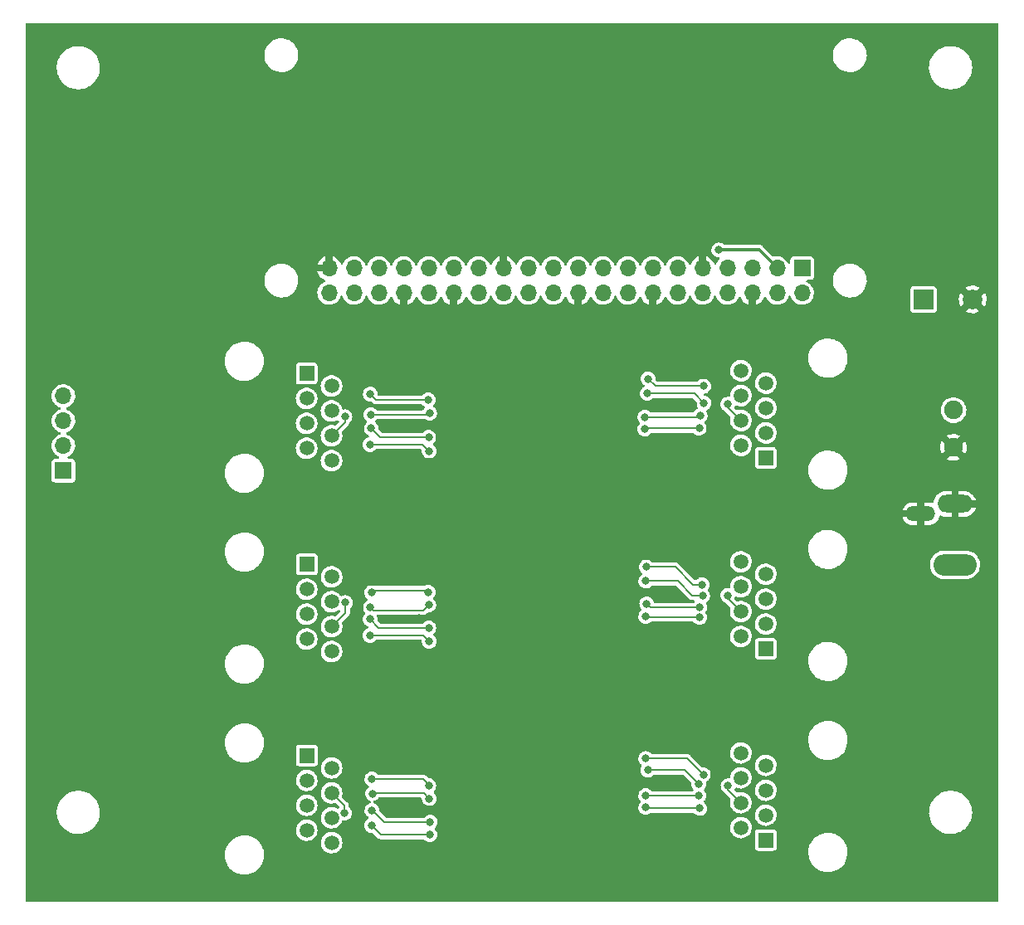
<source format=gbr>
%TF.GenerationSoftware,KiCad,Pcbnew,(6.0.7)*%
%TF.CreationDate,2022-09-14T00:34:43-04:00*%
%TF.ProjectId,Pi_Zero_24_Diff,50695f5a-6572-46f5-9f32-345f44696666,v1*%
%TF.SameCoordinates,Original*%
%TF.FileFunction,Copper,L2,Bot*%
%TF.FilePolarity,Positive*%
%FSLAX46Y46*%
G04 Gerber Fmt 4.6, Leading zero omitted, Abs format (unit mm)*
G04 Created by KiCad (PCBNEW (6.0.7)) date 2022-09-14 00:34:43*
%MOMM*%
%LPD*%
G01*
G04 APERTURE LIST*
%TA.AperFunction,ComponentPad*%
%ADD10R,2.000000X2.000000*%
%TD*%
%TA.AperFunction,ComponentPad*%
%ADD11C,2.000000*%
%TD*%
%TA.AperFunction,ComponentPad*%
%ADD12R,1.700000X1.700000*%
%TD*%
%TA.AperFunction,ComponentPad*%
%ADD13O,1.700000X1.700000*%
%TD*%
%TA.AperFunction,ComponentPad*%
%ADD14R,1.500000X1.500000*%
%TD*%
%TA.AperFunction,ComponentPad*%
%ADD15C,1.500000*%
%TD*%
%TA.AperFunction,ComponentPad*%
%ADD16C,1.904000*%
%TD*%
%TA.AperFunction,ComponentPad*%
%ADD17O,4.400000X2.200000*%
%TD*%
%TA.AperFunction,ComponentPad*%
%ADD18O,3.600000X1.800000*%
%TD*%
%TA.AperFunction,ComponentPad*%
%ADD19O,3.016000X1.508000*%
%TD*%
%TA.AperFunction,ViaPad*%
%ADD20C,0.800000*%
%TD*%
%TA.AperFunction,Conductor*%
%ADD21C,0.200000*%
%TD*%
%TA.AperFunction,Conductor*%
%ADD22C,0.350000*%
%TD*%
G04 APERTURE END LIST*
D10*
%TO.P,C3,1*%
%TO.N,+5V*%
X-8118400Y40950900D03*
D11*
%TO.P,C3,2*%
%TO.N,GND*%
X-3118400Y40950900D03*
%TD*%
D12*
%TO.P,J4,1,Pin_1*%
%TO.N,I2C_SDA*%
X-95886400Y23470900D03*
D13*
%TO.P,J4,2,Pin_2*%
%TO.N,I2C_SCL*%
X-95886400Y26010900D03*
%TO.P,J4,3,Pin_3*%
%TO.N,Net-(J4-Pad3)*%
X-95886400Y28550900D03*
%TO.P,J4,4,Pin_4*%
%TO.N,Net-(J4-Pad4)*%
X-95886400Y31090900D03*
%TD*%
D14*
%TO.P,J10,1*%
%TO.N,OUT21+*%
X-24227480Y24783900D03*
D15*
%TO.P,J10,2*%
%TO.N,OUT21-*%
X-26767480Y26053900D03*
%TO.P,J10,3*%
%TO.N,OUT22+*%
X-24227480Y27323900D03*
%TO.P,J10,4*%
%TO.N,OUT23-*%
X-26767480Y28593900D03*
%TO.P,J10,5*%
%TO.N,OUT23+*%
X-24227480Y29863900D03*
%TO.P,J10,6*%
%TO.N,OUT22-*%
X-26767480Y31133900D03*
%TO.P,J10,7*%
%TO.N,OUT24+*%
X-24227480Y32403900D03*
%TO.P,J10,8*%
%TO.N,OUT24-*%
X-26767480Y33673900D03*
%TD*%
D14*
%TO.P,J9,1*%
%TO.N,OUT17+*%
X-24227480Y5282650D03*
D15*
%TO.P,J9,2*%
%TO.N,OUT17-*%
X-26767480Y6552650D03*
%TO.P,J9,3*%
%TO.N,OUT18+*%
X-24227480Y7822650D03*
%TO.P,J9,4*%
%TO.N,OUT19-*%
X-26767480Y9092650D03*
%TO.P,J9,5*%
%TO.N,OUT19+*%
X-24227480Y10362650D03*
%TO.P,J9,6*%
%TO.N,OUT18-*%
X-26767480Y11632650D03*
%TO.P,J9,7*%
%TO.N,OUT20+*%
X-24227480Y12902650D03*
%TO.P,J9,8*%
%TO.N,OUT20-*%
X-26767480Y14172650D03*
%TD*%
D16*
%TO.P,J2,1,Pin_1*%
%TO.N,GND*%
X-5067941Y25845340D03*
%TO.P,J2,2,Pin_2*%
%TO.N,+5V*%
X-5067941Y29655340D03*
%TD*%
D14*
%TO.P,J7,1*%
%TO.N,OUT9+*%
X-71058400Y-5590350D03*
D15*
%TO.P,J7,2*%
%TO.N,OUT9-*%
X-68518400Y-6860350D03*
%TO.P,J7,3*%
%TO.N,OUT10+*%
X-71058400Y-8130350D03*
%TO.P,J7,4*%
%TO.N,OUT11-*%
X-68518400Y-9400350D03*
%TO.P,J7,5*%
%TO.N,OUT11+*%
X-71058400Y-10670350D03*
%TO.P,J7,6*%
%TO.N,OUT10-*%
X-68518400Y-11940350D03*
%TO.P,J7,7*%
%TO.N,OUT12+*%
X-71058400Y-13210350D03*
%TO.P,J7,8*%
%TO.N,OUT12-*%
X-68518400Y-14480350D03*
%TD*%
D17*
%TO.P,J3,1*%
%TO.N,+5V*%
X-4918400Y13875900D03*
D18*
%TO.P,J3,2*%
%TO.N,GND*%
X-4918400Y20075900D03*
D19*
%TO.P,J3,3*%
X-8418400Y19075900D03*
%TD*%
D14*
%TO.P,J5,1*%
%TO.N,OUT1+*%
X-71068400Y33380900D03*
D15*
%TO.P,J5,2*%
%TO.N,OUT1-*%
X-68528400Y32110900D03*
%TO.P,J5,3*%
%TO.N,OUT2+*%
X-71068400Y30840900D03*
%TO.P,J5,4*%
%TO.N,OUT3-*%
X-68528400Y29570900D03*
%TO.P,J5,5*%
%TO.N,OUT3+*%
X-71068400Y28300900D03*
%TO.P,J5,6*%
%TO.N,OUT2-*%
X-68528400Y27030900D03*
%TO.P,J5,7*%
%TO.N,OUT4+*%
X-71068400Y25760900D03*
%TO.P,J5,8*%
%TO.N,OUT4-*%
X-68528400Y24490900D03*
%TD*%
D14*
%TO.P,J6,1*%
%TO.N,OUT5+*%
X-71058400Y13910900D03*
D15*
%TO.P,J6,2*%
%TO.N,OUT5-*%
X-68518400Y12640900D03*
%TO.P,J6,3*%
%TO.N,OUT6+*%
X-71058400Y11370900D03*
%TO.P,J6,4*%
%TO.N,OUT7-*%
X-68518400Y10100900D03*
%TO.P,J6,5*%
%TO.N,OUT7+*%
X-71058400Y8830900D03*
%TO.P,J6,6*%
%TO.N,OUT6-*%
X-68518400Y7560900D03*
%TO.P,J6,7*%
%TO.N,OUT8+*%
X-71058400Y6290900D03*
%TO.P,J6,8*%
%TO.N,OUT8-*%
X-68518400Y5020900D03*
%TD*%
D14*
%TO.P,J8,1*%
%TO.N,OUT13+*%
X-24227480Y-14218600D03*
D15*
%TO.P,J8,2*%
%TO.N,OUT13-*%
X-26767480Y-12948600D03*
%TO.P,J8,3*%
%TO.N,OUT14+*%
X-24227480Y-11678600D03*
%TO.P,J8,4*%
%TO.N,OUT15-*%
X-26767480Y-10408600D03*
%TO.P,J8,5*%
%TO.N,OUT15+*%
X-24227480Y-9138600D03*
%TO.P,J8,6*%
%TO.N,OUT14-*%
X-26767480Y-7868600D03*
%TO.P,J8,7*%
%TO.N,OUT16+*%
X-24227480Y-6598600D03*
%TO.P,J8,8*%
%TO.N,OUT16-*%
X-26767480Y-5328600D03*
%TD*%
D12*
%TO.P,U3,1,3V3*%
%TO.N,+3V3*%
X-20518400Y44145900D03*
D13*
%TO.P,U3,2,5V*%
%TO.N,+5V*%
X-20518400Y41605900D03*
%TO.P,U3,3,SDA/GPIO2*%
%TO.N,I2C_SDA*%
X-23058400Y44145900D03*
%TO.P,U3,4,5V*%
%TO.N,+5V*%
X-23058400Y41605900D03*
%TO.P,U3,5,SCL/GPIO3*%
%TO.N,I2C_SCL*%
X-25598400Y44145900D03*
%TO.P,U3,6,GND*%
%TO.N,GND*%
X-25598400Y41605900D03*
%TO.P,U3,7,GCLK0/GPIO4*%
%TO.N,OUT23*%
X-28138400Y44145900D03*
%TO.P,U3,8,GPIO14/TXD*%
%TO.N,OUT24*%
X-28138400Y41605900D03*
%TO.P,U3,9,GND*%
%TO.N,GND*%
X-30678400Y44145900D03*
%TO.P,U3,10,GPIO15/RXD*%
%TO.N,OUT22*%
X-30678400Y41605900D03*
%TO.P,U3,11,GPIO17*%
%TO.N,OUT20*%
X-33218400Y44145900D03*
%TO.P,U3,12,GPIO18/PWM0*%
%TO.N,OUT21*%
X-33218400Y41605900D03*
%TO.P,U3,13,GPIO27*%
%TO.N,OUT19*%
X-35758400Y44145900D03*
%TO.P,U3,14,GND*%
%TO.N,GND*%
X-35758400Y41605900D03*
%TO.P,U3,15,GPIO22*%
%TO.N,OUT17*%
X-38298400Y44145900D03*
%TO.P,U3,16,GPIO23*%
%TO.N,OUT18*%
X-38298400Y41605900D03*
%TO.P,U3,17,3V3*%
%TO.N,unconnected-(U3-Pad17)*%
X-40838400Y44145900D03*
%TO.P,U3,18,GPIO24*%
%TO.N,OUT16*%
X-40838400Y41605900D03*
%TO.P,U3,19,MOSI0/GPIO10*%
%TO.N,OUT15*%
X-43378400Y44145900D03*
%TO.P,U3,20,GND*%
%TO.N,GND*%
X-43378400Y41605900D03*
%TO.P,U3,21,MISO0/GPIO9*%
%TO.N,OUT14*%
X-45918400Y44145900D03*
%TO.P,U3,22,GPIO25*%
%TO.N,OUT13*%
X-45918400Y41605900D03*
%TO.P,U3,23,SCLK0/GPIO11*%
%TO.N,OUT11*%
X-48458400Y44145900D03*
%TO.P,U3,24,~{CE0}/GPIO8*%
%TO.N,OUT12*%
X-48458400Y41605900D03*
%TO.P,U3,25,GND*%
%TO.N,GND*%
X-50998400Y44145900D03*
%TO.P,U3,26,~{CE1}/GPIO7*%
%TO.N,OUT10*%
X-50998400Y41605900D03*
%TO.P,U3,27,ID_SD/GPIO0*%
%TO.N,BTN1*%
X-53538400Y44145900D03*
%TO.P,U3,28,ID_SC/GPIO1*%
%TO.N,BTN2*%
X-53538400Y41605900D03*
%TO.P,U3,29,GCLK1/GPIO5*%
%TO.N,OUT9*%
X-56078400Y44145900D03*
%TO.P,U3,30,GND*%
%TO.N,GND*%
X-56078400Y41605900D03*
%TO.P,U3,31,GCLK2/GPIO6*%
%TO.N,OUT8*%
X-58618400Y44145900D03*
%TO.P,U3,32,PWM0/GPIO12*%
%TO.N,OUT7*%
X-58618400Y41605900D03*
%TO.P,U3,33,PWM1/GPIO13*%
%TO.N,OUT6*%
X-61158400Y44145900D03*
%TO.P,U3,34,GND*%
%TO.N,GND*%
X-61158400Y41605900D03*
%TO.P,U3,35,GPIO19/MISO1*%
%TO.N,OUT5*%
X-63698400Y44145900D03*
%TO.P,U3,36,GPIO16*%
%TO.N,OUT4*%
X-63698400Y41605900D03*
%TO.P,U3,37,GPIO26*%
%TO.N,OUT3*%
X-66238400Y44145900D03*
%TO.P,U3,38,GPIO20/MOSI1*%
%TO.N,OUT2*%
X-66238400Y41605900D03*
%TO.P,U3,39,GND*%
%TO.N,GND*%
X-68778400Y44145900D03*
%TO.P,U3,40,GPIO21/SCLK1*%
%TO.N,OUT1*%
X-68778400Y41605900D03*
%TD*%
D20*
%TO.N,GND*%
X-36918400Y51650900D03*
X-63468400Y15000900D03*
X-52162311Y-2350929D03*
X-95868400Y33600900D03*
X-76868400Y55600900D03*
X-59368400Y-6149100D03*
X-40268400Y-8199100D03*
X-2968400Y47200900D03*
X-47068400Y20000900D03*
X-61868400Y55600900D03*
X-54918400Y14000900D03*
X-71368400Y-399100D03*
X-54868400Y7350900D03*
X-57868400Y-17399100D03*
X-55868400Y21100900D03*
X-73368400Y35350900D03*
X-44868400Y-8399100D03*
X-92898400Y30700900D03*
X-94218400Y29400900D03*
X-59068400Y13550900D03*
X-93668400Y43100900D03*
X-97818400Y55250900D03*
X-13868400Y-1399100D03*
X-89868400Y18600900D03*
X-13868400Y2600900D03*
X-13868400Y-14399100D03*
X-63118400Y35850900D03*
X-97618400Y-19149100D03*
X-13468400Y35800900D03*
X-40068400Y-13199100D03*
X-43468400Y-1799100D03*
X-13668400Y22000900D03*
X-41468400Y4400900D03*
X-59627480Y28035900D03*
X-35518400Y26250900D03*
X-60268400Y50200900D03*
X-97868400Y600900D03*
X-57668400Y46350900D03*
X-54618400Y-11149100D03*
X-78468400Y41000900D03*
X-2968400Y50700900D03*
X-69868400Y16350900D03*
X-85118400Y55000900D03*
X-10468400Y-19399100D03*
X-86868400Y-19149100D03*
X-95868400Y37600900D03*
X-90868400Y47600900D03*
X-35168400Y-8299100D03*
X-93618400Y47200900D03*
X-84668400Y52150900D03*
X-96168400Y46400900D03*
X-8868400Y-199100D03*
X-92268400Y59550900D03*
X-88268400Y57150900D03*
X-34868400Y-799100D03*
X-57618400Y34750900D03*
X-38868400Y59600900D03*
X-35968400Y56200900D03*
X-29868400Y1600900D03*
X-93558400Y27080900D03*
X-98718265Y50054222D03*
X-21868400Y66600900D03*
X-61868400Y66600900D03*
X-83268400Y41200900D03*
X-56768400Y15200900D03*
X-60118400Y1350900D03*
X-26118400Y47250900D03*
X-29268400Y21600900D03*
X-97868400Y54000900D03*
X-60118400Y20850900D03*
X-66868400Y59600900D03*
X-67618400Y21100900D03*
X-82868400Y66600900D03*
X-35818400Y-13249100D03*
X-36318400Y-2349100D03*
X-35618400Y30150900D03*
X-85268400Y42900900D03*
X-36168400Y25100900D03*
X-93818400Y58150900D03*
X-58368400Y2350900D03*
X-68868400Y38100900D03*
X-35168400Y18150900D03*
X-95368400Y40900900D03*
X-86568400Y41150900D03*
X-35868400Y35800900D03*
X-59618400Y31850900D03*
X-52118400Y1850900D03*
X-83218400Y59350900D03*
X-59618400Y8400900D03*
X-51868400Y59600900D03*
X-47268400Y-9799100D03*
X-88868400Y23600900D03*
X-73118400Y22600900D03*
X-54668400Y18800900D03*
X-27868400Y37000900D03*
X-36218400Y16800900D03*
X-62118400Y-3649100D03*
X-92918400Y55250900D03*
X-35868400Y66600900D03*
X-75368400Y-19399100D03*
X-31868400Y-17399100D03*
X-55068400Y-5799100D03*
X-40468400Y11150900D03*
X-93818400Y23900900D03*
X-48868400Y66600900D03*
X-71368400Y3350900D03*
X-45868400Y-17399100D03*
X-88868400Y31600900D03*
X-97818400Y52600900D03*
X-88668400Y51550900D03*
X-32068400Y23800900D03*
X-40068400Y-5199100D03*
X-40868400Y16000900D03*
X-45868400Y55600900D03*
X-20418400Y46900900D03*
X-47345750Y5149210D03*
X-91068400Y41000900D03*
X-57318400Y51650900D03*
X-97868400Y15600900D03*
X-21868400Y-17399100D03*
X-75868400Y-399100D03*
X-60368400Y36850900D03*
X-10568400Y45900900D03*
X-59618400Y-10849100D03*
X-35868400Y6600900D03*
X-1268400Y48900900D03*
X-35368400Y11000900D03*
X-33168400Y58800900D03*
X-22868400Y38200900D03*
X-46618400Y51700900D03*
X-47268400Y38600900D03*
X-39668400Y22000900D03*
X-47268400Y29600900D03*
X-56918400Y-4699100D03*
X-58118400Y22100900D03*
X-97818400Y56550900D03*
X-52868400Y4600900D03*
X-85018400Y47400900D03*
X-32518400Y46800900D03*
X-74868400Y19600900D03*
X-29868400Y-1399100D03*
X-8668400Y50800900D03*
%TO.N,OUT2+*%
X-64568400Y31282900D03*
X-58668400Y30682900D03*
%TO.N,OUT3-*%
X-64468400Y27782900D03*
X-58618400Y26882900D03*
%TO.N,OUT3+*%
X-58568400Y25482900D03*
X-64618400Y26132900D03*
%TO.N,OUT2-*%
X-58518400Y29332900D03*
X-64518400Y29182900D03*
X-67168400Y28982900D03*
%TO.N,OUT6+*%
X-58658400Y11064150D03*
X-64458400Y11014150D03*
%TO.N,OUT7-*%
X-58608400Y7414150D03*
X-64608400Y8314150D03*
%TO.N,OUT7+*%
X-64608400Y6664150D03*
X-58558400Y6064150D03*
%TO.N,OUT6-*%
X-58608400Y9764150D03*
X-67108400Y10014150D03*
X-64558400Y9514150D03*
%TO.N,OUT10+*%
X-58608400Y-8685850D03*
X-64408400Y-7985850D03*
%TO.N,OUT11-*%
X-67208400Y-11485850D03*
X-64408400Y-11185850D03*
X-58458400Y-12385850D03*
%TO.N,OUT11+*%
X-64458400Y-12735850D03*
X-58508400Y-13685850D03*
%TO.N,OUT10-*%
X-64358400Y-9485850D03*
X-58558400Y-9985850D03*
%TO.N,OUT14+*%
X-30968400Y-10999100D03*
X-36468400Y-10899100D03*
%TO.N,OUT15-*%
X-31068400Y-8499100D03*
X-28068400Y-8699100D03*
X-36268400Y-7099100D03*
%TO.N,OUT15+*%
X-30598778Y-7568722D03*
X-36468400Y-5899100D03*
%TO.N,OUT14-*%
X-31068400Y-9699100D03*
X-36468400Y-9699100D03*
%TO.N,OUT22+*%
X-31018400Y27800900D03*
X-36568400Y27700900D03*
%TO.N,OUT23-*%
X-30518400Y30350900D03*
X-36318400Y31350900D03*
X-28118400Y30250900D03*
%TO.N,OUT23+*%
X-36218400Y32850900D03*
X-30568900Y32100900D03*
%TO.N,I2C_SDA*%
X-29018400Y46000900D03*
%TO.N,OUT22-*%
X-36568400Y28950900D03*
X-30918400Y29100900D03*
%TO.N,OUT18-*%
X-36368400Y9900900D03*
X-30968400Y9500900D03*
%TO.N,OUT19+*%
X-30718400Y11850900D03*
X-36418400Y13650900D03*
%TO.N,OUT19-*%
X-28118400Y10750900D03*
X-30668400Y10700900D03*
X-36468400Y12200900D03*
%TO.N,OUT18+*%
X-30968400Y8500900D03*
X-36468400Y8600900D03*
%TD*%
D21*
%TO.N,OUT2+*%
X-58668400Y30682900D02*
X-63968400Y30682900D01*
X-63968400Y30682900D02*
X-64568400Y31282900D01*
%TO.N,OUT3-*%
X-63568400Y26882900D02*
X-64468400Y27782900D01*
X-58618400Y26882900D02*
X-63568400Y26882900D01*
%TO.N,OUT3+*%
X-64618400Y26132900D02*
X-59218400Y26132900D01*
X-59218400Y26132900D02*
X-58568400Y25482900D01*
%TO.N,OUT2-*%
X-67168400Y28982900D02*
X-67168400Y28390900D01*
X-67168400Y28390900D02*
X-68528400Y27030900D01*
X-58668400Y29182900D02*
X-58518400Y29332900D01*
X-64518400Y29182900D02*
X-58668400Y29182900D01*
%TO.N,OUT6+*%
X-64458400Y11014150D02*
X-64208400Y11264150D01*
X-58858400Y11264150D02*
X-58658400Y11064150D01*
X-64208400Y11264150D02*
X-58858400Y11264150D01*
%TO.N,OUT7-*%
X-63708400Y7414150D02*
X-64608400Y8314150D01*
X-58608400Y7414150D02*
X-63708400Y7414150D01*
%TO.N,OUT7+*%
X-64608400Y6664150D02*
X-59158400Y6664150D01*
X-59158400Y6664150D02*
X-58558400Y6064150D01*
%TO.N,OUT6-*%
X-59158400Y9214150D02*
X-58608400Y9764150D01*
X-67108400Y10014150D02*
X-67108400Y8970900D01*
X-64258400Y9214150D02*
X-59158400Y9214150D01*
X-64558400Y9514150D02*
X-64258400Y9214150D01*
X-67108400Y8970900D02*
X-68518400Y7560900D01*
%TO.N,OUT10+*%
X-59208400Y-7985850D02*
X-64408400Y-7985850D01*
X-58608400Y-8585850D02*
X-59208400Y-7985850D01*
X-58608400Y-8685850D02*
X-58608400Y-8585850D01*
%TO.N,OUT11-*%
X-64358400Y-11185850D02*
X-64408400Y-11185850D01*
X-63158400Y-12385850D02*
X-64358400Y-11185850D01*
X-58458400Y-12385850D02*
X-63158400Y-12385850D01*
X-67208400Y-10710350D02*
X-68518400Y-9400350D01*
X-67208400Y-11485850D02*
X-67208400Y-10710350D01*
%TO.N,OUT11+*%
X-58508400Y-13685850D02*
X-63508400Y-13685850D01*
X-63508400Y-13685850D02*
X-64458400Y-12735850D01*
%TO.N,OUT10-*%
X-59108400Y-9435850D02*
X-58558400Y-9985850D01*
X-64308400Y-9435850D02*
X-59108400Y-9435850D01*
X-64358400Y-9485850D02*
X-64308400Y-9435850D01*
%TO.N,OUT14+*%
X-36368400Y-10999100D02*
X-36468400Y-10899100D01*
X-30968400Y-10999100D02*
X-36368400Y-10999100D01*
%TO.N,OUT15-*%
X-31068400Y-8499100D02*
X-32468400Y-7099100D01*
X-32468400Y-7099100D02*
X-36268400Y-7099100D01*
X-26767480Y-10408600D02*
X-28068400Y-9107680D01*
X-28068400Y-9107680D02*
X-28068400Y-8699100D01*
%TO.N,OUT15+*%
X-32268400Y-5899100D02*
X-30598778Y-7568722D01*
X-36468400Y-5899100D02*
X-32268400Y-5899100D01*
%TO.N,OUT14-*%
X-31068400Y-9699100D02*
X-36468400Y-9699100D01*
%TO.N,OUT22+*%
X-36468400Y27800900D02*
X-31018400Y27800900D01*
X-36568400Y27700900D02*
X-36468400Y27800900D01*
%TO.N,OUT23-*%
X-28118400Y29944820D02*
X-26767480Y28593900D01*
X-36318400Y31350900D02*
X-31518400Y31350900D01*
X-31518400Y31350900D02*
X-30518400Y30350900D01*
X-28118400Y30250900D02*
X-28118400Y29944820D01*
%TO.N,OUT23+*%
X-36218400Y32850900D02*
X-35468400Y32100900D01*
X-35468400Y32100900D02*
X-30568900Y32100900D01*
D22*
%TO.N,I2C_SDA*%
X-29018400Y46000900D02*
X-24913400Y46000900D01*
X-24913400Y46000900D02*
X-23058400Y44145900D01*
D21*
%TO.N,OUT22-*%
X-31068400Y28950900D02*
X-36568400Y28950900D01*
X-30918400Y29100900D02*
X-31068400Y28950900D01*
%TO.N,OUT18-*%
X-35968400Y9500900D02*
X-36368400Y9900900D01*
X-30968400Y9500900D02*
X-35968400Y9500900D01*
%TO.N,OUT19+*%
X-30718400Y11850900D02*
X-31668400Y11850900D01*
X-31668400Y11850900D02*
X-33468400Y13650900D01*
X-33468400Y13650900D02*
X-36418400Y13650900D01*
%TO.N,OUT19-*%
X-28118400Y10750900D02*
X-28118400Y10443570D01*
X-28118400Y10443570D02*
X-26767480Y9092650D01*
X-36468400Y12200900D02*
X-33218400Y12200900D01*
X-33218400Y12200900D02*
X-31718400Y10700900D01*
X-31718400Y10700900D02*
X-30668400Y10700900D01*
%TO.N,OUT18+*%
X-30968400Y8500900D02*
X-36368400Y8500900D01*
X-36368400Y8500900D02*
X-36468400Y8600900D01*
%TD*%
%TA.AperFunction,Conductor*%
%TO.N,GND*%
G36*
X-526779Y69130398D02*
G01*
X-480286Y69076742D01*
X-468900Y69024400D01*
X-468900Y-20422600D01*
X-488902Y-20490721D01*
X-542558Y-20537214D01*
X-594900Y-20548600D01*
X-99641900Y-20548600D01*
X-99710021Y-20528598D01*
X-99756514Y-20474942D01*
X-99767900Y-20422600D01*
X-99767900Y-15718847D01*
X-79413763Y-15718847D01*
X-79413519Y-15723282D01*
X-79413519Y-15723286D01*
X-79410295Y-15781853D01*
X-79398195Y-16001720D01*
X-79342926Y-16279576D01*
X-79341450Y-16283779D01*
X-79320219Y-16344235D01*
X-79249058Y-16546874D01*
X-79247005Y-16550827D01*
X-79247002Y-16550833D01*
X-79173040Y-16693215D01*
X-79118464Y-16798278D01*
X-79115881Y-16801893D01*
X-79115877Y-16801899D01*
X-79083224Y-16847592D01*
X-78953749Y-17028774D01*
X-78950671Y-17032001D01*
X-78950669Y-17032003D01*
X-78805570Y-17184106D01*
X-78758201Y-17233762D01*
X-78535720Y-17409151D01*
X-78442544Y-17463272D01*
X-78294593Y-17549209D01*
X-78294587Y-17549212D01*
X-78290746Y-17551443D01*
X-78028168Y-17657798D01*
X-78023855Y-17658869D01*
X-78023850Y-17658871D01*
X-77757544Y-17725022D01*
X-77757539Y-17725023D01*
X-77753223Y-17726095D01*
X-77748795Y-17726549D01*
X-77748793Y-17726549D01*
X-77673093Y-17734305D01*
X-77511610Y-17750850D01*
X-77336230Y-17750850D01*
X-77125807Y-17735951D01*
X-77121452Y-17735013D01*
X-77121449Y-17735013D01*
X-76853200Y-17677261D01*
X-76853198Y-17677261D01*
X-76848853Y-17676325D01*
X-76583063Y-17578270D01*
X-76529203Y-17549209D01*
X-76337656Y-17445856D01*
X-76333740Y-17443743D01*
X-76105860Y-17275428D01*
X-75903970Y-17076684D01*
X-75901269Y-17073144D01*
X-75901263Y-17073138D01*
X-75734798Y-16855017D01*
X-75734795Y-16855013D01*
X-75732096Y-16851476D01*
X-75593670Y-16604297D01*
X-75589402Y-16593267D01*
X-75493059Y-16344235D01*
X-75493057Y-16344229D01*
X-75491452Y-16340080D01*
X-75427482Y-16064097D01*
X-75403037Y-15781853D01*
X-75403281Y-15777414D01*
X-75418360Y-15503423D01*
X-75418361Y-15503416D01*
X-75418605Y-15498980D01*
X-75466632Y-15257532D01*
X-75473004Y-15225496D01*
X-75473005Y-15225491D01*
X-75473874Y-15221124D01*
X-75491647Y-15170515D01*
X-75566264Y-14958034D01*
X-75566265Y-14958031D01*
X-75567742Y-14953826D01*
X-75569795Y-14949873D01*
X-75569798Y-14949867D01*
X-75676826Y-14743831D01*
X-75698336Y-14702422D01*
X-75700919Y-14698807D01*
X-75700923Y-14698801D01*
X-75818347Y-14534483D01*
X-75863051Y-14471926D01*
X-75877113Y-14457185D01*
X-75882613Y-14451419D01*
X-69623236Y-14451419D01*
X-69610008Y-14653244D01*
X-69560222Y-14849278D01*
X-69475544Y-15032957D01*
X-69472211Y-15037673D01*
X-69372125Y-15179292D01*
X-69358812Y-15198130D01*
X-69354670Y-15202165D01*
X-69314114Y-15241673D01*
X-69213934Y-15339263D01*
X-69045763Y-15451632D01*
X-69040460Y-15453910D01*
X-69040457Y-15453912D01*
X-68865237Y-15529192D01*
X-68859930Y-15531472D01*
X-68662660Y-15576110D01*
X-68656891Y-15576337D01*
X-68656888Y-15576337D01*
X-68580717Y-15579329D01*
X-68460558Y-15584050D01*
X-68374268Y-15571539D01*
X-68266114Y-15555858D01*
X-68266109Y-15555857D01*
X-68260393Y-15555028D01*
X-68254921Y-15553170D01*
X-68254919Y-15553170D01*
X-68074333Y-15491869D01*
X-68074331Y-15491868D01*
X-68068869Y-15490014D01*
X-68010091Y-15457097D01*
X-19882843Y-15457097D01*
X-19882599Y-15461532D01*
X-19882599Y-15461536D01*
X-19868193Y-15723286D01*
X-19867275Y-15739970D01*
X-19839848Y-15877857D01*
X-19816093Y-15997277D01*
X-19812006Y-16017826D01*
X-19810530Y-16022029D01*
X-19720086Y-16279576D01*
X-19718138Y-16285124D01*
X-19716085Y-16289077D01*
X-19716082Y-16289083D01*
X-19642120Y-16431465D01*
X-19587544Y-16536528D01*
X-19584961Y-16540143D01*
X-19584957Y-16540149D01*
X-19539116Y-16604297D01*
X-19422829Y-16767024D01*
X-19419751Y-16770251D01*
X-19419749Y-16770253D01*
X-19338888Y-16855017D01*
X-19227281Y-16972012D01*
X-19004800Y-17147401D01*
X-18894553Y-17211437D01*
X-18763673Y-17287459D01*
X-18763667Y-17287462D01*
X-18759826Y-17289693D01*
X-18497248Y-17396048D01*
X-18492935Y-17397119D01*
X-18492930Y-17397121D01*
X-18226624Y-17463272D01*
X-18226619Y-17463273D01*
X-18222303Y-17464345D01*
X-18217875Y-17464799D01*
X-18217873Y-17464799D01*
X-18142173Y-17472555D01*
X-17980690Y-17489100D01*
X-17805310Y-17489100D01*
X-17594887Y-17474201D01*
X-17590532Y-17473263D01*
X-17590529Y-17473263D01*
X-17322280Y-17415511D01*
X-17322278Y-17415511D01*
X-17317933Y-17414575D01*
X-17052143Y-17316520D01*
X-16802820Y-17181993D01*
X-16574940Y-17013678D01*
X-16373050Y-16814934D01*
X-16370349Y-16811394D01*
X-16370343Y-16811388D01*
X-16203878Y-16593267D01*
X-16203875Y-16593263D01*
X-16201176Y-16589726D01*
X-16062750Y-16342547D01*
X-16060118Y-16335745D01*
X-15962139Y-16082485D01*
X-15962137Y-16082479D01*
X-15960532Y-16078330D01*
X-15896562Y-15802347D01*
X-15872117Y-15520103D01*
X-15873035Y-15503423D01*
X-15887440Y-15241673D01*
X-15887441Y-15241666D01*
X-15887685Y-15237230D01*
X-15929360Y-15027714D01*
X-15942084Y-14963746D01*
X-15942085Y-14963741D01*
X-15942954Y-14959374D01*
X-15965068Y-14896403D01*
X-16035344Y-14696284D01*
X-16035345Y-14696281D01*
X-16036822Y-14692076D01*
X-16038875Y-14688123D01*
X-16038878Y-14688117D01*
X-16146805Y-14480350D01*
X-16167416Y-14440672D01*
X-16169999Y-14437057D01*
X-16170003Y-14437051D01*
X-16249622Y-14325637D01*
X-16332131Y-14210176D01*
X-16335211Y-14206947D01*
X-16524604Y-14008411D01*
X-16524607Y-14008408D01*
X-16527679Y-14005188D01*
X-16750160Y-13829799D01*
X-16929426Y-13725673D01*
X-16991287Y-13689741D01*
X-16991293Y-13689738D01*
X-16995134Y-13687507D01*
X-17202478Y-13603524D01*
X-17253586Y-13582823D01*
X-17253589Y-13582822D01*
X-17257712Y-13581152D01*
X-17262025Y-13580081D01*
X-17262030Y-13580079D01*
X-17528336Y-13513928D01*
X-17528341Y-13513927D01*
X-17532657Y-13512855D01*
X-17537085Y-13512401D01*
X-17537087Y-13512401D01*
X-17631928Y-13502684D01*
X-17774270Y-13488100D01*
X-17949650Y-13488100D01*
X-18160073Y-13502999D01*
X-18164428Y-13503937D01*
X-18164431Y-13503937D01*
X-18432680Y-13561689D01*
X-18432682Y-13561689D01*
X-18437027Y-13562625D01*
X-18702817Y-13660680D01*
X-18706735Y-13662794D01*
X-18895107Y-13764434D01*
X-18952140Y-13795207D01*
X-19180020Y-13963522D01*
X-19183199Y-13966651D01*
X-19183202Y-13966654D01*
X-19262138Y-14044360D01*
X-19381910Y-14162266D01*
X-19384611Y-14165806D01*
X-19384617Y-14165812D01*
X-19544890Y-14375820D01*
X-19553784Y-14387474D01*
X-19555959Y-14391358D01*
X-19636112Y-14534483D01*
X-19692210Y-14634653D01*
X-19693818Y-14638811D01*
X-19693821Y-14638816D01*
X-19791969Y-14892513D01*
X-19794428Y-14898870D01*
X-19858398Y-15174853D01*
X-19882843Y-15457097D01*
X-68010091Y-15457097D01*
X-67892399Y-15391187D01*
X-67829967Y-15339263D01*
X-67741327Y-15265541D01*
X-67736895Y-15261855D01*
X-67607563Y-15106351D01*
X-67549022Y-15001818D01*
X-25327980Y-15001818D01*
X-25327310Y-15006368D01*
X-25327310Y-15006371D01*
X-25319264Y-15061026D01*
X-25317838Y-15070712D01*
X-25313522Y-15079502D01*
X-25271567Y-15164955D01*
X-25266412Y-15175455D01*
X-25183830Y-15257893D01*
X-25078998Y-15309136D01*
X-25048507Y-15313584D01*
X-25015224Y-15318440D01*
X-25015220Y-15318440D01*
X-25010698Y-15319100D01*
X-23444262Y-15319100D01*
X-23439712Y-15318430D01*
X-23439709Y-15318430D01*
X-23385054Y-15310384D01*
X-23385053Y-15310384D01*
X-23375368Y-15308958D01*
X-23325472Y-15284460D01*
X-23279973Y-15262122D01*
X-23279971Y-15262121D01*
X-23270625Y-15257532D01*
X-23229207Y-15216042D01*
X-23195545Y-15182321D01*
X-23195545Y-15182320D01*
X-23188187Y-15174950D01*
X-23136944Y-15070118D01*
X-23126980Y-15001818D01*
X-23126980Y-13435382D01*
X-23128833Y-13422790D01*
X-23135696Y-13376174D01*
X-23135696Y-13376173D01*
X-23137122Y-13366488D01*
X-23163910Y-13311926D01*
X-23183958Y-13271093D01*
X-23183959Y-13271091D01*
X-23188548Y-13261745D01*
X-23251028Y-13199374D01*
X-23263759Y-13186665D01*
X-23263760Y-13186665D01*
X-23271130Y-13179307D01*
X-23375962Y-13128064D01*
X-23406453Y-13123616D01*
X-23439736Y-13118760D01*
X-23439740Y-13118760D01*
X-23444262Y-13118100D01*
X-25010698Y-13118100D01*
X-25015248Y-13118770D01*
X-25015251Y-13118770D01*
X-25069906Y-13126816D01*
X-25069907Y-13126816D01*
X-25079592Y-13128242D01*
X-25102216Y-13139350D01*
X-25174987Y-13175078D01*
X-25174989Y-13175079D01*
X-25184335Y-13179668D01*
X-25211227Y-13206607D01*
X-25237318Y-13232744D01*
X-25266773Y-13262250D01*
X-25271346Y-13271606D01*
X-25271347Y-13271607D01*
X-25284714Y-13298954D01*
X-25318016Y-13367082D01*
X-25319428Y-13376762D01*
X-25324273Y-13409975D01*
X-25327980Y-13435382D01*
X-25327980Y-15001818D01*
X-67549022Y-15001818D01*
X-67508736Y-14929881D01*
X-67499680Y-14903205D01*
X-67445580Y-14743831D01*
X-67445580Y-14743829D01*
X-67443722Y-14738357D01*
X-67442893Y-14732641D01*
X-67442892Y-14732636D01*
X-67415233Y-14541866D01*
X-67414700Y-14538192D01*
X-67413185Y-14480350D01*
X-67431692Y-14278941D01*
X-67433751Y-14271638D01*
X-67472668Y-14133652D01*
X-67486593Y-14084276D01*
X-67576049Y-13902877D01*
X-67594321Y-13878407D01*
X-67693612Y-13745441D01*
X-67693613Y-13745440D01*
X-67697065Y-13740817D01*
X-67701301Y-13736901D01*
X-67841347Y-13607444D01*
X-67841349Y-13607442D01*
X-67845588Y-13603524D01*
X-67876015Y-13584326D01*
X-68011763Y-13498675D01*
X-68016643Y-13495596D01*
X-68204502Y-13420648D01*
X-68402874Y-13381189D01*
X-68408648Y-13381113D01*
X-68408652Y-13381113D01*
X-68511143Y-13379772D01*
X-68605114Y-13378542D01*
X-68610811Y-13379521D01*
X-68610812Y-13379521D01*
X-68798754Y-13411815D01*
X-68798755Y-13411815D01*
X-68804451Y-13412794D01*
X-68994207Y-13482799D01*
X-68999168Y-13485751D01*
X-68999169Y-13485751D01*
X-69157720Y-13580079D01*
X-69168029Y-13586212D01*
X-69320095Y-13719570D01*
X-69445311Y-13878407D01*
X-69539486Y-14057403D01*
X-69599463Y-14250563D01*
X-69623236Y-14451419D01*
X-75882613Y-14451419D01*
X-76055524Y-14270161D01*
X-76055527Y-14270158D01*
X-76058599Y-14266938D01*
X-76276617Y-14095067D01*
X-76277584Y-14094305D01*
X-76281080Y-14091549D01*
X-76424213Y-14008411D01*
X-76522207Y-13951491D01*
X-76522213Y-13951488D01*
X-76526054Y-13949257D01*
X-76598577Y-13919882D01*
X-76784506Y-13844573D01*
X-76784509Y-13844572D01*
X-76788632Y-13842902D01*
X-76792945Y-13841831D01*
X-76792950Y-13841829D01*
X-77059256Y-13775678D01*
X-77059261Y-13775677D01*
X-77063577Y-13774605D01*
X-77068005Y-13774151D01*
X-77068007Y-13774151D01*
X-77162848Y-13764434D01*
X-77305190Y-13749850D01*
X-77480570Y-13749850D01*
X-77690993Y-13764749D01*
X-77695348Y-13765687D01*
X-77695351Y-13765687D01*
X-77963600Y-13823439D01*
X-77963602Y-13823439D01*
X-77967947Y-13824375D01*
X-78233737Y-13922430D01*
X-78237655Y-13924544D01*
X-78362404Y-13991855D01*
X-78483060Y-14056957D01*
X-78710940Y-14225272D01*
X-78714119Y-14228401D01*
X-78714122Y-14228404D01*
X-78793058Y-14306110D01*
X-78912830Y-14424016D01*
X-78915531Y-14427556D01*
X-78915537Y-14427562D01*
X-78999967Y-14538192D01*
X-79084704Y-14649224D01*
X-79106485Y-14688117D01*
X-79199677Y-14854525D01*
X-79223130Y-14896403D01*
X-79224738Y-14900561D01*
X-79224741Y-14900566D01*
X-79304353Y-15106351D01*
X-79325348Y-15160620D01*
X-79326352Y-15164952D01*
X-79326353Y-15164955D01*
X-79334978Y-15202165D01*
X-79389318Y-15436603D01*
X-79413763Y-15718847D01*
X-99767900Y-15718847D01*
X-99767900Y-11445287D01*
X-96573341Y-11445287D01*
X-96572978Y-11449435D01*
X-96572978Y-11449440D01*
X-96562736Y-11566510D01*
X-96547864Y-11736499D01*
X-96484095Y-12021783D01*
X-96482651Y-12025708D01*
X-96482650Y-12025711D01*
X-96465702Y-12071774D01*
X-96383156Y-12296127D01*
X-96381212Y-12299815D01*
X-96381208Y-12299823D01*
X-96262141Y-12525653D01*
X-96246820Y-12554712D01*
X-96077482Y-12792993D01*
X-96036341Y-12837111D01*
X-95881896Y-13002733D01*
X-95878117Y-13006786D01*
X-95652229Y-13192333D01*
X-95403784Y-13346375D01*
X-95137150Y-13466205D01*
X-95063705Y-13488100D01*
X-94861006Y-13548528D01*
X-94860998Y-13548530D01*
X-94857009Y-13549719D01*
X-94852892Y-13550371D01*
X-94852888Y-13550372D01*
X-94571751Y-13594899D01*
X-94571746Y-13594899D01*
X-94568283Y-13595448D01*
X-94519331Y-13597671D01*
X-94478272Y-13599536D01*
X-94478253Y-13599536D01*
X-94476853Y-13599600D01*
X-94294249Y-13599600D01*
X-94292157Y-13599461D01*
X-94292155Y-13599461D01*
X-94080889Y-13585429D01*
X-94076718Y-13585152D01*
X-94072624Y-13584327D01*
X-94072620Y-13584326D01*
X-93935305Y-13556638D01*
X-93790161Y-13527372D01*
X-93513763Y-13432200D01*
X-93510030Y-13430331D01*
X-93510026Y-13430329D01*
X-93256124Y-13303184D01*
X-93256122Y-13303183D01*
X-93252380Y-13301309D01*
X-93101020Y-13198445D01*
X-93075967Y-13181419D01*
X-72163236Y-13181419D01*
X-72150008Y-13383244D01*
X-72128939Y-13466205D01*
X-72104451Y-13562625D01*
X-72100222Y-13579278D01*
X-72015544Y-13762957D01*
X-72012211Y-13767673D01*
X-71902840Y-13922430D01*
X-71898812Y-13928130D01*
X-71753934Y-14069263D01*
X-71749130Y-14072473D01*
X-71733543Y-14082888D01*
X-71585763Y-14181632D01*
X-71580460Y-14183910D01*
X-71580457Y-14183912D01*
X-71411968Y-14256300D01*
X-71399930Y-14261472D01*
X-71202660Y-14306110D01*
X-71196891Y-14306337D01*
X-71196888Y-14306337D01*
X-71120717Y-14309329D01*
X-71000558Y-14314050D01*
X-70914268Y-14301539D01*
X-70806114Y-14285858D01*
X-70806109Y-14285857D01*
X-70800393Y-14285028D01*
X-70794921Y-14283170D01*
X-70794919Y-14283170D01*
X-70614333Y-14221869D01*
X-70614331Y-14221868D01*
X-70608869Y-14220014D01*
X-70477888Y-14146662D01*
X-70437436Y-14124008D01*
X-70437435Y-14124007D01*
X-70432399Y-14121187D01*
X-70394708Y-14089840D01*
X-70281327Y-13995541D01*
X-70276895Y-13991855D01*
X-70169110Y-13862258D01*
X-70151254Y-13840789D01*
X-70147563Y-13836351D01*
X-70141718Y-13825915D01*
X-70099121Y-13749850D01*
X-70048736Y-13659881D01*
X-70028251Y-13599536D01*
X-69985580Y-13473831D01*
X-69985580Y-13473829D01*
X-69983722Y-13468357D01*
X-69982893Y-13462641D01*
X-69982892Y-13462636D01*
X-69955233Y-13271866D01*
X-69954700Y-13268192D01*
X-69953185Y-13210350D01*
X-69971692Y-13008941D01*
X-69990527Y-12942155D01*
X-70010506Y-12871315D01*
X-70026593Y-12814276D01*
X-70116049Y-12632877D01*
X-70134321Y-12608407D01*
X-70233612Y-12475441D01*
X-70233613Y-12475440D01*
X-70237065Y-12470817D01*
X-70241301Y-12466901D01*
X-70381347Y-12337444D01*
X-70381349Y-12337442D01*
X-70385588Y-12333524D01*
X-70415699Y-12314525D01*
X-70551763Y-12228675D01*
X-70556643Y-12225596D01*
X-70744502Y-12150648D01*
X-70942874Y-12111189D01*
X-70948648Y-12111113D01*
X-70948652Y-12111113D01*
X-71051143Y-12109772D01*
X-71145114Y-12108542D01*
X-71150811Y-12109521D01*
X-71150812Y-12109521D01*
X-71338754Y-12141815D01*
X-71338755Y-12141815D01*
X-71344451Y-12142794D01*
X-71534207Y-12212799D01*
X-71539168Y-12215751D01*
X-71539169Y-12215751D01*
X-71696177Y-12309161D01*
X-71708029Y-12316212D01*
X-71860095Y-12449570D01*
X-71985311Y-12608407D01*
X-72079486Y-12787403D01*
X-72139463Y-12980563D01*
X-72163236Y-13181419D01*
X-93075967Y-13181419D01*
X-93014064Y-13139350D01*
X-93014061Y-13139348D01*
X-93010605Y-13136999D01*
X-92999032Y-13126652D01*
X-92842791Y-12986956D01*
X-92792684Y-12942155D01*
X-92766522Y-12911632D01*
X-92670211Y-12799263D01*
X-92602447Y-12720202D01*
X-92579885Y-12685459D01*
X-92445508Y-12478537D01*
X-92445506Y-12478534D01*
X-92443236Y-12475038D01*
X-92317848Y-12210971D01*
X-92314009Y-12199016D01*
X-92240903Y-11971315D01*
X-92228486Y-11932641D01*
X-92224668Y-11911419D01*
X-69623236Y-11911419D01*
X-69610008Y-12113244D01*
X-69594669Y-12173643D01*
X-69562623Y-12299823D01*
X-69560222Y-12309278D01*
X-69475544Y-12492957D01*
X-69452437Y-12525653D01*
X-69372997Y-12638058D01*
X-69358812Y-12658130D01*
X-69354670Y-12662165D01*
X-69260287Y-12754108D01*
X-69213934Y-12799263D01*
X-69209130Y-12802473D01*
X-69193872Y-12812668D01*
X-69045763Y-12911632D01*
X-69040460Y-12913910D01*
X-69040457Y-12913912D01*
X-68871968Y-12986300D01*
X-68859930Y-12991472D01*
X-68662660Y-13036110D01*
X-68656891Y-13036337D01*
X-68656888Y-13036337D01*
X-68580717Y-13039329D01*
X-68460558Y-13044050D01*
X-68374268Y-13031539D01*
X-68266114Y-13015858D01*
X-68266109Y-13015857D01*
X-68260393Y-13015028D01*
X-68254921Y-13013170D01*
X-68254919Y-13013170D01*
X-68074333Y-12951869D01*
X-68074331Y-12951868D01*
X-68068869Y-12950014D01*
X-67937013Y-12876172D01*
X-67897436Y-12854008D01*
X-67897435Y-12854007D01*
X-67892399Y-12851187D01*
X-67875474Y-12837111D01*
X-67788776Y-12765004D01*
X-67741043Y-12725305D01*
X-65213575Y-12725305D01*
X-65212888Y-12732312D01*
X-65212888Y-12732315D01*
X-65207272Y-12789586D01*
X-65197145Y-12892875D01*
X-65143998Y-13052641D01*
X-65140351Y-13058663D01*
X-65140350Y-13058665D01*
X-65062515Y-13187185D01*
X-65056776Y-13196662D01*
X-65051887Y-13201725D01*
X-65051886Y-13201726D01*
X-65021932Y-13232744D01*
X-64939814Y-13317779D01*
X-64933917Y-13321638D01*
X-64804823Y-13406116D01*
X-64804819Y-13406118D01*
X-64798925Y-13409975D01*
X-64641111Y-13468665D01*
X-64634130Y-13469596D01*
X-64634128Y-13469597D01*
X-64581976Y-13476555D01*
X-64474217Y-13490933D01*
X-64467206Y-13490295D01*
X-64467203Y-13490295D01*
X-64446692Y-13488428D01*
X-64410360Y-13485121D01*
X-64340709Y-13498866D01*
X-64309846Y-13521507D01*
X-63851153Y-13980200D01*
X-63841299Y-13991289D01*
X-63830341Y-14005188D01*
X-63820272Y-14017960D01*
X-63812524Y-14023315D01*
X-63812522Y-14023317D01*
X-63772000Y-14051324D01*
X-63768781Y-14053624D01*
X-63721583Y-14088484D01*
X-63714769Y-14090877D01*
X-63708831Y-14094981D01*
X-63699854Y-14097820D01*
X-63699852Y-14097821D01*
X-63652883Y-14112675D01*
X-63649134Y-14113926D01*
X-63593769Y-14133369D01*
X-63586582Y-14133651D01*
X-63586520Y-14133663D01*
X-63579670Y-14135830D01*
X-63573063Y-14136350D01*
X-63520384Y-14136350D01*
X-63515438Y-14136447D01*
X-63458406Y-14138688D01*
X-63451300Y-14136804D01*
X-63443053Y-14136350D01*
X-59170218Y-14136350D01*
X-59102097Y-14156352D01*
X-59079581Y-14174823D01*
X-58989814Y-14267779D01*
X-58983917Y-14271638D01*
X-58854823Y-14356116D01*
X-58854819Y-14356118D01*
X-58848925Y-14359975D01*
X-58691111Y-14418665D01*
X-58684130Y-14419596D01*
X-58684128Y-14419597D01*
X-58638588Y-14425673D01*
X-58524217Y-14440933D01*
X-58517206Y-14440295D01*
X-58517202Y-14440295D01*
X-58363557Y-14426312D01*
X-58356536Y-14425673D01*
X-58349834Y-14423495D01*
X-58349832Y-14423495D01*
X-58203102Y-14375820D01*
X-58203099Y-14375819D01*
X-58196403Y-14373643D01*
X-58051777Y-14287428D01*
X-58046683Y-14282577D01*
X-58046679Y-14282574D01*
X-57934946Y-14176172D01*
X-57934945Y-14176170D01*
X-57929846Y-14171315D01*
X-57921753Y-14159135D01*
X-57864175Y-14072473D01*
X-57836669Y-14031073D01*
X-57776879Y-13873673D01*
X-57758856Y-13745441D01*
X-57753996Y-13710860D01*
X-57753996Y-13710856D01*
X-57753445Y-13706938D01*
X-57753151Y-13685850D01*
X-57763291Y-13595448D01*
X-57771134Y-13525522D01*
X-57771135Y-13525519D01*
X-57771919Y-13518526D01*
X-57827292Y-13359518D01*
X-57916516Y-13216729D01*
X-57922850Y-13210350D01*
X-57984325Y-13148445D01*
X-58018132Y-13086014D01*
X-58012820Y-13015217D01*
X-57981811Y-12968415D01*
X-57930622Y-12919669D01*
X-27872316Y-12919669D01*
X-27859088Y-13121494D01*
X-27841097Y-13192333D01*
X-27820964Y-13271607D01*
X-27809302Y-13317528D01*
X-27724624Y-13501207D01*
X-27705548Y-13528199D01*
X-27611920Y-13660680D01*
X-27607892Y-13666380D01*
X-27603750Y-13670415D01*
X-27587919Y-13685837D01*
X-27463014Y-13807513D01*
X-27294843Y-13919882D01*
X-27289540Y-13922160D01*
X-27289537Y-13922162D01*
X-27127321Y-13991855D01*
X-27109010Y-13999722D01*
X-26911740Y-14044360D01*
X-26905971Y-14044587D01*
X-26905968Y-14044587D01*
X-26829797Y-14047579D01*
X-26709638Y-14052300D01*
X-26603665Y-14036935D01*
X-26515194Y-14024108D01*
X-26515189Y-14024107D01*
X-26509473Y-14023278D01*
X-26504001Y-14021420D01*
X-26503999Y-14021420D01*
X-26323413Y-13960119D01*
X-26323411Y-13960118D01*
X-26317949Y-13958264D01*
X-26166899Y-13873673D01*
X-26146516Y-13862258D01*
X-26146515Y-13862257D01*
X-26141479Y-13859437D01*
X-26079047Y-13807513D01*
X-26031145Y-13767673D01*
X-25985975Y-13730105D01*
X-25856643Y-13574601D01*
X-25850798Y-13564165D01*
X-25812605Y-13495964D01*
X-25757816Y-13398131D01*
X-25752762Y-13383244D01*
X-25694660Y-13212081D01*
X-25694660Y-13212079D01*
X-25692802Y-13206607D01*
X-25691973Y-13200891D01*
X-25691972Y-13200886D01*
X-25671208Y-13057673D01*
X-25663780Y-13006442D01*
X-25662265Y-12948600D01*
X-25680772Y-12747191D01*
X-25688383Y-12720202D01*
X-25721192Y-12603871D01*
X-25735673Y-12552526D01*
X-25825129Y-12371127D01*
X-25843401Y-12346657D01*
X-25942692Y-12213691D01*
X-25942693Y-12213690D01*
X-25946145Y-12209067D01*
X-25969130Y-12187820D01*
X-26090427Y-12075694D01*
X-26090429Y-12075692D01*
X-26094668Y-12071774D01*
X-26109753Y-12062256D01*
X-26260843Y-11966925D01*
X-26265723Y-11963846D01*
X-26453582Y-11888898D01*
X-26651954Y-11849439D01*
X-26657728Y-11849363D01*
X-26657732Y-11849363D01*
X-26760223Y-11848022D01*
X-26854194Y-11846792D01*
X-26859891Y-11847771D01*
X-26859892Y-11847771D01*
X-27047834Y-11880065D01*
X-27047835Y-11880065D01*
X-27053531Y-11881044D01*
X-27243287Y-11951049D01*
X-27248248Y-11954001D01*
X-27248249Y-11954001D01*
X-27362180Y-12021783D01*
X-27417109Y-12054462D01*
X-27569175Y-12187820D01*
X-27694391Y-12346657D01*
X-27788566Y-12525653D01*
X-27848543Y-12718813D01*
X-27872316Y-12919669D01*
X-57930622Y-12919669D01*
X-57884946Y-12876172D01*
X-57884945Y-12876170D01*
X-57879846Y-12871315D01*
X-57869904Y-12856352D01*
X-57827761Y-12792921D01*
X-57786669Y-12731073D01*
X-57782539Y-12720202D01*
X-57729381Y-12580259D01*
X-57726879Y-12573673D01*
X-57710917Y-12460105D01*
X-57703996Y-12410860D01*
X-57703996Y-12410856D01*
X-57703445Y-12406938D01*
X-57703151Y-12385850D01*
X-57711753Y-12309161D01*
X-57721134Y-12225522D01*
X-57721135Y-12225519D01*
X-57721919Y-12218526D01*
X-57777292Y-12059518D01*
X-57866516Y-11916729D01*
X-57884673Y-11898445D01*
X-57980195Y-11802253D01*
X-57980199Y-11802250D01*
X-57985158Y-11797256D01*
X-58022082Y-11773823D01*
X-58040447Y-11762169D01*
X-58127321Y-11707037D01*
X-58285938Y-11650556D01*
X-58292926Y-11649723D01*
X-58292929Y-11649722D01*
X-58387692Y-11638422D01*
X-58453127Y-11630619D01*
X-58460130Y-11631355D01*
X-58460131Y-11631355D01*
X-58505688Y-11636143D01*
X-58620579Y-11648219D01*
X-58627245Y-11650488D01*
X-58627248Y-11650489D01*
X-58773302Y-11700210D01*
X-58773305Y-11700211D01*
X-58779969Y-11702480D01*
X-58785964Y-11706168D01*
X-58785968Y-11706170D01*
X-58917379Y-11787015D01*
X-58917381Y-11787017D01*
X-58923378Y-11790706D01*
X-59034346Y-11899375D01*
X-59097010Y-11932744D01*
X-59122503Y-11935350D01*
X-62919607Y-11935350D01*
X-62987728Y-11915348D01*
X-63008702Y-11898445D01*
X-63616453Y-11290694D01*
X-63650479Y-11228382D01*
X-63653346Y-11199843D01*
X-63653206Y-11189797D01*
X-63653151Y-11185850D01*
X-63655358Y-11166172D01*
X-63671134Y-11025522D01*
X-63671135Y-11025519D01*
X-63671919Y-11018526D01*
X-63717180Y-10888555D01*
X-37223575Y-10888555D01*
X-37222888Y-10895562D01*
X-37222888Y-10895565D01*
X-37217002Y-10955596D01*
X-37207145Y-11056125D01*
X-37153998Y-11215891D01*
X-37150351Y-11221913D01*
X-37150350Y-11221915D01*
X-37073045Y-11349560D01*
X-37066776Y-11359912D01*
X-37061887Y-11364975D01*
X-37061886Y-11364976D01*
X-36990575Y-11438820D01*
X-36949814Y-11481029D01*
X-36943917Y-11484888D01*
X-36814823Y-11569366D01*
X-36814819Y-11569368D01*
X-36808925Y-11573225D01*
X-36651111Y-11631915D01*
X-36644130Y-11632846D01*
X-36644128Y-11632847D01*
X-36598588Y-11638923D01*
X-36484217Y-11654183D01*
X-36477206Y-11653545D01*
X-36477202Y-11653545D01*
X-36323557Y-11639562D01*
X-36316536Y-11638923D01*
X-36309834Y-11636745D01*
X-36309832Y-11636745D01*
X-36163102Y-11589070D01*
X-36163099Y-11589069D01*
X-36156403Y-11586893D01*
X-36011777Y-11500678D01*
X-35994635Y-11484354D01*
X-35931510Y-11451862D01*
X-35907743Y-11449600D01*
X-31630218Y-11449600D01*
X-31562097Y-11469602D01*
X-31539581Y-11488073D01*
X-31449814Y-11581029D01*
X-31443917Y-11584888D01*
X-31314823Y-11669366D01*
X-31314819Y-11669368D01*
X-31308925Y-11673225D01*
X-31151111Y-11731915D01*
X-31144130Y-11732846D01*
X-31144128Y-11732847D01*
X-31098588Y-11738923D01*
X-30984217Y-11754183D01*
X-30977206Y-11753545D01*
X-30977202Y-11753545D01*
X-30823557Y-11739562D01*
X-30816536Y-11738923D01*
X-30809834Y-11736745D01*
X-30809832Y-11736745D01*
X-30663102Y-11689070D01*
X-30663099Y-11689069D01*
X-30656403Y-11686893D01*
X-30593960Y-11649669D01*
X-25332316Y-11649669D01*
X-25319088Y-11851494D01*
X-25296082Y-11942081D01*
X-25275840Y-12021783D01*
X-25269302Y-12047528D01*
X-25184624Y-12231207D01*
X-25181291Y-12235923D01*
X-25072544Y-12389797D01*
X-25067892Y-12396380D01*
X-24923014Y-12537513D01*
X-24918210Y-12540723D01*
X-24902817Y-12551008D01*
X-24754843Y-12649882D01*
X-24749540Y-12652160D01*
X-24749537Y-12652162D01*
X-24583788Y-12723373D01*
X-24569010Y-12729722D01*
X-24371740Y-12774360D01*
X-24365971Y-12774587D01*
X-24365968Y-12774587D01*
X-24289797Y-12777579D01*
X-24169638Y-12782300D01*
X-24083348Y-12769789D01*
X-23975194Y-12754108D01*
X-23975189Y-12754107D01*
X-23969473Y-12753278D01*
X-23964001Y-12751420D01*
X-23963999Y-12751420D01*
X-23783413Y-12690119D01*
X-23783411Y-12690118D01*
X-23777949Y-12688264D01*
X-23601479Y-12589437D01*
X-23563788Y-12558090D01*
X-23468137Y-12478537D01*
X-23445975Y-12460105D01*
X-23320533Y-12309278D01*
X-23320334Y-12309039D01*
X-23316643Y-12304601D01*
X-23217816Y-12128131D01*
X-23212762Y-12113244D01*
X-23154660Y-11942081D01*
X-23154660Y-11942079D01*
X-23152802Y-11936607D01*
X-23151973Y-11930891D01*
X-23151972Y-11930886D01*
X-23133322Y-11802253D01*
X-23123780Y-11736442D01*
X-23122265Y-11678600D01*
X-23140772Y-11477191D01*
X-23148598Y-11449440D01*
X-23149769Y-11445287D01*
X-7573341Y-11445287D01*
X-7572978Y-11449435D01*
X-7572978Y-11449440D01*
X-7562736Y-11566510D01*
X-7547864Y-11736499D01*
X-7484095Y-12021783D01*
X-7482651Y-12025708D01*
X-7482650Y-12025711D01*
X-7465702Y-12071774D01*
X-7383156Y-12296127D01*
X-7381212Y-12299815D01*
X-7381208Y-12299823D01*
X-7262141Y-12525653D01*
X-7246820Y-12554712D01*
X-7077482Y-12792993D01*
X-7036341Y-12837111D01*
X-6881896Y-13002733D01*
X-6878117Y-13006786D01*
X-6652229Y-13192333D01*
X-6403784Y-13346375D01*
X-6137150Y-13466205D01*
X-6063705Y-13488100D01*
X-5861006Y-13548528D01*
X-5860998Y-13548530D01*
X-5857009Y-13549719D01*
X-5852892Y-13550371D01*
X-5852888Y-13550372D01*
X-5571751Y-13594899D01*
X-5571746Y-13594899D01*
X-5568283Y-13595448D01*
X-5519331Y-13597671D01*
X-5478272Y-13599536D01*
X-5478253Y-13599536D01*
X-5476853Y-13599600D01*
X-5294249Y-13599600D01*
X-5292157Y-13599461D01*
X-5292155Y-13599461D01*
X-5080889Y-13585429D01*
X-5076718Y-13585152D01*
X-5072624Y-13584327D01*
X-5072620Y-13584326D01*
X-4935305Y-13556638D01*
X-4790161Y-13527372D01*
X-4513763Y-13432200D01*
X-4510030Y-13430331D01*
X-4510026Y-13430329D01*
X-4256124Y-13303184D01*
X-4256122Y-13303183D01*
X-4252380Y-13301309D01*
X-4101020Y-13198445D01*
X-4014064Y-13139350D01*
X-4014061Y-13139348D01*
X-4010605Y-13136999D01*
X-3999032Y-13126652D01*
X-3842791Y-12986956D01*
X-3792684Y-12942155D01*
X-3766522Y-12911632D01*
X-3670211Y-12799263D01*
X-3602447Y-12720202D01*
X-3579885Y-12685459D01*
X-3445508Y-12478537D01*
X-3445506Y-12478534D01*
X-3443236Y-12475038D01*
X-3317848Y-12210971D01*
X-3314009Y-12199016D01*
X-3240903Y-11971315D01*
X-3228486Y-11932641D01*
X-3203447Y-11793481D01*
X-3177457Y-11649040D01*
X-3177456Y-11649034D01*
X-3176719Y-11644936D01*
X-3168367Y-11460997D01*
X-3163648Y-11357083D01*
X-3163648Y-11357078D01*
X-3163459Y-11352913D01*
X-3164210Y-11344323D01*
X-3176230Y-11206938D01*
X-3188936Y-11061701D01*
X-3247726Y-10798693D01*
X-3251791Y-10780505D01*
X-3251792Y-10780502D01*
X-3252705Y-10776417D01*
X-3265760Y-10740933D01*
X-3312814Y-10613045D01*
X-3353644Y-10502073D01*
X-3355588Y-10498385D01*
X-3355592Y-10498377D01*
X-3488027Y-10247192D01*
X-3488028Y-10247191D01*
X-3489980Y-10243488D01*
X-3659318Y-10005207D01*
X-3763478Y-9893509D01*
X-3855833Y-9794470D01*
X-3855835Y-9794468D01*
X-3858683Y-9791414D01*
X-4084571Y-9605867D01*
X-4333016Y-9451825D01*
X-4599650Y-9331995D01*
X-4770611Y-9281029D01*
X-4875794Y-9249672D01*
X-4875802Y-9249670D01*
X-4879791Y-9248481D01*
X-4883908Y-9247829D01*
X-4883912Y-9247828D01*
X-5165049Y-9203301D01*
X-5165054Y-9203301D01*
X-5168517Y-9202752D01*
X-5217469Y-9200529D01*
X-5258528Y-9198664D01*
X-5258547Y-9198664D01*
X-5259947Y-9198600D01*
X-5442551Y-9198600D01*
X-5444643Y-9198739D01*
X-5444645Y-9198739D01*
X-5598084Y-9208930D01*
X-5660082Y-9213048D01*
X-5664176Y-9213873D01*
X-5664180Y-9213874D01*
X-5773678Y-9235953D01*
X-5946639Y-9270828D01*
X-6223037Y-9366000D01*
X-6226770Y-9367869D01*
X-6226774Y-9367871D01*
X-6480676Y-9495016D01*
X-6484420Y-9496891D01*
X-6530931Y-9528500D01*
X-6722010Y-9658357D01*
X-6726195Y-9661201D01*
X-6944116Y-9856045D01*
X-6946833Y-9859215D01*
X-6946834Y-9859216D01*
X-6999022Y-9920105D01*
X-7134353Y-10077998D01*
X-7136627Y-10081500D01*
X-7136628Y-10081501D01*
X-7277261Y-10298058D01*
X-7293564Y-10323162D01*
X-7418952Y-10587229D01*
X-7420231Y-10591212D01*
X-7420232Y-10591215D01*
X-7461451Y-10719597D01*
X-7508314Y-10865559D01*
X-7524514Y-10955596D01*
X-7554394Y-11121660D01*
X-7560081Y-11153264D01*
X-7565715Y-11277343D01*
X-7570531Y-11383410D01*
X-7573341Y-11445287D01*
X-23149769Y-11445287D01*
X-23183547Y-11325522D01*
X-23195673Y-11282526D01*
X-23256334Y-11159518D01*
X-23282574Y-11106308D01*
X-23285129Y-11101127D01*
X-23303401Y-11076657D01*
X-23402692Y-10943691D01*
X-23402693Y-10943690D01*
X-23406145Y-10939067D01*
X-23429130Y-10917820D01*
X-23550427Y-10805694D01*
X-23550429Y-10805692D01*
X-23554668Y-10801774D01*
X-23584779Y-10782775D01*
X-23720843Y-10696925D01*
X-23725723Y-10693846D01*
X-23913582Y-10618898D01*
X-24111954Y-10579439D01*
X-24117728Y-10579363D01*
X-24117732Y-10579363D01*
X-24220223Y-10578022D01*
X-24314194Y-10576792D01*
X-24319891Y-10577771D01*
X-24319892Y-10577771D01*
X-24507834Y-10610065D01*
X-24507835Y-10610065D01*
X-24513531Y-10611044D01*
X-24703287Y-10681049D01*
X-24708248Y-10684001D01*
X-24708249Y-10684001D01*
X-24810056Y-10744570D01*
X-24877109Y-10784462D01*
X-25029175Y-10917820D01*
X-25154391Y-11076657D01*
X-25248566Y-11255653D01*
X-25308543Y-11448813D01*
X-25332316Y-11649669D01*
X-30593960Y-11649669D01*
X-30511777Y-11600678D01*
X-30506683Y-11595827D01*
X-30506679Y-11595824D01*
X-30394946Y-11489422D01*
X-30394945Y-11489420D01*
X-30389846Y-11484565D01*
X-30384946Y-11477191D01*
X-30328455Y-11392165D01*
X-30296669Y-11344323D01*
X-30293456Y-11335866D01*
X-30262987Y-11255653D01*
X-30236879Y-11186923D01*
X-30222100Y-11081767D01*
X-30213996Y-11024110D01*
X-30213996Y-11024106D01*
X-30213445Y-11020188D01*
X-30213151Y-10999100D01*
X-30218031Y-10955596D01*
X-30231134Y-10838772D01*
X-30231135Y-10838769D01*
X-30231919Y-10831776D01*
X-30287292Y-10672768D01*
X-30376516Y-10529979D01*
X-30393749Y-10512625D01*
X-30490195Y-10415503D01*
X-30490199Y-10415500D01*
X-30495158Y-10410506D01*
X-30501105Y-10406732D01*
X-30506594Y-10402319D01*
X-30505198Y-10400583D01*
X-30544980Y-10355200D01*
X-30555486Y-10284986D01*
X-30526364Y-10220237D01*
X-30517565Y-10210962D01*
X-30489846Y-10184565D01*
X-30480193Y-10170037D01*
X-30414817Y-10071638D01*
X-30396669Y-10044323D01*
X-30380649Y-10002151D01*
X-30359971Y-9947714D01*
X-30336879Y-9886923D01*
X-30313445Y-9720188D01*
X-30313151Y-9699100D01*
X-30317089Y-9663987D01*
X-30331134Y-9538772D01*
X-30331135Y-9538769D01*
X-30331919Y-9531776D01*
X-30387292Y-9372768D01*
X-30476516Y-9229979D01*
X-30486951Y-9219471D01*
X-30517588Y-9188619D01*
X-30551395Y-9126188D01*
X-30546083Y-9055390D01*
X-30515073Y-9008589D01*
X-30494950Y-8989426D01*
X-30494948Y-8989423D01*
X-30489846Y-8984565D01*
X-30485087Y-8977403D01*
X-30420452Y-8880119D01*
X-30396669Y-8844323D01*
X-30390490Y-8828058D01*
X-30356032Y-8737343D01*
X-30337499Y-8688555D01*
X-28823575Y-8688555D01*
X-28822888Y-8695562D01*
X-28822888Y-8695565D01*
X-28818595Y-8739343D01*
X-28807145Y-8856125D01*
X-28753998Y-9015891D01*
X-28750351Y-9021913D01*
X-28750350Y-9021915D01*
X-28677703Y-9141869D01*
X-28666776Y-9159912D01*
X-28661887Y-9164975D01*
X-28661886Y-9164976D01*
X-28623208Y-9205028D01*
X-28549814Y-9281029D01*
X-28543923Y-9284884D01*
X-28543917Y-9284889D01*
X-28480801Y-9326192D01*
X-28446215Y-9364427D01*
X-28445213Y-9363752D01*
X-28445209Y-9363759D01*
X-28440325Y-9369042D01*
X-28440289Y-9369096D01*
X-28436979Y-9375468D01*
X-28432675Y-9380508D01*
X-28395448Y-9417735D01*
X-28392019Y-9421300D01*
X-28353254Y-9463236D01*
X-28346895Y-9466929D01*
X-28340737Y-9472446D01*
X-27851597Y-9961586D01*
X-27817571Y-10023898D01*
X-27820359Y-10088044D01*
X-27848543Y-10178813D01*
X-27872316Y-10379669D01*
X-27859088Y-10581494D01*
X-27839156Y-10659975D01*
X-27821753Y-10728500D01*
X-27809302Y-10777528D01*
X-27724624Y-10961207D01*
X-27721291Y-10965923D01*
X-27622077Y-11106308D01*
X-27607892Y-11126380D01*
X-27603750Y-11130415D01*
X-27542792Y-11189797D01*
X-27463014Y-11267513D01*
X-27458210Y-11270723D01*
X-27440546Y-11282526D01*
X-27294843Y-11379882D01*
X-27289540Y-11382160D01*
X-27289537Y-11382162D01*
X-27132942Y-11449440D01*
X-27109010Y-11459722D01*
X-26911740Y-11504360D01*
X-26905971Y-11504587D01*
X-26905968Y-11504587D01*
X-26829797Y-11507579D01*
X-26709638Y-11512300D01*
X-26623348Y-11499789D01*
X-26515194Y-11484108D01*
X-26515189Y-11484107D01*
X-26509473Y-11483278D01*
X-26504001Y-11481420D01*
X-26503999Y-11481420D01*
X-26323413Y-11420119D01*
X-26323411Y-11420118D01*
X-26317949Y-11418264D01*
X-26167253Y-11333871D01*
X-26146516Y-11322258D01*
X-26146515Y-11322257D01*
X-26141479Y-11319437D01*
X-26103788Y-11288090D01*
X-25990407Y-11193791D01*
X-25985975Y-11190105D01*
X-25891621Y-11076657D01*
X-25860334Y-11039039D01*
X-25856643Y-11034601D01*
X-25851586Y-11025572D01*
X-25812605Y-10955964D01*
X-25757816Y-10858131D01*
X-25754639Y-10848774D01*
X-25694660Y-10672081D01*
X-25694660Y-10672079D01*
X-25692802Y-10666607D01*
X-25691973Y-10660891D01*
X-25691972Y-10660886D01*
X-25672792Y-10528598D01*
X-25663780Y-10466442D01*
X-25662265Y-10408600D01*
X-25680772Y-10207191D01*
X-25685783Y-10189421D01*
X-25714549Y-10087428D01*
X-25735673Y-10012526D01*
X-25825129Y-9831127D01*
X-25834538Y-9818526D01*
X-25942692Y-9673691D01*
X-25942693Y-9673690D01*
X-25946145Y-9669067D01*
X-25950381Y-9665151D01*
X-26090427Y-9535694D01*
X-26090429Y-9535692D01*
X-26094668Y-9531774D01*
X-26152926Y-9495016D01*
X-26260843Y-9426925D01*
X-26265723Y-9423846D01*
X-26453582Y-9348898D01*
X-26651954Y-9309439D01*
X-26657728Y-9309363D01*
X-26657732Y-9309363D01*
X-26760223Y-9308022D01*
X-26854194Y-9306792D01*
X-26859891Y-9307771D01*
X-26859892Y-9307771D01*
X-27047834Y-9340065D01*
X-27047835Y-9340065D01*
X-27053531Y-9341044D01*
X-27071765Y-9347771D01*
X-27083345Y-9352043D01*
X-27154178Y-9356855D01*
X-27216051Y-9322926D01*
X-27366005Y-9172972D01*
X-27400031Y-9110660D01*
X-27399957Y-9109669D01*
X-25332316Y-9109669D01*
X-25319088Y-9311494D01*
X-25298925Y-9390886D01*
X-25271405Y-9499246D01*
X-25269302Y-9507528D01*
X-25184624Y-9691207D01*
X-25181291Y-9695923D01*
X-25082077Y-9836308D01*
X-25067892Y-9856380D01*
X-24923014Y-9997513D01*
X-24918210Y-10000723D01*
X-24906400Y-10008614D01*
X-24754843Y-10109882D01*
X-24749540Y-10112160D01*
X-24749537Y-10112162D01*
X-24591036Y-10180259D01*
X-24569010Y-10189722D01*
X-24371740Y-10234360D01*
X-24365971Y-10234587D01*
X-24365968Y-10234587D01*
X-24289797Y-10237579D01*
X-24169638Y-10242300D01*
X-24054961Y-10225673D01*
X-23975194Y-10214108D01*
X-23975189Y-10214107D01*
X-23969473Y-10213278D01*
X-23964001Y-10211420D01*
X-23963999Y-10211420D01*
X-23783413Y-10150119D01*
X-23783411Y-10150118D01*
X-23777949Y-10148264D01*
X-23652479Y-10077998D01*
X-23606516Y-10052258D01*
X-23606515Y-10052257D01*
X-23601479Y-10049437D01*
X-23563788Y-10018090D01*
X-23470664Y-9940639D01*
X-23445975Y-9920105D01*
X-23316643Y-9764601D01*
X-23217816Y-9588131D01*
X-23212762Y-9573244D01*
X-23154660Y-9402081D01*
X-23154660Y-9402079D01*
X-23152802Y-9396607D01*
X-23151973Y-9390891D01*
X-23151972Y-9390886D01*
X-23131498Y-9249672D01*
X-23123780Y-9196442D01*
X-23122265Y-9138600D01*
X-23140772Y-8937191D01*
X-23150152Y-8903930D01*
X-23181192Y-8793871D01*
X-23195673Y-8742526D01*
X-23285129Y-8561127D01*
X-23303401Y-8536657D01*
X-23402692Y-8403691D01*
X-23402693Y-8403690D01*
X-23406145Y-8399067D01*
X-23429130Y-8377820D01*
X-23550427Y-8265694D01*
X-23550429Y-8265692D01*
X-23554668Y-8261774D01*
X-23582106Y-8244462D01*
X-23720843Y-8156925D01*
X-23725723Y-8153846D01*
X-23913582Y-8078898D01*
X-24111954Y-8039439D01*
X-24117728Y-8039363D01*
X-24117732Y-8039363D01*
X-24220223Y-8038022D01*
X-24314194Y-8036792D01*
X-24319891Y-8037771D01*
X-24319892Y-8037771D01*
X-24507834Y-8070065D01*
X-24507835Y-8070065D01*
X-24513531Y-8071044D01*
X-24703287Y-8141049D01*
X-24708248Y-8144001D01*
X-24708249Y-8144001D01*
X-24840535Y-8222703D01*
X-24877109Y-8244462D01*
X-25029175Y-8377820D01*
X-25154391Y-8536657D01*
X-25248566Y-8715653D01*
X-25308543Y-8908813D01*
X-25332316Y-9109669D01*
X-27399957Y-9109669D01*
X-27394698Y-9039134D01*
X-27383095Y-9008589D01*
X-27362318Y-8953892D01*
X-27319430Y-8897314D01*
X-27252761Y-8872904D01*
X-27194793Y-8882867D01*
X-27109010Y-8919722D01*
X-26983448Y-8948134D01*
X-26924516Y-8961469D01*
X-26911740Y-8964360D01*
X-26905971Y-8964587D01*
X-26905968Y-8964587D01*
X-26829797Y-8967579D01*
X-26709638Y-8972300D01*
X-26623348Y-8959789D01*
X-26515194Y-8944108D01*
X-26515189Y-8944107D01*
X-26509473Y-8943278D01*
X-26504001Y-8941420D01*
X-26503999Y-8941420D01*
X-26323413Y-8880119D01*
X-26323411Y-8880118D01*
X-26317949Y-8878264D01*
X-26141479Y-8779437D01*
X-26103788Y-8748090D01*
X-26030244Y-8686923D01*
X-25985975Y-8650105D01*
X-25882360Y-8525522D01*
X-25860334Y-8499039D01*
X-25856643Y-8494601D01*
X-25757816Y-8318131D01*
X-25754602Y-8308665D01*
X-25694660Y-8132081D01*
X-25694660Y-8132079D01*
X-25692802Y-8126607D01*
X-25691973Y-8120891D01*
X-25691972Y-8120886D01*
X-25669200Y-7963823D01*
X-25663780Y-7926442D01*
X-25662265Y-7868600D01*
X-25680772Y-7667191D01*
X-25684565Y-7653740D01*
X-25717982Y-7535253D01*
X-25735673Y-7472526D01*
X-25825129Y-7291127D01*
X-25843401Y-7266657D01*
X-25942692Y-7133691D01*
X-25942693Y-7133690D01*
X-25946145Y-7129067D01*
X-25969130Y-7107820D01*
X-26090427Y-6995694D01*
X-26090429Y-6995692D01*
X-26094668Y-6991774D01*
X-26124779Y-6972775D01*
X-26260843Y-6886925D01*
X-26265723Y-6883846D01*
X-26453582Y-6808898D01*
X-26651954Y-6769439D01*
X-26657728Y-6769363D01*
X-26657732Y-6769363D01*
X-26760223Y-6768022D01*
X-26854194Y-6766792D01*
X-26859891Y-6767771D01*
X-26859892Y-6767771D01*
X-27047834Y-6800065D01*
X-27047835Y-6800065D01*
X-27053531Y-6801044D01*
X-27243287Y-6871049D01*
X-27248248Y-6874001D01*
X-27248249Y-6874001D01*
X-27322527Y-6918192D01*
X-27417109Y-6974462D01*
X-27569175Y-7107820D01*
X-27694391Y-7266657D01*
X-27788566Y-7445653D01*
X-27848543Y-7638813D01*
X-27871508Y-7832847D01*
X-27872310Y-7839619D01*
X-27900181Y-7904916D01*
X-27958929Y-7944780D01*
X-28012356Y-7949923D01*
X-28056133Y-7944703D01*
X-28063127Y-7943869D01*
X-28070130Y-7944605D01*
X-28070131Y-7944605D01*
X-28115688Y-7949393D01*
X-28230579Y-7961469D01*
X-28237245Y-7963738D01*
X-28237248Y-7963739D01*
X-28383302Y-8013460D01*
X-28383305Y-8013461D01*
X-28389969Y-8015730D01*
X-28395964Y-8019418D01*
X-28395968Y-8019420D01*
X-28527379Y-8100265D01*
X-28527381Y-8100267D01*
X-28533378Y-8103956D01*
X-28584324Y-8153846D01*
X-28623148Y-8191866D01*
X-28653676Y-8221761D01*
X-28744885Y-8363290D01*
X-28747295Y-8369910D01*
X-28747296Y-8369913D01*
X-28763145Y-8413457D01*
X-28802473Y-8521509D01*
X-28823575Y-8688555D01*
X-30337499Y-8688555D01*
X-30336879Y-8686923D01*
X-30319199Y-8561127D01*
X-30313996Y-8524110D01*
X-30313996Y-8524106D01*
X-30313445Y-8520188D01*
X-30313151Y-8499100D01*
X-30313591Y-8495175D01*
X-30327951Y-8367148D01*
X-30315666Y-8297223D01*
X-30267254Y-8244875D01*
X-30148201Y-8173904D01*
X-30142155Y-8170300D01*
X-30137061Y-8165449D01*
X-30137057Y-8165446D01*
X-30025324Y-8059044D01*
X-30025323Y-8059042D01*
X-30020224Y-8054187D01*
X-29927047Y-7913945D01*
X-29920457Y-7896598D01*
X-29874526Y-7775681D01*
X-29867257Y-7756545D01*
X-29851656Y-7645541D01*
X-29844374Y-7593732D01*
X-29844374Y-7593728D01*
X-29843823Y-7589810D01*
X-29843529Y-7568722D01*
X-29845825Y-7548250D01*
X-29861512Y-7408394D01*
X-29861513Y-7408391D01*
X-29862297Y-7401398D01*
X-29917670Y-7242390D01*
X-30006894Y-7099601D01*
X-30017863Y-7088555D01*
X-30120573Y-6985125D01*
X-30120577Y-6985122D01*
X-30125536Y-6980128D01*
X-30137122Y-6972775D01*
X-30217343Y-6921866D01*
X-30267699Y-6889909D01*
X-30426316Y-6833428D01*
X-30433304Y-6832595D01*
X-30433307Y-6832594D01*
X-30526478Y-6821484D01*
X-30593505Y-6813491D01*
X-30600508Y-6814227D01*
X-30600511Y-6814227D01*
X-30645403Y-6818945D01*
X-30715241Y-6806172D01*
X-30747667Y-6782730D01*
X-30960728Y-6569669D01*
X-25332316Y-6569669D01*
X-25319088Y-6771494D01*
X-25269302Y-6967528D01*
X-25184624Y-7151207D01*
X-25181291Y-7155923D01*
X-25076166Y-7304672D01*
X-25067892Y-7316380D01*
X-25063750Y-7320415D01*
X-24986733Y-7395441D01*
X-24923014Y-7457513D01*
X-24918210Y-7460723D01*
X-24900546Y-7472526D01*
X-24754843Y-7569882D01*
X-24749540Y-7572160D01*
X-24749537Y-7572162D01*
X-24587321Y-7641855D01*
X-24569010Y-7649722D01*
X-24464908Y-7673278D01*
X-24384379Y-7691500D01*
X-24371740Y-7694360D01*
X-24365971Y-7694587D01*
X-24365968Y-7694587D01*
X-24289797Y-7697579D01*
X-24169638Y-7702300D01*
X-24083348Y-7689789D01*
X-23975194Y-7674108D01*
X-23975189Y-7674107D01*
X-23969473Y-7673278D01*
X-23964001Y-7671420D01*
X-23963999Y-7671420D01*
X-23783413Y-7610119D01*
X-23783411Y-7610118D01*
X-23777949Y-7608264D01*
X-23601479Y-7509437D01*
X-23563788Y-7478090D01*
X-23464648Y-7395635D01*
X-23445975Y-7380105D01*
X-23316643Y-7224601D01*
X-23217816Y-7048131D01*
X-23212762Y-7033244D01*
X-23154660Y-6862081D01*
X-23154660Y-6862079D01*
X-23152802Y-6856607D01*
X-23151973Y-6850891D01*
X-23151972Y-6850886D01*
X-23127324Y-6680886D01*
X-23123780Y-6656442D01*
X-23122265Y-6598600D01*
X-23140772Y-6397191D01*
X-23149857Y-6364976D01*
X-23181192Y-6253871D01*
X-23195673Y-6202526D01*
X-23285129Y-6021127D01*
X-23303401Y-5996657D01*
X-23402692Y-5863691D01*
X-23402693Y-5863690D01*
X-23406145Y-5859067D01*
X-23410381Y-5855151D01*
X-23550427Y-5725694D01*
X-23550429Y-5725692D01*
X-23554668Y-5721774D01*
X-23584779Y-5702775D01*
X-23720843Y-5616925D01*
X-23725723Y-5613846D01*
X-23913582Y-5538898D01*
X-24111954Y-5499439D01*
X-24117728Y-5499363D01*
X-24117732Y-5499363D01*
X-24220223Y-5498022D01*
X-24314194Y-5496792D01*
X-24319891Y-5497771D01*
X-24319892Y-5497771D01*
X-24507834Y-5530065D01*
X-24507835Y-5530065D01*
X-24513531Y-5531044D01*
X-24703287Y-5601049D01*
X-24708248Y-5604001D01*
X-24708249Y-5604001D01*
X-24785255Y-5649815D01*
X-24877109Y-5704462D01*
X-25029175Y-5837820D01*
X-25154391Y-5996657D01*
X-25248566Y-6175653D01*
X-25308543Y-6368813D01*
X-25332316Y-6569669D01*
X-30960728Y-6569669D01*
X-31925647Y-5604750D01*
X-31935501Y-5593661D01*
X-31950693Y-5574391D01*
X-31950695Y-5574389D01*
X-31956528Y-5566990D01*
X-31964275Y-5561635D01*
X-31964277Y-5561634D01*
X-32004775Y-5533645D01*
X-32007997Y-5531343D01*
X-32008401Y-5531044D01*
X-32055216Y-5496466D01*
X-32062032Y-5494073D01*
X-32067969Y-5489969D01*
X-32076949Y-5487129D01*
X-32076951Y-5487128D01*
X-32097117Y-5480750D01*
X-32123919Y-5472274D01*
X-32127650Y-5471029D01*
X-32174137Y-5454704D01*
X-32174139Y-5454704D01*
X-32183031Y-5451581D01*
X-32190219Y-5451299D01*
X-32190278Y-5451288D01*
X-32197130Y-5449120D01*
X-32203737Y-5448600D01*
X-32256416Y-5448600D01*
X-32261363Y-5448503D01*
X-32318394Y-5446262D01*
X-32325500Y-5448146D01*
X-32333747Y-5448600D01*
X-35805576Y-5448600D01*
X-35873697Y-5428598D01*
X-35894982Y-5411384D01*
X-35918138Y-5388065D01*
X-35995158Y-5310506D01*
X-36003148Y-5305435D01*
X-36012234Y-5299669D01*
X-27872316Y-5299669D01*
X-27859088Y-5501494D01*
X-27848798Y-5542012D01*
X-27821419Y-5649815D01*
X-27809302Y-5697528D01*
X-27724624Y-5881207D01*
X-27721291Y-5885923D01*
X-27616397Y-6034345D01*
X-27607892Y-6046380D01*
X-27603750Y-6050415D01*
X-27591026Y-6062810D01*
X-27463014Y-6187513D01*
X-27458210Y-6190723D01*
X-27440546Y-6202526D01*
X-27294843Y-6299882D01*
X-27289540Y-6302160D01*
X-27289537Y-6302162D01*
X-27134055Y-6368962D01*
X-27109010Y-6379722D01*
X-26911740Y-6424360D01*
X-26905971Y-6424587D01*
X-26905968Y-6424587D01*
X-26829797Y-6427579D01*
X-26709638Y-6432300D01*
X-26623348Y-6419789D01*
X-26515194Y-6404108D01*
X-26515189Y-6404107D01*
X-26509473Y-6403278D01*
X-26504001Y-6401420D01*
X-26503999Y-6401420D01*
X-26323413Y-6340119D01*
X-26323411Y-6340118D01*
X-26317949Y-6338264D01*
X-26155450Y-6247261D01*
X-26146516Y-6242258D01*
X-26146515Y-6242257D01*
X-26141479Y-6239437D01*
X-26125475Y-6226127D01*
X-26029321Y-6146156D01*
X-25985975Y-6110105D01*
X-25856643Y-5954601D01*
X-25757816Y-5778131D01*
X-25752447Y-5762316D01*
X-25694660Y-5592081D01*
X-25694660Y-5592079D01*
X-25692802Y-5586607D01*
X-25691973Y-5580891D01*
X-25691972Y-5580886D01*
X-25673225Y-5451581D01*
X-25663780Y-5386442D01*
X-25662265Y-5328600D01*
X-25680772Y-5127191D01*
X-25683681Y-5116874D01*
X-25734104Y-4938090D01*
X-25735673Y-4932526D01*
X-25825129Y-4751127D01*
X-25843401Y-4726657D01*
X-25942692Y-4593691D01*
X-25942693Y-4593690D01*
X-25946145Y-4589067D01*
X-25952217Y-4583454D01*
X-26090427Y-4455694D01*
X-26090429Y-4455692D01*
X-26094668Y-4451774D01*
X-26122106Y-4434462D01*
X-26260843Y-4346925D01*
X-26265723Y-4343846D01*
X-26453582Y-4268898D01*
X-26651954Y-4229439D01*
X-26657728Y-4229363D01*
X-26657732Y-4229363D01*
X-26760223Y-4228022D01*
X-26854194Y-4226792D01*
X-26859891Y-4227771D01*
X-26859892Y-4227771D01*
X-27047834Y-4260065D01*
X-27047835Y-4260065D01*
X-27053531Y-4261044D01*
X-27243287Y-4331049D01*
X-27248248Y-4334001D01*
X-27248249Y-4334001D01*
X-27319994Y-4376685D01*
X-27417109Y-4434462D01*
X-27569175Y-4567820D01*
X-27694391Y-4726657D01*
X-27788566Y-4905653D01*
X-27848543Y-5098813D01*
X-27872316Y-5299669D01*
X-36012234Y-5299669D01*
X-36050447Y-5275419D01*
X-36137321Y-5220287D01*
X-36295938Y-5163806D01*
X-36302926Y-5162973D01*
X-36302929Y-5162972D01*
X-36396100Y-5151862D01*
X-36463127Y-5143869D01*
X-36470130Y-5144605D01*
X-36470131Y-5144605D01*
X-36515688Y-5149393D01*
X-36630579Y-5161469D01*
X-36637245Y-5163738D01*
X-36637248Y-5163739D01*
X-36783302Y-5213460D01*
X-36783305Y-5213461D01*
X-36789969Y-5215730D01*
X-36795964Y-5219418D01*
X-36795968Y-5219420D01*
X-36927379Y-5300265D01*
X-36927381Y-5300267D01*
X-36933378Y-5303956D01*
X-36962326Y-5332304D01*
X-37043079Y-5411384D01*
X-37053676Y-5421761D01*
X-37144885Y-5563290D01*
X-37147295Y-5569910D01*
X-37147296Y-5569913D01*
X-37162508Y-5611707D01*
X-37202473Y-5721509D01*
X-37223575Y-5888555D01*
X-37222888Y-5895562D01*
X-37222888Y-5895565D01*
X-37216141Y-5964377D01*
X-37207145Y-6056125D01*
X-37153998Y-6215891D01*
X-37150351Y-6221913D01*
X-37150350Y-6221915D01*
X-37073021Y-6349600D01*
X-37066776Y-6359912D01*
X-37061887Y-6364975D01*
X-37061886Y-6364976D01*
X-36996884Y-6432287D01*
X-36949814Y-6481029D01*
X-36923097Y-6498512D01*
X-36877050Y-6552549D01*
X-36867527Y-6622904D01*
X-36886180Y-6672197D01*
X-36944885Y-6763290D01*
X-36947295Y-6769910D01*
X-36947296Y-6769913D01*
X-36958270Y-6800065D01*
X-37002473Y-6921509D01*
X-37023575Y-7088555D01*
X-37022888Y-7095562D01*
X-37022888Y-7095565D01*
X-37018192Y-7143457D01*
X-37007145Y-7256125D01*
X-36953998Y-7415891D01*
X-36950351Y-7421913D01*
X-36950350Y-7421915D01*
X-36873021Y-7549600D01*
X-36866776Y-7559912D01*
X-36861887Y-7564975D01*
X-36861886Y-7564976D01*
X-36791924Y-7637423D01*
X-36749814Y-7681029D01*
X-36743917Y-7684888D01*
X-36614823Y-7769366D01*
X-36614819Y-7769368D01*
X-36608925Y-7773225D01*
X-36451111Y-7831915D01*
X-36444130Y-7832846D01*
X-36444128Y-7832847D01*
X-36398588Y-7838923D01*
X-36284217Y-7854183D01*
X-36277206Y-7853545D01*
X-36277202Y-7853545D01*
X-36123557Y-7839562D01*
X-36116536Y-7838923D01*
X-36109834Y-7836745D01*
X-36109832Y-7836745D01*
X-35963102Y-7789070D01*
X-35963099Y-7789069D01*
X-35956403Y-7786893D01*
X-35811777Y-7700678D01*
X-35806683Y-7695827D01*
X-35806679Y-7695824D01*
X-35689846Y-7584565D01*
X-35687655Y-7586866D01*
X-35640206Y-7555288D01*
X-35602777Y-7549600D01*
X-32707193Y-7549600D01*
X-32639072Y-7569602D01*
X-32618098Y-7586505D01*
X-31855162Y-8349441D01*
X-31821136Y-8411753D01*
X-31819251Y-8454327D01*
X-31823575Y-8488555D01*
X-31807145Y-8656125D01*
X-31753998Y-8815891D01*
X-31750351Y-8821913D01*
X-31750350Y-8821915D01*
X-31676046Y-8944605D01*
X-31666776Y-8959912D01*
X-31661887Y-8964975D01*
X-31661886Y-8964976D01*
X-31617365Y-9011078D01*
X-31584432Y-9073975D01*
X-31590732Y-9144691D01*
X-31619844Y-9188630D01*
X-31644346Y-9212624D01*
X-31707011Y-9245994D01*
X-31732503Y-9248600D01*
X-35805576Y-9248600D01*
X-35873697Y-9228598D01*
X-35894982Y-9211384D01*
X-35900469Y-9205858D01*
X-35995158Y-9110506D01*
X-36005513Y-9103934D01*
X-36052722Y-9073975D01*
X-36137321Y-9020287D01*
X-36295938Y-8963806D01*
X-36302926Y-8962973D01*
X-36302929Y-8962972D01*
X-36396100Y-8951862D01*
X-36463127Y-8943869D01*
X-36470130Y-8944605D01*
X-36470131Y-8944605D01*
X-36503706Y-8948134D01*
X-36630579Y-8961469D01*
X-36637245Y-8963738D01*
X-36637248Y-8963739D01*
X-36783302Y-9013460D01*
X-36783305Y-9013461D01*
X-36789969Y-9015730D01*
X-36795964Y-9019418D01*
X-36795968Y-9019420D01*
X-36927379Y-9100265D01*
X-36927381Y-9100267D01*
X-36933378Y-9103956D01*
X-36974386Y-9144114D01*
X-37043079Y-9211384D01*
X-37053676Y-9221761D01*
X-37144885Y-9363290D01*
X-37147295Y-9369910D01*
X-37147296Y-9369913D01*
X-37166926Y-9423846D01*
X-37202473Y-9521509D01*
X-37223575Y-9688555D01*
X-37222888Y-9695562D01*
X-37222888Y-9695565D01*
X-37216119Y-9764601D01*
X-37207145Y-9856125D01*
X-37153998Y-10015891D01*
X-37150351Y-10021913D01*
X-37150350Y-10021915D01*
X-37073021Y-10149600D01*
X-37066776Y-10159912D01*
X-37061887Y-10164975D01*
X-37061886Y-10164976D01*
X-37017365Y-10211078D01*
X-36984432Y-10273975D01*
X-36990732Y-10344691D01*
X-37019843Y-10388629D01*
X-37040236Y-10408600D01*
X-37053676Y-10421761D01*
X-37144885Y-10563290D01*
X-37147295Y-10569910D01*
X-37147296Y-10569913D01*
X-37162995Y-10613045D01*
X-37202473Y-10721509D01*
X-37223575Y-10888555D01*
X-63717180Y-10888555D01*
X-63727292Y-10859518D01*
X-63816516Y-10716729D01*
X-63827773Y-10705393D01*
X-63930195Y-10602253D01*
X-63930199Y-10602250D01*
X-63935158Y-10597256D01*
X-63950644Y-10587428D01*
X-64015933Y-10545995D01*
X-64077321Y-10507037D01*
X-64203457Y-10462122D01*
X-64260921Y-10420428D01*
X-64286721Y-10354285D01*
X-64272666Y-10284694D01*
X-64223218Y-10233748D01*
X-64200128Y-10223591D01*
X-64137666Y-10203296D01*
X-64053102Y-10175820D01*
X-64053099Y-10175819D01*
X-64046403Y-10173643D01*
X-63901777Y-10087428D01*
X-63896683Y-10082577D01*
X-63896679Y-10082574D01*
X-63784946Y-9976172D01*
X-63784945Y-9976170D01*
X-63779846Y-9971315D01*
X-63775947Y-9965447D01*
X-63775944Y-9965443D01*
X-63760781Y-9942622D01*
X-63706423Y-9896952D01*
X-63655834Y-9886350D01*
X-59436547Y-9886350D01*
X-59368426Y-9906352D01*
X-59321933Y-9960008D01*
X-59311148Y-10000053D01*
X-59297145Y-10142875D01*
X-59243998Y-10302641D01*
X-59240351Y-10308663D01*
X-59240350Y-10308665D01*
X-59162311Y-10437522D01*
X-59156776Y-10446662D01*
X-59151887Y-10451725D01*
X-59151886Y-10451726D01*
X-59098472Y-10507037D01*
X-59039814Y-10567779D01*
X-59033917Y-10571638D01*
X-58904823Y-10656116D01*
X-58904819Y-10656118D01*
X-58898925Y-10659975D01*
X-58741111Y-10718665D01*
X-58734130Y-10719596D01*
X-58734128Y-10719597D01*
X-58688588Y-10725673D01*
X-58574217Y-10740933D01*
X-58567206Y-10740295D01*
X-58567202Y-10740295D01*
X-58413557Y-10726312D01*
X-58406536Y-10725673D01*
X-58399834Y-10723495D01*
X-58399832Y-10723495D01*
X-58253102Y-10675820D01*
X-58253099Y-10675819D01*
X-58246403Y-10673643D01*
X-58101777Y-10587428D01*
X-58096683Y-10582577D01*
X-58096679Y-10582574D01*
X-57984946Y-10476172D01*
X-57984945Y-10476170D01*
X-57979846Y-10471315D01*
X-57974162Y-10462761D01*
X-57918956Y-10379669D01*
X-57886669Y-10331073D01*
X-57826879Y-10173673D01*
X-57811284Y-10062711D01*
X-57803996Y-10010860D01*
X-57803996Y-10010856D01*
X-57803445Y-10006938D01*
X-57803151Y-9985850D01*
X-57806840Y-9952957D01*
X-57821134Y-9825522D01*
X-57821135Y-9825519D01*
X-57821919Y-9818526D01*
X-57877292Y-9659518D01*
X-57966516Y-9516729D01*
X-58082929Y-9399500D01*
X-58116736Y-9337071D01*
X-58111424Y-9266273D01*
X-58080415Y-9219471D01*
X-58034946Y-9176172D01*
X-58034945Y-9176170D01*
X-58029846Y-9171315D01*
X-58011773Y-9144114D01*
X-57952825Y-9055390D01*
X-57936669Y-9031073D01*
X-57929978Y-9013460D01*
X-57911117Y-8963806D01*
X-57876879Y-8873673D01*
X-57853445Y-8706938D01*
X-57853151Y-8685850D01*
X-57857657Y-8645673D01*
X-57871134Y-8525522D01*
X-57871135Y-8525519D01*
X-57871919Y-8518526D01*
X-57927292Y-8359518D01*
X-58016516Y-8216729D01*
X-58041206Y-8191866D01*
X-58130195Y-8102253D01*
X-58130199Y-8102250D01*
X-58135158Y-8097256D01*
X-58164085Y-8078898D01*
X-58224488Y-8040566D01*
X-58277321Y-8007037D01*
X-58435938Y-7950556D01*
X-58442928Y-7949722D01*
X-58442930Y-7949722D01*
X-58536719Y-7938538D01*
X-58586373Y-7932617D01*
X-58651647Y-7904689D01*
X-58660549Y-7896598D01*
X-58865647Y-7691500D01*
X-58875501Y-7680411D01*
X-58890693Y-7661141D01*
X-58890695Y-7661139D01*
X-58896528Y-7653740D01*
X-58904275Y-7648385D01*
X-58904277Y-7648384D01*
X-58944775Y-7620395D01*
X-58947997Y-7618093D01*
X-58987642Y-7588810D01*
X-58987643Y-7588809D01*
X-58995216Y-7583216D01*
X-59002032Y-7580823D01*
X-59007969Y-7576719D01*
X-59016949Y-7573879D01*
X-59016951Y-7573878D01*
X-59039737Y-7566672D01*
X-59063919Y-7559024D01*
X-59067650Y-7557779D01*
X-59114137Y-7541454D01*
X-59114139Y-7541454D01*
X-59123031Y-7538331D01*
X-59130219Y-7538049D01*
X-59130278Y-7538038D01*
X-59137130Y-7535870D01*
X-59143737Y-7535350D01*
X-59196416Y-7535350D01*
X-59201363Y-7535253D01*
X-59258394Y-7533012D01*
X-59265500Y-7534896D01*
X-59273747Y-7535350D01*
X-63745576Y-7535350D01*
X-63813697Y-7515348D01*
X-63834982Y-7498134D01*
X-63854886Y-7478090D01*
X-63935158Y-7397256D01*
X-63956375Y-7383791D01*
X-64064909Y-7314914D01*
X-64077321Y-7307037D01*
X-64235938Y-7250556D01*
X-64242926Y-7249723D01*
X-64242929Y-7249722D01*
X-64356225Y-7236212D01*
X-64403127Y-7230619D01*
X-64410130Y-7231355D01*
X-64410131Y-7231355D01*
X-64440290Y-7234525D01*
X-64570579Y-7248219D01*
X-64577245Y-7250488D01*
X-64577248Y-7250489D01*
X-64723302Y-7300210D01*
X-64723305Y-7300211D01*
X-64729969Y-7302480D01*
X-64735964Y-7306168D01*
X-64735968Y-7306170D01*
X-64867379Y-7387015D01*
X-64867381Y-7387017D01*
X-64873378Y-7390706D01*
X-64929488Y-7445653D01*
X-64983079Y-7498134D01*
X-64993676Y-7508511D01*
X-65084885Y-7650040D01*
X-65087295Y-7656660D01*
X-65087296Y-7656663D01*
X-65104628Y-7704282D01*
X-65142473Y-7808259D01*
X-65163575Y-7975305D01*
X-65162888Y-7982312D01*
X-65162888Y-7982315D01*
X-65159250Y-8019420D01*
X-65147145Y-8142875D01*
X-65093998Y-8302641D01*
X-65090351Y-8308663D01*
X-65090350Y-8308665D01*
X-65013021Y-8436350D01*
X-65006776Y-8446662D01*
X-65001887Y-8451725D01*
X-65001886Y-8451726D01*
X-64939597Y-8516228D01*
X-64889814Y-8567779D01*
X-64883922Y-8571635D01*
X-64883918Y-8571638D01*
X-64822013Y-8612147D01*
X-64769399Y-8646577D01*
X-64723351Y-8700613D01*
X-64713828Y-8770968D01*
X-64743853Y-8835303D01*
X-64772370Y-8859325D01*
X-64817377Y-8887013D01*
X-64817384Y-8887018D01*
X-64823378Y-8890706D01*
X-64877666Y-8943869D01*
X-64919902Y-8985230D01*
X-64943676Y-9008511D01*
X-65034885Y-9150040D01*
X-65037295Y-9156660D01*
X-65037296Y-9156663D01*
X-65058119Y-9213874D01*
X-65092473Y-9308259D01*
X-65113575Y-9475305D01*
X-65112888Y-9482312D01*
X-65112888Y-9482315D01*
X-65108038Y-9531774D01*
X-65097145Y-9642875D01*
X-65043998Y-9802641D01*
X-65040351Y-9808663D01*
X-65040350Y-9808665D01*
X-64972859Y-9920105D01*
X-64956776Y-9946662D01*
X-64951887Y-9951725D01*
X-64951886Y-9951726D01*
X-64898568Y-10006938D01*
X-64839814Y-10067779D01*
X-64833917Y-10071638D01*
X-64704823Y-10156116D01*
X-64704819Y-10156118D01*
X-64698925Y-10159975D01*
X-64564046Y-10210135D01*
X-64507171Y-10252628D01*
X-64482297Y-10319124D01*
X-64497322Y-10388513D01*
X-64547476Y-10438763D01*
X-64570819Y-10447514D01*
X-64570579Y-10448219D01*
X-64723302Y-10500210D01*
X-64723305Y-10500211D01*
X-64729969Y-10502480D01*
X-64735964Y-10506168D01*
X-64735968Y-10506170D01*
X-64867379Y-10587015D01*
X-64867381Y-10587017D01*
X-64873378Y-10590706D01*
X-64904354Y-10621040D01*
X-64976516Y-10691707D01*
X-64993676Y-10708511D01*
X-65084885Y-10850040D01*
X-65087295Y-10856660D01*
X-65087296Y-10856663D01*
X-65101455Y-10895565D01*
X-65142473Y-11008259D01*
X-65163575Y-11175305D01*
X-65162888Y-11182312D01*
X-65162888Y-11182315D01*
X-65158371Y-11228382D01*
X-65147145Y-11342875D01*
X-65093998Y-11502641D01*
X-65090351Y-11508663D01*
X-65090350Y-11508665D01*
X-65011766Y-11638422D01*
X-65006776Y-11646662D01*
X-65001887Y-11651725D01*
X-65001886Y-11651726D01*
X-64948472Y-11707037D01*
X-64889814Y-11767779D01*
X-64883922Y-11771635D01*
X-64883918Y-11771638D01*
X-64844769Y-11797256D01*
X-64778473Y-11840639D01*
X-64732425Y-11894675D01*
X-64722902Y-11965030D01*
X-64752927Y-12029365D01*
X-64781445Y-12053388D01*
X-64917379Y-12137015D01*
X-64917381Y-12137017D01*
X-64923378Y-12140706D01*
X-64953330Y-12170037D01*
X-65024774Y-12240001D01*
X-65043676Y-12258511D01*
X-65134885Y-12400040D01*
X-65137295Y-12406660D01*
X-65137296Y-12406663D01*
X-65151525Y-12445758D01*
X-65192473Y-12558259D01*
X-65213575Y-12725305D01*
X-67741043Y-12725305D01*
X-67736895Y-12721855D01*
X-67629110Y-12592258D01*
X-67611254Y-12570789D01*
X-67607563Y-12566351D01*
X-67602936Y-12558090D01*
X-67558385Y-12478537D01*
X-67508736Y-12389881D01*
X-67481335Y-12309161D01*
X-67440497Y-12251085D01*
X-67374744Y-12224307D01*
X-67345358Y-12224770D01*
X-67292651Y-12231802D01*
X-67224217Y-12240933D01*
X-67217206Y-12240295D01*
X-67217202Y-12240295D01*
X-67063557Y-12226312D01*
X-67056536Y-12225673D01*
X-67049834Y-12223495D01*
X-67049832Y-12223495D01*
X-66903102Y-12175820D01*
X-66903099Y-12175819D01*
X-66896403Y-12173643D01*
X-66751777Y-12087428D01*
X-66746683Y-12082577D01*
X-66746679Y-12082574D01*
X-66634946Y-11976172D01*
X-66634945Y-11976170D01*
X-66629846Y-11971315D01*
X-66624883Y-11963846D01*
X-66549620Y-11850566D01*
X-66536669Y-11831073D01*
X-66476879Y-11673673D01*
X-66454916Y-11517403D01*
X-66453996Y-11510860D01*
X-66453996Y-11510856D01*
X-66453445Y-11506938D01*
X-66453151Y-11485850D01*
X-66457924Y-11443296D01*
X-66471134Y-11325522D01*
X-66471135Y-11325519D01*
X-66471919Y-11318526D01*
X-66527292Y-11159518D01*
X-66616516Y-11016729D01*
X-66666968Y-10965923D01*
X-66721306Y-10911205D01*
X-66755113Y-10848774D01*
X-66757900Y-10822421D01*
X-66757900Y-10744570D01*
X-66757027Y-10729761D01*
X-66754143Y-10705393D01*
X-66753036Y-10696040D01*
X-66754728Y-10686776D01*
X-66754728Y-10686772D01*
X-66763573Y-10638339D01*
X-66764222Y-10634438D01*
X-66771549Y-10585705D01*
X-66771551Y-10585697D01*
X-66772951Y-10576388D01*
X-66776077Y-10569878D01*
X-66777374Y-10562777D01*
X-66786091Y-10545995D01*
X-66804418Y-10510713D01*
X-66806186Y-10507175D01*
X-66827514Y-10462761D01*
X-66831591Y-10454271D01*
X-66836478Y-10448985D01*
X-66836505Y-10448945D01*
X-66839820Y-10442562D01*
X-66844125Y-10437522D01*
X-66881352Y-10400295D01*
X-66884782Y-10396729D01*
X-66923546Y-10354794D01*
X-66929905Y-10351101D01*
X-66936063Y-10345584D01*
X-67433826Y-9847821D01*
X-67467852Y-9785509D01*
X-67464044Y-9718225D01*
X-67445581Y-9663835D01*
X-67445580Y-9663829D01*
X-67443722Y-9658357D01*
X-67442893Y-9652641D01*
X-67442892Y-9652636D01*
X-67424405Y-9525126D01*
X-67414700Y-9458192D01*
X-67413185Y-9400350D01*
X-67431692Y-9198941D01*
X-67443615Y-9156663D01*
X-67460144Y-9098058D01*
X-67486593Y-9004276D01*
X-67576049Y-8822877D01*
X-67579508Y-8818244D01*
X-67693612Y-8665441D01*
X-67693613Y-8665440D01*
X-67697065Y-8660817D01*
X-67701301Y-8656901D01*
X-67841347Y-8527444D01*
X-67841349Y-8527442D01*
X-67845588Y-8523524D01*
X-67875699Y-8504525D01*
X-68011763Y-8418675D01*
X-68016643Y-8415596D01*
X-68204502Y-8340648D01*
X-68402874Y-8301189D01*
X-68408648Y-8301113D01*
X-68408652Y-8301113D01*
X-68511143Y-8299772D01*
X-68605114Y-8298542D01*
X-68610811Y-8299521D01*
X-68610812Y-8299521D01*
X-68798754Y-8331815D01*
X-68798755Y-8331815D01*
X-68804451Y-8332794D01*
X-68994207Y-8402799D01*
X-68999168Y-8405751D01*
X-68999169Y-8405751D01*
X-69149477Y-8495175D01*
X-69168029Y-8506212D01*
X-69320095Y-8639570D01*
X-69445311Y-8798407D01*
X-69539486Y-8977403D01*
X-69599463Y-9170563D01*
X-69623236Y-9371419D01*
X-69610008Y-9573244D01*
X-69594104Y-9635866D01*
X-69577042Y-9703047D01*
X-69560222Y-9769278D01*
X-69475544Y-9952957D01*
X-69472211Y-9957673D01*
X-69372997Y-10098058D01*
X-69358812Y-10118130D01*
X-69354670Y-10122165D01*
X-69310723Y-10164976D01*
X-69213934Y-10259263D01*
X-69209130Y-10262473D01*
X-69191916Y-10273975D01*
X-69045763Y-10371632D01*
X-69040460Y-10373910D01*
X-69040457Y-10373912D01*
X-68885145Y-10440639D01*
X-68859930Y-10451472D01*
X-68662660Y-10496110D01*
X-68656891Y-10496337D01*
X-68656888Y-10496337D01*
X-68580717Y-10499329D01*
X-68460558Y-10504050D01*
X-68374268Y-10491539D01*
X-68266114Y-10475858D01*
X-68266109Y-10475857D01*
X-68260393Y-10475028D01*
X-68254921Y-10473170D01*
X-68254915Y-10473169D01*
X-68200525Y-10454706D01*
X-68129590Y-10451750D01*
X-68070929Y-10484924D01*
X-67759253Y-10796600D01*
X-67725227Y-10858912D01*
X-67730292Y-10929727D01*
X-67760188Y-10975716D01*
X-67777019Y-10992199D01*
X-67839683Y-11025572D01*
X-67910442Y-11019767D01*
X-67932415Y-11008740D01*
X-68011763Y-10958675D01*
X-68016643Y-10955596D01*
X-68204502Y-10880648D01*
X-68402874Y-10841189D01*
X-68408648Y-10841113D01*
X-68408652Y-10841113D01*
X-68511143Y-10839772D01*
X-68605114Y-10838542D01*
X-68610811Y-10839521D01*
X-68610812Y-10839521D01*
X-68798754Y-10871815D01*
X-68798755Y-10871815D01*
X-68804451Y-10872794D01*
X-68994207Y-10942799D01*
X-68999168Y-10945751D01*
X-68999169Y-10945751D01*
X-69124286Y-11020188D01*
X-69168029Y-11046212D01*
X-69320095Y-11179570D01*
X-69445311Y-11338407D01*
X-69539486Y-11517403D01*
X-69599463Y-11710563D01*
X-69623236Y-11911419D01*
X-92224668Y-11911419D01*
X-92203447Y-11793481D01*
X-92177457Y-11649040D01*
X-92177456Y-11649034D01*
X-92176719Y-11644936D01*
X-92168367Y-11460997D01*
X-92163648Y-11357083D01*
X-92163648Y-11357078D01*
X-92163459Y-11352913D01*
X-92164210Y-11344323D01*
X-92176230Y-11206938D01*
X-92188936Y-11061701D01*
X-92247726Y-10798693D01*
X-92251791Y-10780505D01*
X-92251792Y-10780502D01*
X-92252705Y-10776417D01*
X-92265760Y-10740933D01*
X-92302374Y-10641419D01*
X-72163236Y-10641419D01*
X-72150008Y-10843244D01*
X-72137954Y-10890706D01*
X-72104431Y-11022703D01*
X-72100222Y-11039278D01*
X-72015544Y-11222957D01*
X-71992437Y-11255653D01*
X-71918754Y-11359912D01*
X-71898812Y-11388130D01*
X-71753934Y-11529263D01*
X-71585763Y-11641632D01*
X-71580460Y-11643910D01*
X-71580457Y-11643912D01*
X-71424733Y-11710816D01*
X-71399930Y-11721472D01*
X-71304039Y-11743170D01*
X-71217681Y-11762711D01*
X-71202660Y-11766110D01*
X-71196891Y-11766337D01*
X-71196888Y-11766337D01*
X-71120717Y-11769329D01*
X-71000558Y-11774050D01*
X-70914269Y-11761539D01*
X-70806114Y-11745858D01*
X-70806109Y-11745857D01*
X-70800393Y-11745028D01*
X-70794921Y-11743170D01*
X-70794919Y-11743170D01*
X-70614333Y-11681869D01*
X-70614331Y-11681868D01*
X-70608869Y-11680014D01*
X-70442588Y-11586893D01*
X-70437436Y-11584008D01*
X-70437435Y-11584007D01*
X-70432399Y-11581187D01*
X-70369967Y-11529263D01*
X-70329923Y-11495958D01*
X-70276895Y-11451855D01*
X-70194605Y-11352913D01*
X-70151254Y-11300789D01*
X-70147563Y-11296351D01*
X-70129154Y-11263480D01*
X-70097490Y-11206938D01*
X-70048736Y-11119881D01*
X-70044128Y-11106308D01*
X-69985580Y-10933831D01*
X-69985580Y-10933829D01*
X-69983722Y-10928357D01*
X-69982893Y-10922641D01*
X-69982892Y-10922636D01*
X-69957075Y-10744570D01*
X-69954700Y-10728192D01*
X-69953185Y-10670350D01*
X-69971692Y-10468941D01*
X-69975706Y-10454706D01*
X-70003770Y-10355200D01*
X-70026593Y-10274276D01*
X-70116049Y-10092877D01*
X-70123742Y-10082574D01*
X-70233612Y-9935441D01*
X-70233613Y-9935440D01*
X-70237065Y-9930817D01*
X-70241301Y-9926901D01*
X-70381347Y-9797444D01*
X-70381349Y-9797442D01*
X-70385588Y-9793524D01*
X-70415699Y-9774525D01*
X-70551763Y-9688675D01*
X-70556643Y-9685596D01*
X-70744502Y-9610648D01*
X-70942874Y-9571189D01*
X-70948648Y-9571113D01*
X-70948652Y-9571113D01*
X-71051143Y-9569772D01*
X-71145114Y-9568542D01*
X-71150811Y-9569521D01*
X-71150812Y-9569521D01*
X-71338754Y-9601815D01*
X-71338755Y-9601815D01*
X-71344451Y-9602794D01*
X-71534207Y-9672799D01*
X-71539168Y-9675751D01*
X-71539169Y-9675751D01*
X-71610561Y-9718225D01*
X-71708029Y-9776212D01*
X-71860095Y-9909570D01*
X-71985311Y-10068407D01*
X-72079486Y-10247403D01*
X-72139463Y-10440563D01*
X-72163236Y-10641419D01*
X-92302374Y-10641419D01*
X-92312814Y-10613045D01*
X-92353644Y-10502073D01*
X-92355588Y-10498385D01*
X-92355592Y-10498377D01*
X-92488027Y-10247192D01*
X-92488028Y-10247191D01*
X-92489980Y-10243488D01*
X-92659318Y-10005207D01*
X-92763478Y-9893509D01*
X-92855833Y-9794470D01*
X-92855835Y-9794468D01*
X-92858683Y-9791414D01*
X-93084571Y-9605867D01*
X-93333016Y-9451825D01*
X-93599650Y-9331995D01*
X-93770611Y-9281029D01*
X-93875794Y-9249672D01*
X-93875802Y-9249670D01*
X-93879791Y-9248481D01*
X-93883908Y-9247829D01*
X-93883912Y-9247828D01*
X-94165049Y-9203301D01*
X-94165054Y-9203301D01*
X-94168517Y-9202752D01*
X-94217469Y-9200529D01*
X-94258528Y-9198664D01*
X-94258547Y-9198664D01*
X-94259947Y-9198600D01*
X-94442551Y-9198600D01*
X-94444643Y-9198739D01*
X-94444645Y-9198739D01*
X-94598084Y-9208930D01*
X-94660082Y-9213048D01*
X-94664176Y-9213873D01*
X-94664180Y-9213874D01*
X-94773678Y-9235953D01*
X-94946639Y-9270828D01*
X-95223037Y-9366000D01*
X-95226770Y-9367869D01*
X-95226774Y-9367871D01*
X-95480676Y-9495016D01*
X-95484420Y-9496891D01*
X-95530931Y-9528500D01*
X-95722010Y-9658357D01*
X-95726195Y-9661201D01*
X-95944116Y-9856045D01*
X-95946833Y-9859215D01*
X-95946834Y-9859216D01*
X-95999022Y-9920105D01*
X-96134353Y-10077998D01*
X-96136627Y-10081500D01*
X-96136628Y-10081501D01*
X-96277261Y-10298058D01*
X-96293564Y-10323162D01*
X-96418952Y-10587229D01*
X-96420231Y-10591212D01*
X-96420232Y-10591215D01*
X-96461451Y-10719597D01*
X-96508314Y-10865559D01*
X-96524514Y-10955596D01*
X-96554394Y-11121660D01*
X-96560081Y-11153264D01*
X-96565715Y-11277343D01*
X-96570531Y-11383410D01*
X-96573341Y-11445287D01*
X-99767900Y-11445287D01*
X-99767900Y-8101419D01*
X-72163236Y-8101419D01*
X-72150008Y-8303244D01*
X-72133076Y-8369913D01*
X-72102945Y-8488555D01*
X-72100222Y-8499278D01*
X-72015544Y-8682957D01*
X-71995824Y-8710860D01*
X-71906153Y-8837742D01*
X-71898812Y-8848130D01*
X-71894670Y-8852165D01*
X-71863153Y-8882867D01*
X-71753934Y-8989263D01*
X-71749130Y-8992473D01*
X-71732503Y-9003583D01*
X-71585763Y-9101632D01*
X-71580460Y-9103910D01*
X-71580457Y-9103912D01*
X-71412266Y-9176172D01*
X-71399930Y-9181472D01*
X-71202660Y-9226110D01*
X-71196891Y-9226337D01*
X-71196888Y-9226337D01*
X-71120717Y-9229329D01*
X-71000558Y-9234050D01*
X-70914269Y-9221539D01*
X-70806114Y-9205858D01*
X-70806109Y-9205857D01*
X-70800393Y-9205028D01*
X-70794921Y-9203170D01*
X-70794919Y-9203170D01*
X-70614333Y-9141869D01*
X-70614331Y-9141868D01*
X-70608869Y-9140014D01*
X-70486383Y-9071419D01*
X-70437436Y-9044008D01*
X-70437435Y-9044007D01*
X-70432399Y-9041187D01*
X-70427286Y-9036935D01*
X-70281327Y-8915541D01*
X-70276895Y-8911855D01*
X-70169110Y-8782258D01*
X-70151254Y-8760789D01*
X-70147563Y-8756351D01*
X-70048736Y-8579881D01*
X-70044128Y-8566308D01*
X-69985580Y-8393831D01*
X-69985580Y-8393829D01*
X-69983722Y-8388357D01*
X-69982893Y-8382641D01*
X-69982892Y-8382636D01*
X-69963411Y-8248272D01*
X-69954700Y-8188192D01*
X-69953185Y-8130350D01*
X-69971692Y-7928941D01*
X-69980813Y-7896598D01*
X-70014916Y-7775681D01*
X-70026593Y-7734276D01*
X-70116049Y-7552877D01*
X-70129058Y-7535455D01*
X-70233612Y-7395441D01*
X-70233613Y-7395440D01*
X-70237065Y-7390817D01*
X-70241301Y-7386901D01*
X-70381347Y-7257444D01*
X-70381349Y-7257442D01*
X-70385588Y-7253524D01*
X-70415699Y-7234525D01*
X-70551763Y-7148675D01*
X-70556643Y-7145596D01*
X-70744502Y-7070648D01*
X-70942874Y-7031189D01*
X-70948648Y-7031113D01*
X-70948652Y-7031113D01*
X-71051143Y-7029772D01*
X-71145114Y-7028542D01*
X-71150811Y-7029521D01*
X-71150812Y-7029521D01*
X-71338754Y-7061815D01*
X-71338755Y-7061815D01*
X-71344451Y-7062794D01*
X-71534207Y-7132799D01*
X-71539168Y-7135751D01*
X-71539169Y-7135751D01*
X-71556335Y-7145964D01*
X-71708029Y-7236212D01*
X-71860095Y-7369570D01*
X-71985311Y-7528407D01*
X-72079486Y-7707403D01*
X-72139463Y-7900563D01*
X-72163236Y-8101419D01*
X-99767900Y-8101419D01*
X-99767900Y-6831419D01*
X-69623236Y-6831419D01*
X-69610008Y-7033244D01*
X-69560222Y-7229278D01*
X-69475544Y-7412957D01*
X-69452437Y-7445653D01*
X-69362671Y-7572669D01*
X-69358812Y-7578130D01*
X-69354670Y-7582165D01*
X-69302182Y-7633296D01*
X-69213934Y-7719263D01*
X-69209130Y-7722473D01*
X-69191466Y-7734276D01*
X-69045763Y-7831632D01*
X-69040460Y-7833910D01*
X-69040457Y-7833912D01*
X-68875718Y-7904689D01*
X-68859930Y-7911472D01*
X-68755828Y-7935028D01*
X-68690002Y-7949923D01*
X-68662660Y-7956110D01*
X-68656891Y-7956337D01*
X-68656888Y-7956337D01*
X-68580717Y-7959329D01*
X-68460558Y-7964050D01*
X-68363124Y-7949923D01*
X-68266114Y-7935858D01*
X-68266109Y-7935857D01*
X-68260393Y-7935028D01*
X-68254921Y-7933170D01*
X-68254919Y-7933170D01*
X-68074333Y-7871869D01*
X-68074331Y-7871868D01*
X-68068869Y-7870014D01*
X-67914005Y-7783287D01*
X-67897436Y-7774008D01*
X-67897435Y-7774007D01*
X-67892399Y-7771187D01*
X-67866407Y-7749570D01*
X-67741327Y-7645541D01*
X-67736895Y-7641855D01*
X-67629110Y-7512258D01*
X-67611254Y-7490789D01*
X-67607563Y-7486351D01*
X-67594323Y-7462710D01*
X-67560466Y-7402253D01*
X-67508736Y-7309881D01*
X-67506223Y-7302480D01*
X-67445580Y-7123831D01*
X-67445580Y-7123829D01*
X-67443722Y-7118357D01*
X-67442893Y-7112641D01*
X-67442892Y-7112636D01*
X-67415233Y-6921866D01*
X-67414700Y-6918192D01*
X-67413185Y-6860350D01*
X-67431692Y-6658941D01*
X-67433847Y-6651298D01*
X-67485024Y-6469840D01*
X-67486593Y-6464276D01*
X-67576049Y-6282877D01*
X-67594321Y-6258407D01*
X-67693612Y-6125441D01*
X-67693613Y-6125440D01*
X-67697065Y-6120817D01*
X-67701301Y-6116901D01*
X-67841347Y-5987444D01*
X-67841349Y-5987442D01*
X-67845588Y-5983524D01*
X-67875934Y-5964377D01*
X-68011763Y-5878675D01*
X-68016643Y-5875596D01*
X-68204502Y-5800648D01*
X-68402874Y-5761189D01*
X-68408648Y-5761113D01*
X-68408652Y-5761113D01*
X-68511143Y-5759772D01*
X-68605114Y-5758542D01*
X-68610811Y-5759521D01*
X-68610812Y-5759521D01*
X-68798754Y-5791815D01*
X-68798755Y-5791815D01*
X-68804451Y-5792794D01*
X-68994207Y-5862799D01*
X-68999168Y-5865751D01*
X-68999169Y-5865751D01*
X-69016335Y-5875964D01*
X-69168029Y-5966212D01*
X-69320095Y-6099570D01*
X-69445311Y-6258407D01*
X-69539486Y-6437403D01*
X-69599463Y-6630563D01*
X-69623236Y-6831419D01*
X-99767900Y-6831419D01*
X-99767900Y-6373568D01*
X-72158900Y-6373568D01*
X-72158230Y-6378118D01*
X-72158230Y-6378121D01*
X-72150256Y-6432287D01*
X-72148758Y-6442462D01*
X-72097332Y-6547205D01*
X-72014750Y-6629643D01*
X-72005394Y-6634216D01*
X-72005393Y-6634217D01*
X-71980751Y-6646262D01*
X-71909918Y-6680886D01*
X-71879427Y-6685334D01*
X-71846144Y-6690190D01*
X-71846140Y-6690190D01*
X-71841618Y-6690850D01*
X-70275182Y-6690850D01*
X-70270632Y-6690180D01*
X-70270629Y-6690180D01*
X-70215974Y-6682134D01*
X-70215973Y-6682134D01*
X-70206288Y-6680708D01*
X-70146963Y-6651581D01*
X-70110893Y-6633872D01*
X-70110891Y-6633871D01*
X-70101545Y-6629282D01*
X-70042036Y-6569669D01*
X-70026465Y-6554071D01*
X-70026465Y-6554070D01*
X-70019107Y-6546700D01*
X-69967864Y-6441868D01*
X-69961346Y-6397191D01*
X-69958560Y-6378094D01*
X-69958560Y-6378090D01*
X-69957900Y-6373568D01*
X-69957900Y-4807132D01*
X-69966144Y-4751127D01*
X-69966616Y-4747924D01*
X-69966616Y-4747923D01*
X-69968042Y-4738238D01*
X-70012184Y-4648330D01*
X-70014878Y-4642843D01*
X-70014879Y-4642841D01*
X-70019468Y-4633495D01*
X-70102050Y-4551057D01*
X-70206882Y-4499814D01*
X-70237373Y-4495366D01*
X-70270656Y-4490510D01*
X-70270660Y-4490510D01*
X-70275182Y-4489850D01*
X-71841618Y-4489850D01*
X-71846168Y-4490520D01*
X-71846171Y-4490520D01*
X-71900826Y-4498566D01*
X-71900827Y-4498566D01*
X-71910512Y-4499992D01*
X-71960408Y-4524490D01*
X-72005907Y-4546828D01*
X-72005909Y-4546829D01*
X-72015255Y-4551418D01*
X-72097693Y-4634000D01*
X-72148936Y-4738832D01*
X-72158900Y-4807132D01*
X-72158900Y-6373568D01*
X-99767900Y-6373568D01*
X-99767900Y-4288847D01*
X-79413763Y-4288847D01*
X-79413519Y-4293282D01*
X-79413519Y-4293286D01*
X-79398619Y-4564008D01*
X-79398195Y-4571720D01*
X-79382956Y-4648330D01*
X-79350452Y-4811738D01*
X-79342926Y-4849576D01*
X-79341450Y-4853779D01*
X-79320219Y-4914235D01*
X-79249058Y-5116874D01*
X-79247005Y-5120827D01*
X-79247002Y-5120833D01*
X-79196568Y-5217922D01*
X-79118464Y-5368278D01*
X-79115881Y-5371893D01*
X-79115877Y-5371899D01*
X-79057541Y-5453531D01*
X-78953749Y-5598774D01*
X-78950671Y-5602001D01*
X-78950669Y-5602003D01*
X-78777850Y-5783164D01*
X-78758201Y-5803762D01*
X-78535720Y-5979151D01*
X-78471419Y-6016500D01*
X-78294593Y-6119209D01*
X-78294587Y-6119212D01*
X-78290746Y-6121443D01*
X-78286623Y-6123113D01*
X-78042692Y-6221915D01*
X-78028168Y-6227798D01*
X-78023855Y-6228869D01*
X-78023850Y-6228871D01*
X-77757544Y-6295022D01*
X-77757539Y-6295023D01*
X-77753223Y-6296095D01*
X-77748795Y-6296549D01*
X-77748793Y-6296549D01*
X-77694008Y-6302162D01*
X-77511610Y-6320850D01*
X-77336230Y-6320850D01*
X-77125807Y-6305951D01*
X-77121452Y-6305013D01*
X-77121449Y-6305013D01*
X-76853200Y-6247261D01*
X-76853198Y-6247261D01*
X-76848853Y-6246325D01*
X-76583063Y-6148270D01*
X-76533344Y-6121443D01*
X-76337656Y-6015856D01*
X-76333740Y-6013743D01*
X-76105860Y-5845428D01*
X-76098131Y-5837820D01*
X-75980249Y-5721774D01*
X-75903970Y-5646684D01*
X-75901269Y-5643144D01*
X-75901263Y-5643138D01*
X-75734798Y-5425017D01*
X-75734795Y-5425013D01*
X-75732096Y-5421476D01*
X-75663881Y-5299669D01*
X-75595848Y-5178187D01*
X-75595845Y-5178182D01*
X-75593670Y-5174297D01*
X-75590525Y-5166169D01*
X-75493059Y-4914235D01*
X-75493057Y-4914229D01*
X-75491452Y-4910080D01*
X-75427482Y-4634097D01*
X-75403037Y-4351853D01*
X-75403308Y-4346925D01*
X-75418360Y-4073423D01*
X-75418361Y-4073416D01*
X-75418605Y-4068980D01*
X-75426936Y-4027097D01*
X-19882843Y-4027097D01*
X-19882599Y-4031532D01*
X-19882599Y-4031536D01*
X-19868193Y-4293286D01*
X-19867275Y-4309970D01*
X-19843100Y-4431508D01*
X-19815985Y-4567820D01*
X-19812006Y-4587826D01*
X-19810530Y-4592029D01*
X-19720086Y-4849576D01*
X-19718138Y-4855124D01*
X-19716085Y-4859077D01*
X-19716082Y-4859083D01*
X-19680623Y-4927343D01*
X-19587544Y-5106528D01*
X-19584961Y-5110143D01*
X-19584957Y-5110149D01*
X-19539116Y-5174297D01*
X-19422829Y-5337024D01*
X-19419751Y-5340251D01*
X-19419749Y-5340253D01*
X-19265393Y-5502060D01*
X-19227281Y-5542012D01*
X-19004800Y-5717401D01*
X-18932285Y-5759521D01*
X-18763673Y-5857459D01*
X-18763667Y-5857462D01*
X-18759826Y-5859693D01*
X-18755703Y-5861363D01*
X-18504136Y-5963258D01*
X-18497248Y-5966048D01*
X-18492935Y-5967119D01*
X-18492930Y-5967121D01*
X-18226624Y-6033272D01*
X-18226619Y-6033273D01*
X-18222303Y-6034345D01*
X-18217875Y-6034799D01*
X-18217873Y-6034799D01*
X-18150907Y-6041660D01*
X-17980690Y-6059100D01*
X-17805310Y-6059100D01*
X-17594887Y-6044201D01*
X-17590532Y-6043263D01*
X-17590529Y-6043263D01*
X-17322280Y-5985511D01*
X-17322278Y-5985511D01*
X-17317933Y-5984575D01*
X-17052143Y-5886520D01*
X-17002424Y-5859693D01*
X-16806736Y-5754106D01*
X-16802820Y-5751993D01*
X-16574940Y-5583678D01*
X-16557987Y-5566990D01*
X-16460508Y-5471029D01*
X-16373050Y-5384934D01*
X-16370349Y-5381394D01*
X-16370343Y-5381388D01*
X-16203878Y-5163267D01*
X-16203875Y-5163263D01*
X-16201176Y-5159726D01*
X-16163974Y-5093296D01*
X-16064928Y-4916437D01*
X-16064925Y-4916432D01*
X-16062750Y-4912547D01*
X-16060118Y-4905745D01*
X-15962139Y-4652485D01*
X-15962137Y-4652479D01*
X-15960532Y-4648330D01*
X-15896562Y-4372347D01*
X-15872117Y-4090103D01*
X-15873035Y-4073423D01*
X-15887440Y-3811673D01*
X-15887441Y-3811666D01*
X-15887685Y-3807230D01*
X-15942954Y-3529374D01*
X-15965068Y-3466403D01*
X-16035344Y-3266284D01*
X-16035345Y-3266281D01*
X-16036822Y-3262076D01*
X-16038875Y-3258123D01*
X-16038878Y-3258117D01*
X-16112840Y-3115735D01*
X-16167416Y-3010672D01*
X-16169999Y-3007057D01*
X-16170003Y-3007051D01*
X-16289265Y-2840161D01*
X-16332131Y-2780176D01*
X-16374452Y-2735812D01*
X-16524604Y-2578411D01*
X-16524607Y-2578408D01*
X-16527679Y-2575188D01*
X-16750160Y-2399799D01*
X-16887802Y-2319850D01*
X-16991287Y-2259741D01*
X-16991293Y-2259738D01*
X-16995134Y-2257507D01*
X-17257712Y-2151152D01*
X-17262025Y-2150081D01*
X-17262030Y-2150079D01*
X-17528336Y-2083928D01*
X-17528341Y-2083927D01*
X-17532657Y-2082855D01*
X-17537085Y-2082401D01*
X-17537087Y-2082401D01*
X-17631928Y-2072684D01*
X-17774270Y-2058100D01*
X-17949650Y-2058100D01*
X-18160073Y-2072999D01*
X-18164428Y-2073937D01*
X-18164431Y-2073937D01*
X-18432680Y-2131689D01*
X-18432682Y-2131689D01*
X-18437027Y-2132625D01*
X-18702817Y-2230680D01*
X-18706735Y-2232794D01*
X-18895107Y-2334434D01*
X-18952140Y-2365207D01*
X-19180020Y-2533522D01*
X-19381910Y-2732266D01*
X-19384611Y-2735806D01*
X-19384617Y-2735812D01*
X-19551082Y-2953933D01*
X-19553784Y-2957474D01*
X-19692210Y-3204653D01*
X-19693818Y-3208811D01*
X-19693821Y-3208816D01*
X-19791969Y-3462513D01*
X-19794428Y-3468870D01*
X-19858398Y-3744853D01*
X-19882843Y-4027097D01*
X-75426936Y-4027097D01*
X-75446032Y-3931093D01*
X-75473004Y-3795496D01*
X-75473005Y-3795491D01*
X-75473874Y-3791124D01*
X-75495121Y-3730620D01*
X-75566264Y-3528034D01*
X-75566265Y-3528031D01*
X-75567742Y-3523826D01*
X-75569795Y-3519873D01*
X-75569798Y-3519867D01*
X-75696284Y-3276373D01*
X-75698336Y-3272422D01*
X-75700919Y-3268807D01*
X-75700923Y-3268801D01*
X-75780542Y-3157387D01*
X-75863051Y-3041926D01*
X-75866131Y-3038697D01*
X-76055524Y-2840161D01*
X-76055527Y-2840158D01*
X-76058599Y-2836938D01*
X-76281080Y-2661549D01*
X-76424213Y-2578411D01*
X-76522207Y-2521491D01*
X-76522213Y-2521488D01*
X-76526054Y-2519257D01*
X-76788632Y-2412902D01*
X-76792945Y-2411831D01*
X-76792950Y-2411829D01*
X-77059256Y-2345678D01*
X-77059261Y-2345677D01*
X-77063577Y-2344605D01*
X-77068005Y-2344151D01*
X-77068007Y-2344151D01*
X-77162848Y-2334434D01*
X-77305190Y-2319850D01*
X-77480570Y-2319850D01*
X-77690993Y-2334749D01*
X-77695348Y-2335687D01*
X-77695351Y-2335687D01*
X-77963600Y-2393439D01*
X-77963602Y-2393439D01*
X-77967947Y-2394375D01*
X-78233737Y-2492430D01*
X-78483060Y-2626957D01*
X-78710940Y-2795272D01*
X-78912830Y-2994016D01*
X-78915531Y-2997556D01*
X-78915537Y-2997562D01*
X-78952163Y-3045554D01*
X-79084704Y-3219224D01*
X-79223130Y-3466403D01*
X-79224738Y-3470561D01*
X-79224741Y-3470566D01*
X-79323741Y-3726465D01*
X-79325348Y-3730620D01*
X-79389318Y-4006603D01*
X-79413763Y-4288847D01*
X-99767900Y-4288847D01*
X-99767900Y3782403D01*
X-79413763Y3782403D01*
X-79413519Y3777968D01*
X-79413519Y3777964D01*
X-79410295Y3719397D01*
X-79398195Y3499530D01*
X-79342926Y3221674D01*
X-79341450Y3217471D01*
X-79320219Y3157015D01*
X-79249058Y2954376D01*
X-79247005Y2950423D01*
X-79247002Y2950417D01*
X-79173040Y2808035D01*
X-79118464Y2702972D01*
X-79115881Y2699357D01*
X-79115877Y2699351D01*
X-79083224Y2653658D01*
X-78953749Y2472476D01*
X-78950671Y2469249D01*
X-78950669Y2469247D01*
X-78805570Y2317144D01*
X-78758201Y2267488D01*
X-78535720Y2092099D01*
X-78442544Y2037978D01*
X-78294593Y1952041D01*
X-78294587Y1952038D01*
X-78290746Y1949807D01*
X-78028168Y1843452D01*
X-78023855Y1842381D01*
X-78023850Y1842379D01*
X-77757544Y1776228D01*
X-77757539Y1776227D01*
X-77753223Y1775155D01*
X-77748795Y1774701D01*
X-77748793Y1774701D01*
X-77673093Y1766945D01*
X-77511610Y1750400D01*
X-77336230Y1750400D01*
X-77125807Y1765299D01*
X-77121452Y1766237D01*
X-77121449Y1766237D01*
X-76853200Y1823989D01*
X-76853198Y1823989D01*
X-76848853Y1824925D01*
X-76583063Y1922980D01*
X-76529203Y1952041D01*
X-76337656Y2055394D01*
X-76333740Y2057507D01*
X-76105860Y2225822D01*
X-75903970Y2424566D01*
X-75901269Y2428106D01*
X-75901263Y2428112D01*
X-75734798Y2646233D01*
X-75734795Y2646237D01*
X-75732096Y2649774D01*
X-75593670Y2896953D01*
X-75589402Y2907983D01*
X-75493059Y3157015D01*
X-75493057Y3157021D01*
X-75491452Y3161170D01*
X-75427482Y3437153D01*
X-75403037Y3719397D01*
X-75403281Y3723836D01*
X-75418360Y3997827D01*
X-75418361Y3997834D01*
X-75418605Y4002270D01*
X-75466632Y4243718D01*
X-75473004Y4275754D01*
X-75473005Y4275759D01*
X-75473874Y4280126D01*
X-75491647Y4330735D01*
X-75566264Y4543216D01*
X-75566265Y4543219D01*
X-75567742Y4547424D01*
X-75569795Y4551377D01*
X-75569798Y4551383D01*
X-75676826Y4757419D01*
X-75698336Y4798828D01*
X-75700919Y4802443D01*
X-75700923Y4802449D01*
X-75818347Y4966767D01*
X-75863051Y5029324D01*
X-75877113Y5044065D01*
X-75882613Y5049831D01*
X-69623236Y5049831D01*
X-69610008Y4848006D01*
X-69560222Y4651972D01*
X-69475544Y4468293D01*
X-69472211Y4463577D01*
X-69372125Y4321958D01*
X-69358812Y4303120D01*
X-69354670Y4299085D01*
X-69314114Y4259577D01*
X-69213934Y4161987D01*
X-69045763Y4049618D01*
X-69040460Y4047340D01*
X-69040457Y4047338D01*
X-68865237Y3972058D01*
X-68859930Y3969778D01*
X-68662660Y3925140D01*
X-68656891Y3924913D01*
X-68656888Y3924913D01*
X-68580717Y3921921D01*
X-68460558Y3917200D01*
X-68374268Y3929711D01*
X-68266114Y3945392D01*
X-68266109Y3945393D01*
X-68260393Y3946222D01*
X-68254921Y3948080D01*
X-68254919Y3948080D01*
X-68074333Y4009381D01*
X-68074331Y4009382D01*
X-68068869Y4011236D01*
X-68010091Y4044153D01*
X-19882843Y4044153D01*
X-19882599Y4039718D01*
X-19882599Y4039714D01*
X-19868193Y3777964D01*
X-19867275Y3761280D01*
X-19839848Y3623393D01*
X-19816093Y3503973D01*
X-19812006Y3483424D01*
X-19810530Y3479221D01*
X-19720086Y3221674D01*
X-19718138Y3216126D01*
X-19716085Y3212173D01*
X-19716082Y3212167D01*
X-19642120Y3069785D01*
X-19587544Y2964722D01*
X-19584961Y2961107D01*
X-19584957Y2961101D01*
X-19539116Y2896953D01*
X-19422829Y2734226D01*
X-19419751Y2730999D01*
X-19419749Y2730997D01*
X-19338888Y2646233D01*
X-19227281Y2529238D01*
X-19004800Y2353849D01*
X-18894553Y2289813D01*
X-18763673Y2213791D01*
X-18763667Y2213788D01*
X-18759826Y2211557D01*
X-18497248Y2105202D01*
X-18492935Y2104131D01*
X-18492930Y2104129D01*
X-18226624Y2037978D01*
X-18226619Y2037977D01*
X-18222303Y2036905D01*
X-18217875Y2036451D01*
X-18217873Y2036451D01*
X-18142173Y2028695D01*
X-17980690Y2012150D01*
X-17805310Y2012150D01*
X-17594887Y2027049D01*
X-17590532Y2027987D01*
X-17590529Y2027987D01*
X-17322280Y2085739D01*
X-17322278Y2085739D01*
X-17317933Y2086675D01*
X-17052143Y2184730D01*
X-16802820Y2319257D01*
X-16574940Y2487572D01*
X-16373050Y2686316D01*
X-16370349Y2689856D01*
X-16370343Y2689862D01*
X-16203878Y2907983D01*
X-16203875Y2907987D01*
X-16201176Y2911524D01*
X-16062750Y3158703D01*
X-16060118Y3165505D01*
X-15962139Y3418765D01*
X-15962137Y3418771D01*
X-15960532Y3422920D01*
X-15896562Y3698903D01*
X-15872117Y3981147D01*
X-15873035Y3997827D01*
X-15887440Y4259577D01*
X-15887441Y4259584D01*
X-15887685Y4264020D01*
X-15929360Y4473536D01*
X-15942084Y4537504D01*
X-15942085Y4537509D01*
X-15942954Y4541876D01*
X-15965068Y4604847D01*
X-16035344Y4804966D01*
X-16035345Y4804969D01*
X-16036822Y4809174D01*
X-16038875Y4813127D01*
X-16038878Y4813133D01*
X-16146805Y5020900D01*
X-16167416Y5060578D01*
X-16169999Y5064193D01*
X-16170003Y5064199D01*
X-16249622Y5175613D01*
X-16332131Y5291074D01*
X-16350184Y5309999D01*
X-16524604Y5492839D01*
X-16524607Y5492842D01*
X-16527679Y5496062D01*
X-16750160Y5671451D01*
X-16929426Y5775577D01*
X-16991287Y5811509D01*
X-16991293Y5811512D01*
X-16995134Y5813743D01*
X-17133386Y5869741D01*
X-17253586Y5918427D01*
X-17253589Y5918428D01*
X-17257712Y5920098D01*
X-17262025Y5921169D01*
X-17262030Y5921171D01*
X-17528336Y5987322D01*
X-17528341Y5987323D01*
X-17532657Y5988395D01*
X-17537085Y5988849D01*
X-17537087Y5988849D01*
X-17631928Y5998566D01*
X-17774270Y6013150D01*
X-17949650Y6013150D01*
X-18160073Y5998251D01*
X-18164428Y5997313D01*
X-18164431Y5997313D01*
X-18432680Y5939561D01*
X-18432682Y5939561D01*
X-18437027Y5938625D01*
X-18702817Y5840570D01*
X-18706735Y5838456D01*
X-18895107Y5736816D01*
X-18952140Y5706043D01*
X-19180020Y5537728D01*
X-19183199Y5534599D01*
X-19183202Y5534596D01*
X-19262138Y5456890D01*
X-19381910Y5338984D01*
X-19384611Y5335444D01*
X-19384617Y5335438D01*
X-19551082Y5117317D01*
X-19553784Y5113776D01*
X-19555959Y5109892D01*
X-19636112Y4966767D01*
X-19692210Y4866597D01*
X-19693818Y4862439D01*
X-19693821Y4862434D01*
X-19791969Y4608737D01*
X-19794428Y4602380D01*
X-19858398Y4326397D01*
X-19882843Y4044153D01*
X-68010091Y4044153D01*
X-67892399Y4110063D01*
X-67829967Y4161987D01*
X-67741327Y4235709D01*
X-67736895Y4239395D01*
X-67607563Y4394899D01*
X-67549022Y4499432D01*
X-25327980Y4499432D01*
X-25327310Y4494882D01*
X-25327310Y4494879D01*
X-25319264Y4440224D01*
X-25317838Y4430538D01*
X-25313522Y4421748D01*
X-25271567Y4336295D01*
X-25266412Y4325795D01*
X-25183830Y4243357D01*
X-25078998Y4192114D01*
X-25048507Y4187666D01*
X-25015224Y4182810D01*
X-25015220Y4182810D01*
X-25010698Y4182150D01*
X-23444262Y4182150D01*
X-23439712Y4182820D01*
X-23439709Y4182820D01*
X-23385054Y4190866D01*
X-23385053Y4190866D01*
X-23375368Y4192292D01*
X-23325472Y4216790D01*
X-23279973Y4239128D01*
X-23279971Y4239129D01*
X-23270625Y4243718D01*
X-23229207Y4285208D01*
X-23195545Y4318929D01*
X-23195545Y4318930D01*
X-23188187Y4326300D01*
X-23136944Y4431132D01*
X-23126980Y4499432D01*
X-23126980Y6065868D01*
X-23128833Y6078460D01*
X-23135696Y6125076D01*
X-23135696Y6125077D01*
X-23137122Y6134762D01*
X-23181170Y6224478D01*
X-23183958Y6230157D01*
X-23183959Y6230159D01*
X-23188548Y6239505D01*
X-23271130Y6321943D01*
X-23375962Y6373186D01*
X-23406453Y6377634D01*
X-23439736Y6382490D01*
X-23439740Y6382490D01*
X-23444262Y6383150D01*
X-25010698Y6383150D01*
X-25015248Y6382480D01*
X-25015251Y6382480D01*
X-25069906Y6374434D01*
X-25069907Y6374434D01*
X-25079592Y6373008D01*
X-25118221Y6354042D01*
X-25174987Y6326172D01*
X-25174989Y6326171D01*
X-25184335Y6321582D01*
X-25266773Y6239000D01*
X-25271346Y6229644D01*
X-25271347Y6229643D01*
X-25273872Y6224478D01*
X-25318016Y6134168D01*
X-25319428Y6124488D01*
X-25326692Y6074695D01*
X-25327980Y6065868D01*
X-25327980Y4499432D01*
X-67549022Y4499432D01*
X-67508736Y4571369D01*
X-67499680Y4598045D01*
X-67445580Y4757419D01*
X-67445580Y4757421D01*
X-67443722Y4762893D01*
X-67442893Y4768609D01*
X-67442892Y4768614D01*
X-67415233Y4959384D01*
X-67414700Y4963058D01*
X-67413185Y5020900D01*
X-67431692Y5222309D01*
X-67486593Y5416974D01*
X-67576049Y5598373D01*
X-67579756Y5603338D01*
X-67693612Y5755809D01*
X-67693613Y5755810D01*
X-67697065Y5760433D01*
X-67701301Y5764349D01*
X-67841347Y5893806D01*
X-67841349Y5893808D01*
X-67845588Y5897726D01*
X-67863562Y5909067D01*
X-68011763Y6002575D01*
X-68016643Y6005654D01*
X-68204502Y6080602D01*
X-68402874Y6120061D01*
X-68408648Y6120137D01*
X-68408652Y6120137D01*
X-68511143Y6121478D01*
X-68605114Y6122708D01*
X-68610811Y6121729D01*
X-68610812Y6121729D01*
X-68798754Y6089435D01*
X-68798755Y6089435D01*
X-68804451Y6088456D01*
X-68994207Y6018451D01*
X-68999168Y6015499D01*
X-68999169Y6015499D01*
X-69157720Y5921171D01*
X-69168029Y5915038D01*
X-69320095Y5781680D01*
X-69445311Y5622843D01*
X-69539486Y5443847D01*
X-69599463Y5250687D01*
X-69623236Y5049831D01*
X-75882613Y5049831D01*
X-76055524Y5231089D01*
X-76055527Y5231092D01*
X-76058599Y5234312D01*
X-76281080Y5409701D01*
X-76401816Y5479830D01*
X-76522207Y5549759D01*
X-76522213Y5549762D01*
X-76526054Y5551993D01*
X-76606433Y5584550D01*
X-76784506Y5656677D01*
X-76784509Y5656678D01*
X-76788632Y5658348D01*
X-76792945Y5659419D01*
X-76792950Y5659421D01*
X-77059256Y5725572D01*
X-77059261Y5725573D01*
X-77063577Y5726645D01*
X-77068005Y5727099D01*
X-77068007Y5727099D01*
X-77162848Y5736816D01*
X-77305190Y5751400D01*
X-77480570Y5751400D01*
X-77690993Y5736501D01*
X-77695348Y5735563D01*
X-77695351Y5735563D01*
X-77963600Y5677811D01*
X-77963602Y5677811D01*
X-77967947Y5676875D01*
X-78233737Y5578820D01*
X-78237655Y5576706D01*
X-78362404Y5509395D01*
X-78483060Y5444293D01*
X-78710940Y5275978D01*
X-78714119Y5272849D01*
X-78714122Y5272846D01*
X-78793058Y5195140D01*
X-78912830Y5077234D01*
X-78915531Y5073694D01*
X-78915537Y5073688D01*
X-78999967Y4963058D01*
X-79084704Y4852026D01*
X-79106485Y4813133D01*
X-79199677Y4646725D01*
X-79223130Y4604847D01*
X-79224738Y4600689D01*
X-79224741Y4600684D01*
X-79304353Y4394899D01*
X-79325348Y4340630D01*
X-79326352Y4336298D01*
X-79326353Y4336295D01*
X-79334978Y4299085D01*
X-79389318Y4064647D01*
X-79413763Y3782403D01*
X-99767900Y3782403D01*
X-99767900Y6319831D01*
X-72163236Y6319831D01*
X-72150008Y6118006D01*
X-72139940Y6078362D01*
X-72103223Y5933790D01*
X-72100222Y5921972D01*
X-72015544Y5738293D01*
X-72001858Y5718927D01*
X-71902840Y5578820D01*
X-71898812Y5573120D01*
X-71753934Y5431987D01*
X-71749130Y5428777D01*
X-71731466Y5416974D01*
X-71585763Y5319618D01*
X-71580460Y5317340D01*
X-71580457Y5317338D01*
X-71411968Y5244950D01*
X-71399930Y5239778D01*
X-71202660Y5195140D01*
X-71196891Y5194913D01*
X-71196888Y5194913D01*
X-71120717Y5191921D01*
X-71000558Y5187200D01*
X-70914268Y5199711D01*
X-70806114Y5215392D01*
X-70806109Y5215393D01*
X-70800393Y5216222D01*
X-70794921Y5218080D01*
X-70794919Y5218080D01*
X-70614333Y5279381D01*
X-70614331Y5279382D01*
X-70608869Y5281236D01*
X-70442904Y5374180D01*
X-70437436Y5377242D01*
X-70437435Y5377243D01*
X-70432399Y5380063D01*
X-70394708Y5411410D01*
X-70281327Y5505709D01*
X-70276895Y5509395D01*
X-70169110Y5638992D01*
X-70151254Y5660461D01*
X-70147563Y5664899D01*
X-70141718Y5675335D01*
X-70097641Y5754042D01*
X-70048736Y5841369D01*
X-70034501Y5883302D01*
X-69985580Y6027419D01*
X-69985580Y6027421D01*
X-69983722Y6032893D01*
X-69982893Y6038609D01*
X-69982892Y6038614D01*
X-69960414Y6193648D01*
X-69954700Y6233058D01*
X-69953185Y6290900D01*
X-69971692Y6492309D01*
X-69975870Y6507125D01*
X-70000041Y6592828D01*
X-70026593Y6686974D01*
X-70116049Y6868373D01*
X-70134321Y6892843D01*
X-70233612Y7025809D01*
X-70233613Y7025810D01*
X-70237065Y7030433D01*
X-70241301Y7034349D01*
X-70381347Y7163806D01*
X-70381349Y7163808D01*
X-70385588Y7167726D01*
X-70415699Y7186725D01*
X-70551763Y7272575D01*
X-70556643Y7275654D01*
X-70744502Y7350602D01*
X-70942874Y7390061D01*
X-70948648Y7390137D01*
X-70948652Y7390137D01*
X-71051143Y7391478D01*
X-71145114Y7392708D01*
X-71150811Y7391729D01*
X-71150812Y7391729D01*
X-71338754Y7359435D01*
X-71338755Y7359435D01*
X-71344451Y7358456D01*
X-71534207Y7288451D01*
X-71539168Y7285499D01*
X-71539169Y7285499D01*
X-71649698Y7219741D01*
X-71708029Y7185038D01*
X-71860095Y7051680D01*
X-71985311Y6892843D01*
X-72079486Y6713847D01*
X-72139463Y6520687D01*
X-72163236Y6319831D01*
X-99767900Y6319831D01*
X-99767900Y7589831D01*
X-69623236Y7589831D01*
X-69610008Y7388006D01*
X-69597243Y7337744D01*
X-69567274Y7219741D01*
X-69560222Y7191972D01*
X-69475544Y7008293D01*
X-69452437Y6975597D01*
X-69372997Y6863192D01*
X-69358812Y6843120D01*
X-69354670Y6839085D01*
X-69290630Y6776700D01*
X-69213934Y6701987D01*
X-69209130Y6698777D01*
X-69191466Y6686974D01*
X-69045763Y6589618D01*
X-69040460Y6587340D01*
X-69040457Y6587338D01*
X-68871968Y6514950D01*
X-68859930Y6509778D01*
X-68662660Y6465140D01*
X-68656891Y6464913D01*
X-68656888Y6464913D01*
X-68580717Y6461921D01*
X-68460558Y6457200D01*
X-68374268Y6469711D01*
X-68266114Y6485392D01*
X-68266109Y6485393D01*
X-68260393Y6486222D01*
X-68254921Y6488080D01*
X-68254919Y6488080D01*
X-68074333Y6549381D01*
X-68074331Y6549382D01*
X-68068869Y6551236D01*
X-67892399Y6650063D01*
X-67862782Y6674695D01*
X-65363575Y6674695D01*
X-65362888Y6667688D01*
X-65362888Y6667685D01*
X-65355548Y6592828D01*
X-65347145Y6507125D01*
X-65293998Y6347359D01*
X-65290351Y6341337D01*
X-65290350Y6341335D01*
X-65213021Y6213650D01*
X-65206776Y6203338D01*
X-65201887Y6198275D01*
X-65201886Y6198274D01*
X-65145603Y6139992D01*
X-65089814Y6082221D01*
X-65083917Y6078362D01*
X-64954823Y5993884D01*
X-64954819Y5993882D01*
X-64948925Y5990025D01*
X-64791111Y5931335D01*
X-64784130Y5930404D01*
X-64784128Y5930403D01*
X-64738588Y5924327D01*
X-64624217Y5909067D01*
X-64617206Y5909705D01*
X-64617202Y5909705D01*
X-64463557Y5923688D01*
X-64456536Y5924327D01*
X-64449834Y5926505D01*
X-64449832Y5926505D01*
X-64303102Y5974180D01*
X-64303099Y5974181D01*
X-64296403Y5976357D01*
X-64151777Y6062572D01*
X-64146683Y6067423D01*
X-64146679Y6067426D01*
X-64029846Y6178685D01*
X-64027655Y6176384D01*
X-63980206Y6207962D01*
X-63942777Y6213650D01*
X-59438621Y6213650D01*
X-59370500Y6193648D01*
X-59324007Y6139992D01*
X-59312633Y6085889D01*
X-59312692Y6081686D01*
X-59313575Y6074695D01*
X-59312888Y6067688D01*
X-59312888Y6067683D01*
X-59305008Y5987322D01*
X-59297145Y5907125D01*
X-59243998Y5747359D01*
X-59240351Y5741337D01*
X-59240350Y5741335D01*
X-59180077Y5641813D01*
X-59156776Y5603338D01*
X-59151887Y5598275D01*
X-59151886Y5598274D01*
X-59105035Y5549759D01*
X-59039814Y5482221D01*
X-59033917Y5478362D01*
X-58904823Y5393884D01*
X-58904819Y5393882D01*
X-58898925Y5390025D01*
X-58741111Y5331335D01*
X-58734130Y5330404D01*
X-58734128Y5330403D01*
X-58688588Y5324327D01*
X-58574217Y5309067D01*
X-58567206Y5309705D01*
X-58567202Y5309705D01*
X-58413557Y5323688D01*
X-58406536Y5324327D01*
X-58399834Y5326505D01*
X-58399832Y5326505D01*
X-58253102Y5374180D01*
X-58253099Y5374181D01*
X-58246403Y5376357D01*
X-58101777Y5462572D01*
X-58096683Y5467423D01*
X-58096679Y5467426D01*
X-57984946Y5573828D01*
X-57984945Y5573830D01*
X-57979846Y5578685D01*
X-57975930Y5584578D01*
X-57915632Y5675335D01*
X-57886669Y5718927D01*
X-57870902Y5760433D01*
X-57829381Y5869741D01*
X-57826879Y5876327D01*
X-57808754Y6005286D01*
X-57803996Y6039140D01*
X-57803996Y6039144D01*
X-57803445Y6043062D01*
X-57803151Y6064150D01*
X-57809985Y6125076D01*
X-57821134Y6224478D01*
X-57821135Y6224481D01*
X-57821919Y6231474D01*
X-57877292Y6390482D01*
X-57966516Y6533271D01*
X-57987155Y6554055D01*
X-58014489Y6581581D01*
X-27872316Y6581581D01*
X-27859088Y6379756D01*
X-27844405Y6321943D01*
X-27815813Y6209361D01*
X-27809302Y6183722D01*
X-27724624Y6000043D01*
X-27721291Y5995327D01*
X-27611920Y5840570D01*
X-27607892Y5834870D01*
X-27463014Y5693737D01*
X-27294843Y5581368D01*
X-27289540Y5579090D01*
X-27289537Y5579088D01*
X-27201189Y5541131D01*
X-27109010Y5501528D01*
X-27004908Y5477972D01*
X-26920923Y5458968D01*
X-26911740Y5456890D01*
X-26905971Y5456663D01*
X-26905968Y5456663D01*
X-26829797Y5453671D01*
X-26709638Y5448950D01*
X-26615687Y5462572D01*
X-26515194Y5477142D01*
X-26515189Y5477143D01*
X-26509473Y5477972D01*
X-26504001Y5479830D01*
X-26503999Y5479830D01*
X-26323413Y5541131D01*
X-26323411Y5541132D01*
X-26317949Y5542986D01*
X-26141479Y5641813D01*
X-26079047Y5693737D01*
X-26031145Y5733577D01*
X-25985975Y5771145D01*
X-25898496Y5876327D01*
X-25860334Y5922211D01*
X-25856643Y5926649D01*
X-25850798Y5937085D01*
X-25822665Y5987322D01*
X-25757816Y6103119D01*
X-25752762Y6118006D01*
X-25694660Y6289169D01*
X-25694660Y6289171D01*
X-25692802Y6294643D01*
X-25691973Y6300359D01*
X-25691972Y6300364D01*
X-25669113Y6458029D01*
X-25663780Y6494808D01*
X-25662265Y6552650D01*
X-25680772Y6754059D01*
X-25735673Y6948724D01*
X-25825129Y7130123D01*
X-25843401Y7154593D01*
X-25942692Y7287559D01*
X-25942693Y7287560D01*
X-25946145Y7292183D01*
X-25969130Y7313430D01*
X-26090427Y7425556D01*
X-26090429Y7425558D01*
X-26094668Y7429476D01*
X-26124779Y7448475D01*
X-26260843Y7534325D01*
X-26265723Y7537404D01*
X-26453582Y7612352D01*
X-26651954Y7651811D01*
X-26657728Y7651887D01*
X-26657732Y7651887D01*
X-26760223Y7653228D01*
X-26854194Y7654458D01*
X-26859891Y7653479D01*
X-26859892Y7653479D01*
X-27047834Y7621185D01*
X-27047835Y7621185D01*
X-27053531Y7620206D01*
X-27243287Y7550201D01*
X-27248248Y7547249D01*
X-27248249Y7547249D01*
X-27322527Y7503058D01*
X-27417109Y7446788D01*
X-27569175Y7313430D01*
X-27694391Y7154593D01*
X-27788566Y6975597D01*
X-27848543Y6782437D01*
X-27872316Y6581581D01*
X-58014489Y6581581D01*
X-58080195Y6647747D01*
X-58080199Y6647750D01*
X-58085158Y6652744D01*
X-58091105Y6656518D01*
X-58096594Y6660931D01*
X-58095517Y6662270D01*
X-58136484Y6709007D01*
X-58146989Y6779223D01*
X-58117864Y6843970D01*
X-58109063Y6853248D01*
X-58034946Y6923828D01*
X-58034945Y6923830D01*
X-58029846Y6928685D01*
X-57998677Y6975597D01*
X-57965317Y7025809D01*
X-57936669Y7068927D01*
X-57876879Y7226327D01*
X-57855480Y7378583D01*
X-57853996Y7389140D01*
X-57853996Y7389144D01*
X-57853445Y7393062D01*
X-57853151Y7414150D01*
X-57855216Y7432557D01*
X-57871134Y7574478D01*
X-57871135Y7574481D01*
X-57871919Y7581474D01*
X-57927292Y7740482D01*
X-58016516Y7883271D01*
X-58034673Y7901555D01*
X-58130195Y7997747D01*
X-58130199Y7997750D01*
X-58135158Y8002744D01*
X-58157845Y8017142D01*
X-58213462Y8052437D01*
X-58277321Y8092963D01*
X-58435938Y8149444D01*
X-58442926Y8150277D01*
X-58442929Y8150278D01*
X-58536100Y8161388D01*
X-58603127Y8169381D01*
X-58610130Y8168645D01*
X-58610131Y8168645D01*
X-58653049Y8164134D01*
X-58770579Y8151781D01*
X-58777245Y8149512D01*
X-58777248Y8149511D01*
X-58923302Y8099790D01*
X-58923305Y8099789D01*
X-58929969Y8097520D01*
X-58935964Y8093832D01*
X-58935968Y8093830D01*
X-59067379Y8012985D01*
X-59067381Y8012983D01*
X-59073378Y8009294D01*
X-59184346Y7900625D01*
X-59247010Y7867256D01*
X-59272503Y7864650D01*
X-63469607Y7864650D01*
X-63537728Y7884652D01*
X-63558702Y7901555D01*
X-63820947Y8163800D01*
X-63854973Y8226112D01*
X-63856625Y8270434D01*
X-63853997Y8289132D01*
X-63853997Y8289137D01*
X-63853445Y8293062D01*
X-63853151Y8314150D01*
X-63860691Y8381369D01*
X-63871134Y8474478D01*
X-63871135Y8474481D01*
X-63871919Y8481474D01*
X-63897697Y8555499D01*
X-63911875Y8596213D01*
X-63912630Y8611445D01*
X-37223575Y8611445D01*
X-37222888Y8604438D01*
X-37222888Y8604435D01*
X-37219129Y8566099D01*
X-37207145Y8443875D01*
X-37153998Y8284109D01*
X-37150351Y8278087D01*
X-37150350Y8278085D01*
X-37072442Y8149444D01*
X-37066776Y8140088D01*
X-37061887Y8135025D01*
X-37061886Y8135024D01*
X-37025668Y8097520D01*
X-36949814Y8018971D01*
X-36943917Y8015112D01*
X-36814823Y7930634D01*
X-36814819Y7930632D01*
X-36808925Y7926775D01*
X-36651111Y7868085D01*
X-36644130Y7867154D01*
X-36644128Y7867153D01*
X-36598588Y7861077D01*
X-36484217Y7845817D01*
X-36477206Y7846455D01*
X-36477202Y7846455D01*
X-36323557Y7860438D01*
X-36316536Y7861077D01*
X-36309834Y7863255D01*
X-36309832Y7863255D01*
X-36163102Y7910930D01*
X-36163099Y7910931D01*
X-36156403Y7913107D01*
X-36011777Y7999322D01*
X-35994635Y8015646D01*
X-35931510Y8048138D01*
X-35907743Y8050400D01*
X-31630218Y8050400D01*
X-31562097Y8030398D01*
X-31539581Y8011927D01*
X-31449814Y7918971D01*
X-31443917Y7915112D01*
X-31314823Y7830634D01*
X-31314819Y7830632D01*
X-31308925Y7826775D01*
X-31151111Y7768085D01*
X-31144130Y7767154D01*
X-31144128Y7767153D01*
X-31099015Y7761134D01*
X-30984217Y7745817D01*
X-30977206Y7746455D01*
X-30977202Y7746455D01*
X-30823557Y7760438D01*
X-30816536Y7761077D01*
X-30809834Y7763255D01*
X-30809832Y7763255D01*
X-30663102Y7810930D01*
X-30663099Y7810931D01*
X-30656403Y7813107D01*
X-30591863Y7851581D01*
X-25332316Y7851581D01*
X-25319088Y7649756D01*
X-25269302Y7453722D01*
X-25184624Y7270043D01*
X-25181291Y7265327D01*
X-25082077Y7124942D01*
X-25067892Y7104870D01*
X-24923014Y6963737D01*
X-24918210Y6960527D01*
X-24900546Y6948724D01*
X-24754843Y6851368D01*
X-24749540Y6849090D01*
X-24749537Y6849088D01*
X-24587321Y6779395D01*
X-24569010Y6771528D01*
X-24371740Y6726890D01*
X-24365971Y6726663D01*
X-24365968Y6726663D01*
X-24289797Y6723671D01*
X-24169638Y6718950D01*
X-24083348Y6731461D01*
X-23975194Y6747142D01*
X-23975189Y6747143D01*
X-23969473Y6747972D01*
X-23964001Y6749830D01*
X-23963999Y6749830D01*
X-23783413Y6811131D01*
X-23783411Y6811132D01*
X-23777949Y6812986D01*
X-23601479Y6911813D01*
X-23563788Y6943160D01*
X-23479171Y7013536D01*
X-23445975Y7041145D01*
X-23316643Y7196649D01*
X-23296116Y7233302D01*
X-23272605Y7275286D01*
X-23217816Y7373119D01*
X-23212762Y7388006D01*
X-23154660Y7559169D01*
X-23154660Y7559171D01*
X-23152802Y7564643D01*
X-23151973Y7570359D01*
X-23151972Y7570364D01*
X-23128272Y7733828D01*
X-23123780Y7764808D01*
X-23122487Y7814166D01*
X-23122362Y7818946D01*
X-23122265Y7822650D01*
X-23140772Y8024059D01*
X-23145292Y8040088D01*
X-23181757Y8169381D01*
X-23195673Y8218724D01*
X-23285129Y8400123D01*
X-23303401Y8424593D01*
X-23402692Y8557559D01*
X-23402693Y8557560D01*
X-23406145Y8562183D01*
X-23429130Y8583430D01*
X-23550427Y8695556D01*
X-23550429Y8695558D01*
X-23554668Y8699476D01*
X-23584779Y8718475D01*
X-23720843Y8804325D01*
X-23725723Y8807404D01*
X-23913582Y8882352D01*
X-24111954Y8921811D01*
X-24117728Y8921887D01*
X-24117732Y8921887D01*
X-24220223Y8923228D01*
X-24314194Y8924458D01*
X-24319891Y8923479D01*
X-24319892Y8923479D01*
X-24507834Y8891185D01*
X-24507835Y8891185D01*
X-24513531Y8890206D01*
X-24703287Y8820201D01*
X-24708248Y8817249D01*
X-24708249Y8817249D01*
X-24796858Y8764532D01*
X-24877109Y8716788D01*
X-25029175Y8583430D01*
X-25154391Y8424593D01*
X-25248566Y8245597D01*
X-25308543Y8052437D01*
X-25332316Y7851581D01*
X-30591863Y7851581D01*
X-30511777Y7899322D01*
X-30506683Y7904173D01*
X-30506679Y7904176D01*
X-30394946Y8010578D01*
X-30394945Y8010580D01*
X-30389846Y8015435D01*
X-30379904Y8030398D01*
X-30310391Y8135024D01*
X-30296669Y8155677D01*
X-30293456Y8164134D01*
X-30269914Y8226112D01*
X-30236879Y8313077D01*
X-30214587Y8471686D01*
X-30213996Y8475890D01*
X-30213996Y8475894D01*
X-30213445Y8479812D01*
X-30213151Y8500900D01*
X-30213591Y8504823D01*
X-30231134Y8661228D01*
X-30231135Y8661231D01*
X-30231919Y8668224D01*
X-30287292Y8827232D01*
X-30301384Y8849785D01*
X-30354570Y8934900D01*
X-30373706Y9003270D01*
X-30352664Y9071397D01*
X-30300566Y9149810D01*
X-30300562Y9149817D01*
X-30296669Y9155677D01*
X-30236879Y9313077D01*
X-30221077Y9425508D01*
X-30213996Y9475890D01*
X-30213996Y9475894D01*
X-30213445Y9479812D01*
X-30213151Y9500900D01*
X-30215820Y9524695D01*
X-30231134Y9661228D01*
X-30231135Y9661231D01*
X-30231919Y9668224D01*
X-30287292Y9827232D01*
X-30322491Y9883563D01*
X-30341626Y9951933D01*
X-30320760Y10019794D01*
X-30280154Y10058561D01*
X-30258449Y10071500D01*
X-30211777Y10099322D01*
X-30206683Y10104173D01*
X-30206679Y10104176D01*
X-30094946Y10210578D01*
X-30094945Y10210580D01*
X-30089846Y10215435D01*
X-30079904Y10230398D01*
X-30038279Y10293049D01*
X-29996669Y10355677D01*
X-29993489Y10364047D01*
X-29969058Y10428365D01*
X-29936879Y10513077D01*
X-29919093Y10639623D01*
X-29913996Y10675890D01*
X-29913996Y10675894D01*
X-29913445Y10679812D01*
X-29913151Y10700900D01*
X-29918651Y10749936D01*
X-29919942Y10761445D01*
X-28873575Y10761445D01*
X-28872888Y10754438D01*
X-28872888Y10754435D01*
X-28866857Y10692930D01*
X-28857145Y10593875D01*
X-28803998Y10434109D01*
X-28800351Y10428087D01*
X-28800350Y10428085D01*
X-28722039Y10298779D01*
X-28716776Y10290088D01*
X-28711887Y10285025D01*
X-28711886Y10285024D01*
X-28681960Y10254035D01*
X-28599814Y10168971D01*
X-28593917Y10165112D01*
X-28464823Y10080634D01*
X-28464819Y10080632D01*
X-28458925Y10076775D01*
X-28452324Y10074320D01*
X-28452314Y10074315D01*
X-28372880Y10044774D01*
X-28327705Y10015772D01*
X-27851597Y9539664D01*
X-27817571Y9477352D01*
X-27820359Y9413206D01*
X-27848543Y9322437D01*
X-27872316Y9121581D01*
X-27859088Y8919756D01*
X-27839403Y8842244D01*
X-27817935Y8757716D01*
X-27809302Y8723722D01*
X-27724624Y8540043D01*
X-27721291Y8535327D01*
X-27622077Y8394942D01*
X-27607892Y8374870D01*
X-27463014Y8233737D01*
X-27458210Y8230527D01*
X-27440546Y8218724D01*
X-27294843Y8121368D01*
X-27289540Y8119090D01*
X-27289537Y8119088D01*
X-27129660Y8050400D01*
X-27109010Y8041528D01*
X-26911740Y7996890D01*
X-26905971Y7996663D01*
X-26905968Y7996663D01*
X-26829797Y7993671D01*
X-26709638Y7988950D01*
X-26623348Y8001461D01*
X-26515194Y8017142D01*
X-26515189Y8017143D01*
X-26509473Y8017972D01*
X-26504001Y8019830D01*
X-26503999Y8019830D01*
X-26323413Y8081131D01*
X-26323411Y8081132D01*
X-26317949Y8082986D01*
X-26141479Y8181813D01*
X-26103788Y8213160D01*
X-25990407Y8307459D01*
X-25985975Y8311145D01*
X-25856643Y8466649D01*
X-25852258Y8474478D01*
X-25806885Y8555499D01*
X-25757816Y8643119D01*
X-25752762Y8658006D01*
X-25694660Y8829169D01*
X-25694660Y8829171D01*
X-25692802Y8834643D01*
X-25691973Y8840359D01*
X-25691972Y8840364D01*
X-25673983Y8964440D01*
X-25663780Y9034808D01*
X-25662265Y9092650D01*
X-25680772Y9294059D01*
X-25686135Y9313077D01*
X-25723655Y9446111D01*
X-25735673Y9488724D01*
X-25825129Y9670123D01*
X-25836051Y9684750D01*
X-25942692Y9827559D01*
X-25942693Y9827560D01*
X-25946145Y9832183D01*
X-25958211Y9843337D01*
X-26090427Y9965556D01*
X-26090429Y9965558D01*
X-26094668Y9969476D01*
X-26265723Y10077404D01*
X-26453582Y10152352D01*
X-26633418Y10188124D01*
X-26646288Y10190684D01*
X-26646289Y10190684D01*
X-26651954Y10191811D01*
X-26657728Y10191887D01*
X-26657732Y10191887D01*
X-26760223Y10193228D01*
X-26854194Y10194458D01*
X-26859891Y10193479D01*
X-26859892Y10193479D01*
X-27047834Y10161185D01*
X-27047835Y10161185D01*
X-27053531Y10160206D01*
X-27071765Y10153479D01*
X-27083345Y10149207D01*
X-27154178Y10144395D01*
X-27216051Y10178324D01*
X-27388132Y10350405D01*
X-27410617Y10391581D01*
X-25332316Y10391581D01*
X-25319088Y10189756D01*
X-25303869Y10129831D01*
X-25275486Y10018073D01*
X-25269302Y9993722D01*
X-25184624Y9810043D01*
X-25181291Y9805327D01*
X-25082077Y9664942D01*
X-25067892Y9644870D01*
X-24923014Y9503737D01*
X-24918210Y9500527D01*
X-24892219Y9483160D01*
X-24754843Y9391368D01*
X-24749540Y9389090D01*
X-24749537Y9389088D01*
X-24588850Y9320052D01*
X-24569010Y9311528D01*
X-24464908Y9287972D01*
X-24384423Y9269760D01*
X-24371740Y9266890D01*
X-24365971Y9266663D01*
X-24365968Y9266663D01*
X-24289797Y9263671D01*
X-24169638Y9258950D01*
X-24067024Y9273828D01*
X-23975194Y9287142D01*
X-23975189Y9287143D01*
X-23969473Y9287972D01*
X-23964001Y9289830D01*
X-23963999Y9289830D01*
X-23783413Y9351131D01*
X-23783411Y9351132D01*
X-23777949Y9352986D01*
X-23627253Y9437379D01*
X-23606516Y9448992D01*
X-23606515Y9448993D01*
X-23601479Y9451813D01*
X-23563788Y9483160D01*
X-23509051Y9528685D01*
X-23445975Y9581145D01*
X-23316643Y9736649D01*
X-23313051Y9743062D01*
X-23272605Y9815286D01*
X-23217816Y9913119D01*
X-23212762Y9928006D01*
X-23154660Y10099169D01*
X-23154660Y10099171D01*
X-23152802Y10104643D01*
X-23151973Y10110359D01*
X-23151972Y10110364D01*
X-23131669Y10250400D01*
X-23123780Y10304808D01*
X-23122265Y10362650D01*
X-23140772Y10564059D01*
X-23147295Y10587190D01*
X-23172204Y10675508D01*
X-23195673Y10758724D01*
X-23285129Y10940123D01*
X-23303401Y10964593D01*
X-23402692Y11097559D01*
X-23402693Y11097560D01*
X-23406145Y11102183D01*
X-23429130Y11123430D01*
X-23550427Y11235556D01*
X-23550429Y11235558D01*
X-23554668Y11239476D01*
X-23582106Y11256788D01*
X-23720843Y11344325D01*
X-23725723Y11347404D01*
X-23913582Y11422352D01*
X-24101623Y11459756D01*
X-24106288Y11460684D01*
X-24106289Y11460684D01*
X-24111954Y11461811D01*
X-24117728Y11461887D01*
X-24117732Y11461887D01*
X-24222281Y11463255D01*
X-24314194Y11464458D01*
X-24319891Y11463479D01*
X-24319892Y11463479D01*
X-24507834Y11431185D01*
X-24507835Y11431185D01*
X-24513531Y11430206D01*
X-24703287Y11360201D01*
X-24708248Y11357249D01*
X-24708249Y11357249D01*
X-24782527Y11313058D01*
X-24877109Y11256788D01*
X-25029175Y11123430D01*
X-25154391Y10964593D01*
X-25248566Y10785597D01*
X-25293892Y10639623D01*
X-25304170Y10606519D01*
X-25308543Y10592437D01*
X-25332316Y10391581D01*
X-27410617Y10391581D01*
X-27422158Y10412717D01*
X-27416825Y10484242D01*
X-27388566Y10558636D01*
X-27345677Y10615214D01*
X-27279009Y10639623D01*
X-27221041Y10629660D01*
X-27109010Y10581528D01*
X-26911740Y10536890D01*
X-26905971Y10536663D01*
X-26905968Y10536663D01*
X-26829797Y10533671D01*
X-26709638Y10528950D01*
X-26623348Y10541461D01*
X-26515194Y10557142D01*
X-26515189Y10557143D01*
X-26509473Y10557972D01*
X-26504001Y10559830D01*
X-26503999Y10559830D01*
X-26323413Y10621131D01*
X-26323411Y10621132D01*
X-26317949Y10622986D01*
X-26192995Y10692963D01*
X-26146516Y10718992D01*
X-26146515Y10718993D01*
X-26141479Y10721813D01*
X-26108256Y10749444D01*
X-26019171Y10823536D01*
X-25985975Y10851145D01*
X-25856643Y11006649D01*
X-25850462Y11017685D01*
X-25814123Y11082575D01*
X-25757816Y11183119D01*
X-25752762Y11198006D01*
X-25694660Y11369169D01*
X-25694660Y11369171D01*
X-25692802Y11374643D01*
X-25691973Y11380359D01*
X-25691972Y11380364D01*
X-25672203Y11516713D01*
X-25663780Y11574808D01*
X-25662265Y11632650D01*
X-25680772Y11834059D01*
X-25685521Y11850900D01*
X-25721192Y11977379D01*
X-25735673Y12028724D01*
X-25825129Y12210123D01*
X-25831333Y12218432D01*
X-25942692Y12367559D01*
X-25942693Y12367560D01*
X-25946145Y12372183D01*
X-25957731Y12382893D01*
X-26090427Y12505556D01*
X-26090429Y12505558D01*
X-26094668Y12509476D01*
X-26126742Y12529713D01*
X-26260843Y12614325D01*
X-26265723Y12617404D01*
X-26453582Y12692352D01*
X-26651954Y12731811D01*
X-26657728Y12731887D01*
X-26657732Y12731887D01*
X-26760223Y12733228D01*
X-26854194Y12734458D01*
X-26859891Y12733479D01*
X-26859892Y12733479D01*
X-27047834Y12701185D01*
X-27047835Y12701185D01*
X-27053531Y12700206D01*
X-27243287Y12630201D01*
X-27248248Y12627249D01*
X-27248249Y12627249D01*
X-27408217Y12532078D01*
X-27417109Y12526788D01*
X-27569175Y12393430D01*
X-27694391Y12234593D01*
X-27788566Y12055597D01*
X-27848543Y11862437D01*
X-27872316Y11661581D01*
X-27870067Y11627273D01*
X-27885570Y11557992D01*
X-27936069Y11508089D01*
X-28010716Y11493919D01*
X-28084751Y11502747D01*
X-28113127Y11506131D01*
X-28120130Y11505395D01*
X-28120131Y11505395D01*
X-28165688Y11500607D01*
X-28280579Y11488531D01*
X-28287245Y11486262D01*
X-28287248Y11486261D01*
X-28433302Y11436540D01*
X-28433305Y11436539D01*
X-28439969Y11434270D01*
X-28445964Y11430582D01*
X-28445968Y11430580D01*
X-28577379Y11349735D01*
X-28577381Y11349733D01*
X-28583378Y11346044D01*
X-28617062Y11313058D01*
X-28678413Y11252978D01*
X-28703676Y11228239D01*
X-28794885Y11086710D01*
X-28797295Y11080090D01*
X-28797296Y11080087D01*
X-28822192Y11011686D01*
X-28852473Y10928491D01*
X-28873575Y10761445D01*
X-29919942Y10761445D01*
X-29931134Y10861228D01*
X-29931135Y10861231D01*
X-29931919Y10868224D01*
X-29987292Y11027232D01*
X-30076516Y11170021D01*
X-30081479Y11175019D01*
X-30081484Y11175025D01*
X-30119837Y11213647D01*
X-30153644Y11276077D01*
X-30148332Y11346875D01*
X-30135379Y11372157D01*
X-30050566Y11499810D01*
X-30050562Y11499817D01*
X-30046669Y11505677D01*
X-29986879Y11663077D01*
X-29968045Y11797081D01*
X-29963996Y11825890D01*
X-29963996Y11825894D01*
X-29963445Y11829812D01*
X-29963151Y11850900D01*
X-29966876Y11884109D01*
X-29981134Y12011228D01*
X-29981135Y12011231D01*
X-29981919Y12018224D01*
X-30037292Y12177232D01*
X-30126516Y12320021D01*
X-30156329Y12350043D01*
X-30240195Y12434497D01*
X-30240199Y12434500D01*
X-30245158Y12439494D01*
X-30257916Y12447591D01*
X-30340718Y12500138D01*
X-30387321Y12529713D01*
X-30545938Y12586194D01*
X-30552926Y12587027D01*
X-30552929Y12587028D01*
X-30646100Y12598138D01*
X-30713127Y12606131D01*
X-30720130Y12605395D01*
X-30720131Y12605395D01*
X-30765688Y12600607D01*
X-30880579Y12588531D01*
X-30887245Y12586262D01*
X-30887248Y12586261D01*
X-31033302Y12536540D01*
X-31033305Y12536539D01*
X-31039969Y12534270D01*
X-31045964Y12530582D01*
X-31045968Y12530580D01*
X-31177379Y12449735D01*
X-31177381Y12449733D01*
X-31183378Y12446044D01*
X-31294346Y12337375D01*
X-31357010Y12304006D01*
X-31382503Y12301400D01*
X-31429607Y12301400D01*
X-31497728Y12321402D01*
X-31518702Y12338305D01*
X-32111978Y12931581D01*
X-25332316Y12931581D01*
X-25319088Y12729756D01*
X-25304500Y12672317D01*
X-25287691Y12606131D01*
X-25269302Y12533722D01*
X-25184624Y12350043D01*
X-25181291Y12345327D01*
X-25082077Y12204942D01*
X-25067892Y12184870D01*
X-24923014Y12043737D01*
X-24918210Y12040527D01*
X-24900546Y12028724D01*
X-24754843Y11931368D01*
X-24749540Y11929090D01*
X-24749537Y11929088D01*
X-24587321Y11859395D01*
X-24569010Y11851528D01*
X-24371740Y11806890D01*
X-24365971Y11806663D01*
X-24365968Y11806663D01*
X-24289797Y11803671D01*
X-24169638Y11798950D01*
X-24083348Y11811461D01*
X-23975194Y11827142D01*
X-23975189Y11827143D01*
X-23969473Y11827972D01*
X-23964001Y11829830D01*
X-23963999Y11829830D01*
X-23783413Y11891131D01*
X-23783411Y11891132D01*
X-23777949Y11892986D01*
X-23601479Y11991813D01*
X-23563788Y12023160D01*
X-23479171Y12093536D01*
X-23445975Y12121145D01*
X-23316643Y12276649D01*
X-23217816Y12453119D01*
X-23212762Y12468006D01*
X-23154660Y12639169D01*
X-23154660Y12639171D01*
X-23152802Y12644643D01*
X-23151973Y12650359D01*
X-23151972Y12650364D01*
X-23127324Y12820364D01*
X-23123780Y12844808D01*
X-23122265Y12902650D01*
X-23140772Y13104059D01*
X-23195673Y13298724D01*
X-23285129Y13480123D01*
X-23303401Y13504593D01*
X-23402692Y13637559D01*
X-23402693Y13637560D01*
X-23406145Y13642183D01*
X-23410381Y13646099D01*
X-23550427Y13775556D01*
X-23550429Y13775558D01*
X-23554668Y13779476D01*
X-23584779Y13798475D01*
X-23720843Y13884325D01*
X-23725723Y13887404D01*
X-23913582Y13962352D01*
X-24111954Y14001811D01*
X-24117728Y14001887D01*
X-24117732Y14001887D01*
X-24220223Y14003228D01*
X-24314194Y14004458D01*
X-24319891Y14003479D01*
X-24319892Y14003479D01*
X-24507834Y13971185D01*
X-24507835Y13971185D01*
X-24513531Y13970206D01*
X-24703287Y13900201D01*
X-24708248Y13897249D01*
X-24708249Y13897249D01*
X-24785255Y13851435D01*
X-24877109Y13796788D01*
X-25029175Y13663430D01*
X-25154391Y13504593D01*
X-25248566Y13325597D01*
X-25308543Y13132437D01*
X-25332316Y12931581D01*
X-32111978Y12931581D01*
X-33125647Y13945250D01*
X-33135501Y13956339D01*
X-33150693Y13975609D01*
X-33150695Y13975611D01*
X-33156528Y13983010D01*
X-33164275Y13988365D01*
X-33164277Y13988366D01*
X-33204775Y14016355D01*
X-33207997Y14018657D01*
X-33247642Y14047940D01*
X-33247643Y14047941D01*
X-33255216Y14053534D01*
X-33262032Y14055927D01*
X-33267969Y14060031D01*
X-33276949Y14062871D01*
X-33276951Y14062872D01*
X-33297117Y14069250D01*
X-33323919Y14077726D01*
X-33327650Y14078971D01*
X-33374137Y14095296D01*
X-33374139Y14095296D01*
X-33383031Y14098419D01*
X-33390219Y14098701D01*
X-33390278Y14098712D01*
X-33397130Y14100880D01*
X-33403737Y14101400D01*
X-33456416Y14101400D01*
X-33461363Y14101497D01*
X-33518394Y14103738D01*
X-33525500Y14101854D01*
X-33533747Y14101400D01*
X-35755576Y14101400D01*
X-35823697Y14121402D01*
X-35844982Y14138616D01*
X-35874016Y14167854D01*
X-35907509Y14201581D01*
X-27872316Y14201581D01*
X-27859088Y13999756D01*
X-27846581Y13950509D01*
X-27815592Y13828491D01*
X-27809302Y13803722D01*
X-27724624Y13620043D01*
X-27721291Y13615327D01*
X-27616397Y13466905D01*
X-27607892Y13454870D01*
X-27603750Y13450835D01*
X-27557204Y13405492D01*
X-27463014Y13313737D01*
X-27458210Y13310527D01*
X-27440546Y13298724D01*
X-27294843Y13201368D01*
X-27289540Y13199090D01*
X-27289537Y13199088D01*
X-27134055Y13132288D01*
X-27109010Y13121528D01*
X-26911740Y13076890D01*
X-26905971Y13076663D01*
X-26905968Y13076663D01*
X-26839172Y13074039D01*
X-26709638Y13068950D01*
X-26623348Y13081461D01*
X-26515194Y13097142D01*
X-26515189Y13097143D01*
X-26509473Y13097972D01*
X-26504001Y13099830D01*
X-26503999Y13099830D01*
X-26323413Y13161131D01*
X-26323411Y13161132D01*
X-26317949Y13162986D01*
X-26155450Y13253989D01*
X-26146516Y13258992D01*
X-26146515Y13258993D01*
X-26141479Y13261813D01*
X-26125475Y13275123D01*
X-26029321Y13355094D01*
X-25985975Y13391145D01*
X-25856643Y13546649D01*
X-25757816Y13723119D01*
X-25754176Y13733840D01*
X-25694660Y13909169D01*
X-25694660Y13909171D01*
X-25692802Y13914643D01*
X-25691973Y13920359D01*
X-25691972Y13920364D01*
X-25668860Y14079774D01*
X-25663780Y14114808D01*
X-25662265Y14172650D01*
X-25680772Y14374059D01*
X-25683681Y14384376D01*
X-25734104Y14563160D01*
X-25735673Y14568724D01*
X-25825129Y14750123D01*
X-25843401Y14774593D01*
X-25942692Y14907559D01*
X-25942693Y14907560D01*
X-25946145Y14912183D01*
X-25952217Y14917796D01*
X-26090427Y15045556D01*
X-26090429Y15045558D01*
X-26094668Y15049476D01*
X-26122106Y15066788D01*
X-26260843Y15154325D01*
X-26265723Y15157404D01*
X-26453582Y15232352D01*
X-26651954Y15271811D01*
X-26657728Y15271887D01*
X-26657732Y15271887D01*
X-26760223Y15273228D01*
X-26854194Y15274458D01*
X-26859891Y15273479D01*
X-26859892Y15273479D01*
X-27047834Y15241185D01*
X-27047835Y15241185D01*
X-27053531Y15240206D01*
X-27243287Y15170201D01*
X-27248248Y15167249D01*
X-27248249Y15167249D01*
X-27319994Y15124565D01*
X-27417109Y15066788D01*
X-27569175Y14933430D01*
X-27694391Y14774593D01*
X-27788566Y14595597D01*
X-27848543Y14402437D01*
X-27872316Y14201581D01*
X-35907509Y14201581D01*
X-35945158Y14239494D01*
X-35965751Y14252563D01*
X-36000447Y14274581D01*
X-36087321Y14329713D01*
X-36245938Y14386194D01*
X-36252926Y14387027D01*
X-36252929Y14387028D01*
X-36350585Y14398673D01*
X-36413127Y14406131D01*
X-36420130Y14405395D01*
X-36420131Y14405395D01*
X-36448273Y14402437D01*
X-36580579Y14388531D01*
X-36587245Y14386262D01*
X-36587248Y14386261D01*
X-36733302Y14336540D01*
X-36733305Y14336539D01*
X-36739969Y14334270D01*
X-36745964Y14330582D01*
X-36745968Y14330580D01*
X-36877379Y14249735D01*
X-36877381Y14249733D01*
X-36883378Y14246044D01*
X-36928782Y14201581D01*
X-36993079Y14138616D01*
X-37003676Y14128239D01*
X-37094885Y13986710D01*
X-37097295Y13980090D01*
X-37097296Y13980087D01*
X-37118910Y13920704D01*
X-37152473Y13828491D01*
X-37173575Y13661445D01*
X-37172888Y13654438D01*
X-37172888Y13654435D01*
X-37170066Y13625654D01*
X-37157145Y13493875D01*
X-37103998Y13334109D01*
X-37100351Y13328087D01*
X-37100350Y13328085D01*
X-37023021Y13200400D01*
X-37016776Y13190088D01*
X-37011887Y13185025D01*
X-37011886Y13185024D01*
X-36961103Y13132437D01*
X-36899814Y13068971D01*
X-36893917Y13065112D01*
X-36867240Y13047655D01*
X-36821191Y12993617D01*
X-36811668Y12923262D01*
X-36841693Y12858927D01*
X-36870210Y12834906D01*
X-36927377Y12799737D01*
X-36927384Y12799732D01*
X-36933378Y12796044D01*
X-36945169Y12784497D01*
X-37043079Y12688616D01*
X-37053676Y12678239D01*
X-37144885Y12536710D01*
X-37147295Y12530090D01*
X-37147296Y12530087D01*
X-37158946Y12498079D01*
X-37202473Y12378491D01*
X-37223575Y12211445D01*
X-37222888Y12204438D01*
X-37222888Y12204435D01*
X-37219568Y12170578D01*
X-37207145Y12043875D01*
X-37153998Y11884109D01*
X-37150351Y11878087D01*
X-37150350Y11878085D01*
X-37072442Y11749444D01*
X-37066776Y11740088D01*
X-37061887Y11735025D01*
X-37061886Y11735024D01*
X-36992407Y11663077D01*
X-36949814Y11618971D01*
X-36943917Y11615112D01*
X-36814823Y11530634D01*
X-36814819Y11530632D01*
X-36808925Y11526775D01*
X-36651111Y11468085D01*
X-36644130Y11467154D01*
X-36644128Y11467153D01*
X-36604089Y11461811D01*
X-36484217Y11445817D01*
X-36477206Y11446455D01*
X-36477202Y11446455D01*
X-36323557Y11460438D01*
X-36316536Y11461077D01*
X-36309834Y11463255D01*
X-36309832Y11463255D01*
X-36163102Y11510930D01*
X-36163099Y11510931D01*
X-36156403Y11513107D01*
X-36011777Y11599322D01*
X-36006683Y11604173D01*
X-36006679Y11604176D01*
X-35889846Y11715435D01*
X-35887655Y11713134D01*
X-35840206Y11744712D01*
X-35802777Y11750400D01*
X-33457193Y11750400D01*
X-33389072Y11730398D01*
X-33368098Y11713495D01*
X-32061153Y10406550D01*
X-32051299Y10395461D01*
X-32036107Y10376191D01*
X-32030272Y10368790D01*
X-32022525Y10363435D01*
X-32022523Y10363434D01*
X-32011299Y10355677D01*
X-31983123Y10336204D01*
X-31982025Y10335445D01*
X-31978813Y10333150D01*
X-31961124Y10320085D01*
X-31958982Y10318503D01*
X-31931584Y10298266D01*
X-31924768Y10295873D01*
X-31918831Y10291769D01*
X-31909851Y10288929D01*
X-31909849Y10288928D01*
X-31897504Y10285024D01*
X-31862881Y10274074D01*
X-31859150Y10272829D01*
X-31812663Y10256504D01*
X-31812661Y10256504D01*
X-31803769Y10253381D01*
X-31796581Y10253099D01*
X-31796522Y10253088D01*
X-31789670Y10250920D01*
X-31783063Y10250400D01*
X-31730384Y10250400D01*
X-31725438Y10250303D01*
X-31668406Y10248062D01*
X-31661300Y10249946D01*
X-31653056Y10250400D01*
X-31584508Y10250400D01*
X-31516387Y10230398D01*
X-31469894Y10176742D01*
X-31459790Y10106468D01*
X-31489284Y10041888D01*
X-31496351Y10034376D01*
X-31544346Y9987376D01*
X-31607011Y9954006D01*
X-31632503Y9951400D01*
X-35506158Y9951400D01*
X-35574279Y9971402D01*
X-35620772Y10025058D01*
X-35628921Y10054500D01*
X-35629572Y10054352D01*
X-35631134Y10061227D01*
X-35631919Y10068224D01*
X-35687292Y10227232D01*
X-35776516Y10370021D01*
X-35784677Y10378239D01*
X-35890195Y10484497D01*
X-35890199Y10484500D01*
X-35895158Y10489494D01*
X-36037321Y10579713D01*
X-36195938Y10636194D01*
X-36202926Y10637027D01*
X-36202929Y10637028D01*
X-36304040Y10649085D01*
X-36363127Y10656131D01*
X-36370130Y10655395D01*
X-36370131Y10655395D01*
X-36391775Y10653120D01*
X-36530579Y10638531D01*
X-36537245Y10636262D01*
X-36537248Y10636261D01*
X-36683302Y10586540D01*
X-36683305Y10586539D01*
X-36689969Y10584270D01*
X-36695964Y10580582D01*
X-36695968Y10580580D01*
X-36827379Y10499735D01*
X-36827381Y10499733D01*
X-36833378Y10496044D01*
X-36866351Y10463754D01*
X-36918616Y10412572D01*
X-36953676Y10378239D01*
X-37044885Y10236710D01*
X-37047295Y10230090D01*
X-37047296Y10230087D01*
X-37061975Y10189756D01*
X-37102473Y10078491D01*
X-37123575Y9911445D01*
X-37122888Y9904438D01*
X-37122888Y9904435D01*
X-37115438Y9828451D01*
X-37107145Y9743875D01*
X-37053998Y9584109D01*
X-37050351Y9578087D01*
X-37050350Y9578085D01*
X-36972168Y9448992D01*
X-36966776Y9440088D01*
X-36961886Y9435024D01*
X-36961885Y9435023D01*
X-36914749Y9386212D01*
X-36881817Y9323315D01*
X-36888117Y9252598D01*
X-36927712Y9199530D01*
X-36933378Y9196044D01*
X-36938410Y9191117D01*
X-36938413Y9191114D01*
X-37048644Y9083167D01*
X-37053676Y9078239D01*
X-37144885Y8936710D01*
X-37147295Y8930090D01*
X-37147296Y8930087D01*
X-37162298Y8888869D01*
X-37202473Y8778491D01*
X-37223575Y8611445D01*
X-63912630Y8611445D01*
X-63915389Y8667122D01*
X-63880007Y8728675D01*
X-63816965Y8761327D01*
X-63792884Y8763650D01*
X-59192620Y8763650D01*
X-59177811Y8762777D01*
X-59144090Y8758786D01*
X-59134826Y8760478D01*
X-59134825Y8760478D01*
X-59086399Y8769322D01*
X-59082496Y8769972D01*
X-59033755Y8777300D01*
X-59033754Y8777300D01*
X-59024438Y8778701D01*
X-59017925Y8781829D01*
X-59010827Y8783125D01*
X-58958753Y8810175D01*
X-58955263Y8811918D01*
X-58902321Y8837341D01*
X-58897035Y8842227D01*
X-58896987Y8842260D01*
X-58890612Y8845571D01*
X-58885572Y8849875D01*
X-58848345Y8887102D01*
X-58844779Y8890532D01*
X-58819225Y8914154D01*
X-58802844Y8929296D01*
X-58799151Y8935655D01*
X-58793634Y8941813D01*
X-58758387Y8977060D01*
X-58696075Y9011086D01*
X-58652628Y9012858D01*
X-58639631Y9011124D01*
X-58631196Y9009998D01*
X-58631194Y9009998D01*
X-58624217Y9009067D01*
X-58617206Y9009705D01*
X-58617202Y9009705D01*
X-58463557Y9023688D01*
X-58456536Y9024327D01*
X-58449834Y9026505D01*
X-58449832Y9026505D01*
X-58303102Y9074180D01*
X-58303099Y9074181D01*
X-58296403Y9076357D01*
X-58151777Y9162572D01*
X-58146683Y9167423D01*
X-58146679Y9167426D01*
X-58034946Y9273828D01*
X-58034945Y9273830D01*
X-58029846Y9278685D01*
X-58023675Y9287972D01*
X-57952847Y9394578D01*
X-57936669Y9418927D01*
X-57925248Y9448992D01*
X-57893838Y9531682D01*
X-57876879Y9576327D01*
X-57855563Y9727992D01*
X-57853996Y9739140D01*
X-57853996Y9739144D01*
X-57853445Y9743062D01*
X-57853151Y9764150D01*
X-57860782Y9832183D01*
X-57871134Y9924478D01*
X-57871135Y9924481D01*
X-57871919Y9931474D01*
X-57927292Y10090482D01*
X-58016516Y10233271D01*
X-58132929Y10350500D01*
X-58166736Y10412929D01*
X-58161424Y10483727D01*
X-58130415Y10530529D01*
X-58084946Y10573828D01*
X-58084945Y10573830D01*
X-58079846Y10578685D01*
X-58069785Y10593827D01*
X-58005001Y10691335D01*
X-57986669Y10718927D01*
X-57926879Y10876327D01*
X-57907855Y11011686D01*
X-57903996Y11039140D01*
X-57903996Y11039144D01*
X-57903445Y11043062D01*
X-57903151Y11064150D01*
X-57913729Y11158460D01*
X-57921134Y11224478D01*
X-57921135Y11224481D01*
X-57921919Y11231474D01*
X-57977292Y11390482D01*
X-58066516Y11533271D01*
X-58078302Y11545140D01*
X-58180195Y11647747D01*
X-58180199Y11647750D01*
X-58185158Y11652744D01*
X-58208154Y11667338D01*
X-58240447Y11687831D01*
X-58327321Y11742963D01*
X-58485938Y11799444D01*
X-58492926Y11800277D01*
X-58492929Y11800278D01*
X-58586100Y11811388D01*
X-58653127Y11819381D01*
X-58660130Y11818645D01*
X-58660131Y11818645D01*
X-58705688Y11813857D01*
X-58820579Y11801781D01*
X-58827245Y11799512D01*
X-58827248Y11799511D01*
X-58973301Y11749790D01*
X-58979969Y11747520D01*
X-59003031Y11733332D01*
X-59069052Y11714650D01*
X-64166461Y11714650D01*
X-64208728Y11721951D01*
X-64279302Y11747081D01*
X-64285938Y11749444D01*
X-64292926Y11750277D01*
X-64292929Y11750278D01*
X-64386283Y11761410D01*
X-64453127Y11769381D01*
X-64460130Y11768645D01*
X-64460131Y11768645D01*
X-64505688Y11763857D01*
X-64620579Y11751781D01*
X-64627245Y11749512D01*
X-64627248Y11749511D01*
X-64773302Y11699790D01*
X-64773305Y11699789D01*
X-64779969Y11697520D01*
X-64785964Y11693832D01*
X-64785968Y11693830D01*
X-64917379Y11612985D01*
X-64917381Y11612983D01*
X-64923378Y11609294D01*
X-64967361Y11566222D01*
X-65022467Y11512258D01*
X-65043676Y11491489D01*
X-65134885Y11349960D01*
X-65137295Y11343340D01*
X-65137296Y11343337D01*
X-65156893Y11289494D01*
X-65192473Y11191741D01*
X-65213575Y11024695D01*
X-65212888Y11017688D01*
X-65212888Y11017685D01*
X-65208127Y10969129D01*
X-65197145Y10857125D01*
X-65143998Y10697359D01*
X-65140351Y10691337D01*
X-65140350Y10691335D01*
X-65072749Y10579713D01*
X-65056776Y10553338D01*
X-65051887Y10548275D01*
X-65051886Y10548274D01*
X-65024632Y10520052D01*
X-64939814Y10432221D01*
X-64931918Y10427054D01*
X-64892085Y10400988D01*
X-64846037Y10346950D01*
X-64836514Y10276595D01*
X-64866539Y10212260D01*
X-64895057Y10188239D01*
X-65017373Y10112989D01*
X-65017377Y10112986D01*
X-65023378Y10109294D01*
X-65054833Y10078491D01*
X-65120535Y10014150D01*
X-65143676Y9991489D01*
X-65234885Y9849960D01*
X-65237295Y9843340D01*
X-65237296Y9843337D01*
X-65262220Y9774859D01*
X-65292473Y9691741D01*
X-65313575Y9524695D01*
X-65312888Y9517688D01*
X-65312888Y9517685D01*
X-65305870Y9446111D01*
X-65297145Y9357125D01*
X-65243998Y9197359D01*
X-65240351Y9191337D01*
X-65240350Y9191335D01*
X-65169398Y9074180D01*
X-65156776Y9053338D01*
X-65151887Y9048275D01*
X-65151886Y9048274D01*
X-65131666Y9027336D01*
X-65098734Y8964440D01*
X-65105034Y8893723D01*
X-65134143Y8849789D01*
X-65193676Y8791489D01*
X-65252974Y8699476D01*
X-65276669Y8662708D01*
X-65284885Y8649960D01*
X-65287295Y8643340D01*
X-65287296Y8643337D01*
X-65296947Y8616821D01*
X-65342473Y8491741D01*
X-65363575Y8324695D01*
X-65362888Y8317688D01*
X-65362888Y8317685D01*
X-65359005Y8278085D01*
X-65347145Y8157125D01*
X-65293998Y7997359D01*
X-65290351Y7991337D01*
X-65290350Y7991335D01*
X-65210579Y7859618D01*
X-65206776Y7853338D01*
X-65201887Y7848275D01*
X-65201886Y7848274D01*
X-65167925Y7813107D01*
X-65089814Y7732221D01*
X-65083917Y7728362D01*
X-64954823Y7643884D01*
X-64954819Y7643882D01*
X-64948925Y7640025D01*
X-64942321Y7637569D01*
X-64860889Y7607285D01*
X-64804013Y7564792D01*
X-64779139Y7498296D01*
X-64794164Y7428907D01*
X-64844318Y7378657D01*
X-64864203Y7369909D01*
X-64923302Y7349790D01*
X-64923305Y7349789D01*
X-64929969Y7347520D01*
X-64935964Y7343832D01*
X-64935968Y7343830D01*
X-65067379Y7262985D01*
X-65067381Y7262983D01*
X-65073378Y7259294D01*
X-65193676Y7141489D01*
X-65284885Y6999960D01*
X-65287295Y6993340D01*
X-65287296Y6993337D01*
X-65299238Y6960527D01*
X-65342473Y6841741D01*
X-65363575Y6674695D01*
X-67862782Y6674695D01*
X-67854708Y6681410D01*
X-67798492Y6728165D01*
X-67736895Y6779395D01*
X-67629110Y6908992D01*
X-67611254Y6930461D01*
X-67607563Y6934899D01*
X-67589154Y6967770D01*
X-67563525Y7013536D01*
X-67508736Y7111369D01*
X-67504128Y7124942D01*
X-67445580Y7297419D01*
X-67445580Y7297421D01*
X-67443722Y7302893D01*
X-67442893Y7308609D01*
X-67442892Y7308614D01*
X-67421041Y7459324D01*
X-67414700Y7503058D01*
X-67413185Y7560900D01*
X-67429075Y7733828D01*
X-67431163Y7756555D01*
X-67431164Y7756558D01*
X-67431692Y7762309D01*
X-67433442Y7768517D01*
X-67466246Y7884828D01*
X-67465486Y7955821D01*
X-67434072Y8008125D01*
X-66814050Y8628147D01*
X-66802961Y8638001D01*
X-66783691Y8653193D01*
X-66783689Y8653195D01*
X-66776290Y8659028D01*
X-66742938Y8707285D01*
X-66740643Y8710497D01*
X-66711360Y8750142D01*
X-66711359Y8750143D01*
X-66705766Y8757716D01*
X-66703373Y8764532D01*
X-66699269Y8770469D01*
X-66681574Y8826419D01*
X-66680329Y8830150D01*
X-66664004Y8876637D01*
X-66664004Y8876639D01*
X-66660881Y8885531D01*
X-66660599Y8892719D01*
X-66660588Y8892778D01*
X-66658420Y8899630D01*
X-66657900Y8906237D01*
X-66657900Y8958916D01*
X-66657803Y8963863D01*
X-66657561Y8970021D01*
X-66655562Y9020894D01*
X-66657446Y9028000D01*
X-66657900Y9036247D01*
X-66657900Y9352737D01*
X-66637898Y9420858D01*
X-66618792Y9443983D01*
X-66534946Y9523828D01*
X-66534945Y9523830D01*
X-66529846Y9528685D01*
X-66522551Y9539664D01*
X-66482741Y9599583D01*
X-66436669Y9668927D01*
X-66376879Y9826327D01*
X-66359300Y9951400D01*
X-66353996Y9989140D01*
X-66353996Y9989144D01*
X-66353445Y9993062D01*
X-66353151Y10014150D01*
X-66353784Y10019794D01*
X-66371134Y10174478D01*
X-66371135Y10174481D01*
X-66371919Y10181474D01*
X-66427292Y10340482D01*
X-66516516Y10483271D01*
X-66521480Y10488270D01*
X-66630195Y10597747D01*
X-66630199Y10597750D01*
X-66635158Y10602744D01*
X-66645584Y10609361D01*
X-66730209Y10663065D01*
X-66777321Y10692963D01*
X-66935938Y10749444D01*
X-66942926Y10750277D01*
X-66942929Y10750278D01*
X-67057223Y10763907D01*
X-67103127Y10769381D01*
X-67110130Y10768645D01*
X-67110131Y10768645D01*
X-67155208Y10763907D01*
X-67270579Y10751781D01*
X-67277245Y10749512D01*
X-67277248Y10749511D01*
X-67423302Y10699790D01*
X-67423305Y10699789D01*
X-67429969Y10697520D01*
X-67435968Y10693830D01*
X-67435969Y10693829D01*
X-67441778Y10690255D01*
X-67510278Y10671594D01*
X-67577993Y10692930D01*
X-67608762Y10722181D01*
X-67693612Y10835809D01*
X-67693613Y10835810D01*
X-67697065Y10840433D01*
X-67701301Y10844349D01*
X-67841347Y10973806D01*
X-67841349Y10973808D01*
X-67845588Y10977726D01*
X-67875699Y10996725D01*
X-68011763Y11082575D01*
X-68016643Y11085654D01*
X-68204502Y11160602D01*
X-68392543Y11198006D01*
X-68397208Y11198934D01*
X-68397209Y11198934D01*
X-68402874Y11200061D01*
X-68408648Y11200137D01*
X-68408652Y11200137D01*
X-68511143Y11201478D01*
X-68605114Y11202708D01*
X-68610811Y11201729D01*
X-68610812Y11201729D01*
X-68798754Y11169435D01*
X-68798755Y11169435D01*
X-68804451Y11168456D01*
X-68994207Y11098451D01*
X-69168029Y10995038D01*
X-69320095Y10861680D01*
X-69445311Y10702843D01*
X-69539486Y10523847D01*
X-69583168Y10383167D01*
X-69591703Y10355677D01*
X-69599463Y10330687D01*
X-69623236Y10129831D01*
X-69610008Y9928006D01*
X-69598721Y9883563D01*
X-69562042Y9739140D01*
X-69560222Y9731972D01*
X-69475544Y9548293D01*
X-69458867Y9524695D01*
X-69372997Y9403192D01*
X-69358812Y9383120D01*
X-69354670Y9379085D01*
X-69293396Y9319395D01*
X-69213934Y9241987D01*
X-69209130Y9238777D01*
X-69191466Y9226974D01*
X-69045763Y9129618D01*
X-69040460Y9127340D01*
X-69040457Y9127338D01*
X-68871968Y9054950D01*
X-68859930Y9049778D01*
X-68662660Y9005140D01*
X-68656891Y9004913D01*
X-68656888Y9004913D01*
X-68580717Y9001921D01*
X-68460558Y8997200D01*
X-68362034Y9011485D01*
X-68266114Y9025392D01*
X-68266109Y9025393D01*
X-68260393Y9026222D01*
X-68254921Y9028080D01*
X-68254919Y9028080D01*
X-68074333Y9089381D01*
X-68074331Y9089382D01*
X-68068869Y9091236D01*
X-67892399Y9190063D01*
X-67883626Y9197359D01*
X-67830458Y9241579D01*
X-67765293Y9269760D01*
X-67695238Y9258236D01*
X-67642534Y9210668D01*
X-67623914Y9142156D01*
X-67645290Y9074454D01*
X-67660793Y9055610D01*
X-68068108Y8648295D01*
X-68130420Y8614269D01*
X-68192828Y8619417D01*
X-68193597Y8616821D01*
X-68199141Y8618463D01*
X-68204502Y8620602D01*
X-68364380Y8652404D01*
X-68397208Y8658934D01*
X-68397209Y8658934D01*
X-68402874Y8660061D01*
X-68408648Y8660137D01*
X-68408652Y8660137D01*
X-68511143Y8661478D01*
X-68605114Y8662708D01*
X-68610811Y8661729D01*
X-68610812Y8661729D01*
X-68798754Y8629435D01*
X-68798755Y8629435D01*
X-68804451Y8628456D01*
X-68994207Y8558451D01*
X-68999168Y8555499D01*
X-68999169Y8555499D01*
X-69119731Y8483772D01*
X-69168029Y8455038D01*
X-69320095Y8321680D01*
X-69445311Y8162843D01*
X-69539486Y7983847D01*
X-69582147Y7846455D01*
X-69592501Y7813107D01*
X-69599463Y7790687D01*
X-69623236Y7589831D01*
X-99767900Y7589831D01*
X-99767900Y8859831D01*
X-72163236Y8859831D01*
X-72150008Y8658006D01*
X-72139548Y8616821D01*
X-72105758Y8483772D01*
X-72100222Y8461972D01*
X-72015544Y8278293D01*
X-71992437Y8245597D01*
X-71924530Y8149511D01*
X-71898812Y8113120D01*
X-71753934Y7971987D01*
X-71585763Y7859618D01*
X-71580460Y7857340D01*
X-71580457Y7857338D01*
X-71411968Y7784950D01*
X-71399930Y7779778D01*
X-71202660Y7735140D01*
X-71196891Y7734913D01*
X-71196888Y7734913D01*
X-71128361Y7732221D01*
X-71000558Y7727200D01*
X-70908952Y7740482D01*
X-70806114Y7755392D01*
X-70806109Y7755393D01*
X-70800393Y7756222D01*
X-70794921Y7758080D01*
X-70794919Y7758080D01*
X-70614333Y7819381D01*
X-70614331Y7819382D01*
X-70608869Y7821236D01*
X-70483422Y7891489D01*
X-70437436Y7917242D01*
X-70437435Y7917243D01*
X-70432399Y7920063D01*
X-70369967Y7971987D01*
X-70281327Y8045709D01*
X-70276895Y8049395D01*
X-70169110Y8178992D01*
X-70151254Y8200461D01*
X-70147563Y8204899D01*
X-70129154Y8237770D01*
X-70090127Y8307459D01*
X-70048736Y8381369D01*
X-70044128Y8394942D01*
X-69985580Y8567419D01*
X-69985580Y8567421D01*
X-69983722Y8572893D01*
X-69982893Y8578609D01*
X-69982892Y8578614D01*
X-69958023Y8750142D01*
X-69954700Y8773058D01*
X-69953185Y8830900D01*
X-69971692Y9032309D01*
X-69976194Y9048274D01*
X-70009799Y9167426D01*
X-70026593Y9226974D01*
X-70116049Y9408373D01*
X-70134321Y9432843D01*
X-70233612Y9565809D01*
X-70233613Y9565810D01*
X-70237065Y9570433D01*
X-70243441Y9576327D01*
X-70381347Y9703806D01*
X-70381349Y9703808D01*
X-70385588Y9707726D01*
X-70415699Y9726725D01*
X-70551763Y9812575D01*
X-70556643Y9815654D01*
X-70744502Y9890602D01*
X-70942874Y9930061D01*
X-70948648Y9930137D01*
X-70948652Y9930137D01*
X-71051143Y9931478D01*
X-71145114Y9932708D01*
X-71150811Y9931729D01*
X-71150812Y9931729D01*
X-71338754Y9899435D01*
X-71338755Y9899435D01*
X-71344451Y9898456D01*
X-71534207Y9828451D01*
X-71539168Y9825499D01*
X-71539169Y9825499D01*
X-71687603Y9737190D01*
X-71708029Y9725038D01*
X-71860095Y9591680D01*
X-71985311Y9432843D01*
X-72079486Y9253847D01*
X-72128391Y9096345D01*
X-72136137Y9071397D01*
X-72139463Y9060687D01*
X-72163236Y8859831D01*
X-99767900Y8859831D01*
X-99767900Y11399831D01*
X-72163236Y11399831D01*
X-72150008Y11198006D01*
X-72132036Y11127242D01*
X-72104947Y11020578D01*
X-72100222Y11001972D01*
X-72015544Y10818293D01*
X-71994821Y10788971D01*
X-71905840Y10663065D01*
X-71898812Y10653120D01*
X-71894670Y10649085D01*
X-71828135Y10584270D01*
X-71753934Y10511987D01*
X-71585763Y10399618D01*
X-71580460Y10397340D01*
X-71580457Y10397338D01*
X-71415243Y10326357D01*
X-71399930Y10319778D01*
X-71202660Y10275140D01*
X-71196891Y10274913D01*
X-71196888Y10274913D01*
X-71120717Y10271921D01*
X-71000558Y10267200D01*
X-70914268Y10279711D01*
X-70806114Y10295392D01*
X-70806109Y10295393D01*
X-70800393Y10296222D01*
X-70794921Y10298080D01*
X-70794919Y10298080D01*
X-70614333Y10359381D01*
X-70614331Y10359382D01*
X-70608869Y10361236D01*
X-70432399Y10460063D01*
X-70369967Y10511987D01*
X-70314280Y10558302D01*
X-70276895Y10589395D01*
X-70169110Y10718992D01*
X-70151254Y10740461D01*
X-70147563Y10744899D01*
X-70144550Y10750278D01*
X-70103525Y10823536D01*
X-70048736Y10921369D01*
X-70044128Y10934942D01*
X-69985580Y11107419D01*
X-69985580Y11107421D01*
X-69983722Y11112893D01*
X-69982893Y11118609D01*
X-69982892Y11118614D01*
X-69958117Y11289494D01*
X-69954700Y11313058D01*
X-69953185Y11370900D01*
X-69971692Y11572309D01*
X-70026593Y11766974D01*
X-70116049Y11948373D01*
X-70134321Y11972843D01*
X-70233612Y12105809D01*
X-70233613Y12105810D01*
X-70237065Y12110433D01*
X-70241301Y12114349D01*
X-70381347Y12243806D01*
X-70381349Y12243808D01*
X-70385588Y12247726D01*
X-70415699Y12266725D01*
X-70551763Y12352575D01*
X-70556643Y12355654D01*
X-70744502Y12430602D01*
X-70942874Y12470061D01*
X-70948648Y12470137D01*
X-70948652Y12470137D01*
X-71051143Y12471478D01*
X-71145114Y12472708D01*
X-71150811Y12471729D01*
X-71150812Y12471729D01*
X-71338754Y12439435D01*
X-71338755Y12439435D01*
X-71344451Y12438456D01*
X-71534207Y12368451D01*
X-71539168Y12365499D01*
X-71539169Y12365499D01*
X-71613289Y12321402D01*
X-71708029Y12265038D01*
X-71860095Y12131680D01*
X-71985311Y11972843D01*
X-72079486Y11793847D01*
X-72118774Y11667316D01*
X-72136790Y11609294D01*
X-72139463Y11600687D01*
X-72163236Y11399831D01*
X-99767900Y11399831D01*
X-99767900Y12669831D01*
X-69623236Y12669831D01*
X-69610008Y12468006D01*
X-69592036Y12397242D01*
X-69573694Y12325020D01*
X-69560222Y12271972D01*
X-69475544Y12088293D01*
X-69452437Y12055597D01*
X-69372997Y11943192D01*
X-69358812Y11923120D01*
X-69213934Y11781987D01*
X-69209130Y11778777D01*
X-69195068Y11769381D01*
X-69045763Y11669618D01*
X-69040460Y11667340D01*
X-69040457Y11667338D01*
X-68873756Y11595718D01*
X-68859930Y11589778D01*
X-68662660Y11545140D01*
X-68656891Y11544913D01*
X-68656888Y11544913D01*
X-68580717Y11541921D01*
X-68460558Y11537200D01*
X-68374268Y11549711D01*
X-68266114Y11565392D01*
X-68266109Y11565393D01*
X-68260393Y11566222D01*
X-68254921Y11568080D01*
X-68254919Y11568080D01*
X-68074333Y11629381D01*
X-68074331Y11629382D01*
X-68068869Y11631236D01*
X-67922628Y11713134D01*
X-67897436Y11727242D01*
X-67897435Y11727243D01*
X-67892399Y11730063D01*
X-67876888Y11742963D01*
X-67741327Y11855709D01*
X-67736895Y11859395D01*
X-67629110Y11988992D01*
X-67611254Y12010461D01*
X-67607563Y12014899D01*
X-67595079Y12037190D01*
X-67563525Y12093536D01*
X-67508736Y12191369D01*
X-67504300Y12204435D01*
X-67445580Y12377419D01*
X-67445580Y12377421D01*
X-67443722Y12382893D01*
X-67442893Y12388609D01*
X-67442892Y12388614D01*
X-67423411Y12522978D01*
X-67414700Y12583058D01*
X-67413185Y12640900D01*
X-67431692Y12842309D01*
X-67435794Y12856856D01*
X-67485024Y13031410D01*
X-67486593Y13036974D01*
X-67576049Y13218373D01*
X-67594321Y13242843D01*
X-67693612Y13375809D01*
X-67693613Y13375810D01*
X-67697065Y13380433D01*
X-67701301Y13384349D01*
X-67841347Y13513806D01*
X-67841349Y13513808D01*
X-67845588Y13517726D01*
X-67875934Y13536873D01*
X-68011763Y13622575D01*
X-68016643Y13625654D01*
X-68204502Y13700602D01*
X-68402874Y13740061D01*
X-68408648Y13740137D01*
X-68408652Y13740137D01*
X-68511143Y13741478D01*
X-68605114Y13742708D01*
X-68610811Y13741729D01*
X-68610812Y13741729D01*
X-68798754Y13709435D01*
X-68798755Y13709435D01*
X-68804451Y13708456D01*
X-68994207Y13638451D01*
X-68999168Y13635499D01*
X-68999169Y13635499D01*
X-69016335Y13625286D01*
X-69168029Y13535038D01*
X-69320095Y13401680D01*
X-69445311Y13242843D01*
X-69539486Y13063847D01*
X-69599463Y12870687D01*
X-69623236Y12669831D01*
X-99767900Y12669831D01*
X-99767900Y13127682D01*
X-72158900Y13127682D01*
X-72158230Y13123132D01*
X-72158230Y13123129D01*
X-72150257Y13068971D01*
X-72148758Y13058788D01*
X-72097332Y12954045D01*
X-72089962Y12946688D01*
X-72026434Y12883271D01*
X-72014750Y12871607D01*
X-72005394Y12867034D01*
X-72005393Y12867033D01*
X-71984573Y12856856D01*
X-71909918Y12820364D01*
X-71879427Y12815916D01*
X-71846144Y12811060D01*
X-71846140Y12811060D01*
X-71841618Y12810400D01*
X-70275182Y12810400D01*
X-70270632Y12811070D01*
X-70270629Y12811070D01*
X-70215974Y12819116D01*
X-70215973Y12819116D01*
X-70206288Y12820542D01*
X-70149309Y12848517D01*
X-70110893Y12867378D01*
X-70110891Y12867379D01*
X-70101545Y12871968D01*
X-70019107Y12954550D01*
X-70000889Y12991819D01*
X-69981537Y13031410D01*
X-69967864Y13059382D01*
X-69961223Y13104903D01*
X-69958560Y13123156D01*
X-69958560Y13123160D01*
X-69957900Y13127682D01*
X-69957900Y14694118D01*
X-69966144Y14750123D01*
X-69966616Y14753326D01*
X-69966616Y14753327D01*
X-69968042Y14763012D01*
X-70012184Y14852920D01*
X-70014878Y14858407D01*
X-70014879Y14858409D01*
X-70019468Y14867755D01*
X-70102050Y14950193D01*
X-70206882Y15001436D01*
X-70237373Y15005884D01*
X-70270656Y15010740D01*
X-70270660Y15010740D01*
X-70275182Y15011400D01*
X-71841618Y15011400D01*
X-71846168Y15010730D01*
X-71846171Y15010730D01*
X-71900826Y15002684D01*
X-71900827Y15002684D01*
X-71910512Y15001258D01*
X-71960408Y14976760D01*
X-72005907Y14954422D01*
X-72005909Y14954421D01*
X-72015255Y14949832D01*
X-72097693Y14867250D01*
X-72102266Y14857894D01*
X-72102267Y14857893D01*
X-72111947Y14838090D01*
X-72148936Y14762418D01*
X-72158900Y14694118D01*
X-72158900Y13127682D01*
X-99767900Y13127682D01*
X-99767900Y15212403D01*
X-79413763Y15212403D01*
X-79413519Y15207968D01*
X-79413519Y15207964D01*
X-79398619Y14937242D01*
X-79398195Y14929530D01*
X-79382956Y14852920D01*
X-79347928Y14676822D01*
X-79342926Y14651674D01*
X-79341450Y14647471D01*
X-79256439Y14405395D01*
X-79249058Y14384376D01*
X-79247005Y14380423D01*
X-79247002Y14380417D01*
X-79180587Y14252563D01*
X-79118464Y14132972D01*
X-79115881Y14129357D01*
X-79115877Y14129351D01*
X-79063407Y14055927D01*
X-78953749Y13902476D01*
X-78950671Y13899249D01*
X-78950669Y13899247D01*
X-78777850Y13718086D01*
X-78758201Y13697488D01*
X-78535720Y13522099D01*
X-78471419Y13484750D01*
X-78294593Y13382041D01*
X-78294587Y13382038D01*
X-78290746Y13379807D01*
X-78286623Y13378137D01*
X-78042529Y13279269D01*
X-78028168Y13273452D01*
X-78023855Y13272381D01*
X-78023850Y13272379D01*
X-77757544Y13206228D01*
X-77757539Y13206227D01*
X-77753223Y13205155D01*
X-77748795Y13204701D01*
X-77748793Y13204701D01*
X-77694008Y13199088D01*
X-77511610Y13180400D01*
X-77336230Y13180400D01*
X-77125807Y13195299D01*
X-77121452Y13196237D01*
X-77121449Y13196237D01*
X-76853200Y13253989D01*
X-76853198Y13253989D01*
X-76848853Y13254925D01*
X-76583063Y13352980D01*
X-76533344Y13379807D01*
X-76337656Y13485394D01*
X-76333740Y13487507D01*
X-76105860Y13655822D01*
X-76098131Y13663430D01*
X-75990629Y13769257D01*
X-75903970Y13854566D01*
X-75901269Y13858106D01*
X-75901263Y13858112D01*
X-75734798Y14076233D01*
X-75734795Y14076237D01*
X-75732096Y14079774D01*
X-75663881Y14201581D01*
X-75595848Y14323063D01*
X-75595845Y14323068D01*
X-75593670Y14326953D01*
X-75589402Y14337983D01*
X-75493059Y14587015D01*
X-75493057Y14587021D01*
X-75491452Y14591170D01*
X-75427482Y14867153D01*
X-75403037Y15149397D01*
X-75403308Y15154325D01*
X-75418360Y15427827D01*
X-75418361Y15427834D01*
X-75418605Y15432270D01*
X-75426936Y15474153D01*
X-19882843Y15474153D01*
X-19882599Y15469718D01*
X-19882599Y15469714D01*
X-19868193Y15207964D01*
X-19867275Y15191280D01*
X-19843100Y15069742D01*
X-19815985Y14933430D01*
X-19812006Y14913424D01*
X-19810530Y14909221D01*
X-19720020Y14651486D01*
X-19718138Y14646126D01*
X-19716085Y14642173D01*
X-19716082Y14642167D01*
X-19680623Y14573907D01*
X-19587544Y14394722D01*
X-19584961Y14391107D01*
X-19584957Y14391101D01*
X-19536336Y14323063D01*
X-19422829Y14164226D01*
X-19419751Y14160999D01*
X-19419749Y14160997D01*
X-19239703Y13972260D01*
X-19227281Y13959238D01*
X-19004800Y13783849D01*
X-18918703Y13733840D01*
X-18763673Y13643791D01*
X-18763667Y13643788D01*
X-18759826Y13641557D01*
X-18755703Y13639887D01*
X-18504136Y13537992D01*
X-18497248Y13535202D01*
X-18492935Y13534131D01*
X-18492930Y13534129D01*
X-18226624Y13467978D01*
X-18226619Y13467977D01*
X-18222303Y13466905D01*
X-18217875Y13466451D01*
X-18217873Y13466451D01*
X-18150907Y13459590D01*
X-17980690Y13442150D01*
X-17805310Y13442150D01*
X-17594887Y13457049D01*
X-17590532Y13457987D01*
X-17590529Y13457987D01*
X-17322280Y13515739D01*
X-17322278Y13515739D01*
X-17317933Y13516675D01*
X-17052143Y13614730D01*
X-17002424Y13641557D01*
X-16806736Y13747144D01*
X-16802820Y13749257D01*
X-16768818Y13774371D01*
X-7470326Y13774371D01*
X-7434247Y13538598D01*
X-7360145Y13311882D01*
X-7357757Y13307294D01*
X-7357755Y13307290D01*
X-7264257Y13127682D01*
X-7250010Y13100314D01*
X-7246907Y13096181D01*
X-7246905Y13096178D01*
X-7109903Y12913710D01*
X-7106798Y12909575D01*
X-7061718Y12866495D01*
X-7012138Y12819116D01*
X-6934358Y12744787D01*
X-6930086Y12741873D01*
X-6930085Y12741872D01*
X-6793503Y12648702D01*
X-6737318Y12610375D01*
X-6678468Y12583058D01*
X-6525667Y12512130D01*
X-6525664Y12512129D01*
X-6520972Y12509951D01*
X-6291128Y12446209D01*
X-6285991Y12445660D01*
X-6099749Y12425756D01*
X-6099741Y12425756D01*
X-6096414Y12425400D01*
X-3757937Y12425400D01*
X-3755364Y12425612D01*
X-3755353Y12425612D01*
X-3585835Y12439549D01*
X-3585829Y12439550D01*
X-3580684Y12439973D01*
X-3446115Y12473774D01*
X-3354363Y12496820D01*
X-3354359Y12496821D01*
X-3349352Y12498079D01*
X-3344619Y12500137D01*
X-3344616Y12500138D01*
X-3135353Y12591128D01*
X-3135350Y12591130D01*
X-3130616Y12593188D01*
X-2930351Y12722745D01*
X-2920387Y12731811D01*
X-2757758Y12879793D01*
X-2757757Y12879795D01*
X-2753936Y12883271D01*
X-2750737Y12887322D01*
X-2750733Y12887326D01*
X-2609309Y13066400D01*
X-2609307Y13066404D01*
X-2606107Y13070455D01*
X-2490836Y13279269D01*
X-2483946Y13298724D01*
X-2412941Y13499237D01*
X-2412940Y13499239D01*
X-2411217Y13504106D01*
X-2384192Y13655822D01*
X-2370294Y13733840D01*
X-2370294Y13733844D01*
X-2369388Y13738928D01*
X-2367932Y13858112D01*
X-2366537Y13972260D01*
X-2366537Y13972262D01*
X-2366474Y13977429D01*
X-2402553Y14213202D01*
X-2476655Y14439918D01*
X-2540810Y14563160D01*
X-2584401Y14646897D01*
X-2584402Y14646898D01*
X-2586790Y14651486D01*
X-2590213Y14656046D01*
X-2726897Y14838090D01*
X-2726899Y14838092D01*
X-2730002Y14842225D01*
X-2829431Y14937242D01*
X-2898705Y15003442D01*
X-2898706Y15003443D01*
X-2902442Y15007013D01*
X-2907905Y15010740D01*
X-3074766Y15124565D01*
X-3099482Y15141425D01*
X-3216458Y15195723D01*
X-3311133Y15239670D01*
X-3311136Y15239671D01*
X-3315828Y15241849D01*
X-3545672Y15305591D01*
X-3550809Y15306140D01*
X-3737051Y15326044D01*
X-3737059Y15326044D01*
X-3740386Y15326400D01*
X-6078863Y15326400D01*
X-6081436Y15326188D01*
X-6081447Y15326188D01*
X-6250965Y15312251D01*
X-6250971Y15312250D01*
X-6256116Y15311827D01*
X-6371782Y15282774D01*
X-6482437Y15254980D01*
X-6482441Y15254979D01*
X-6487448Y15253721D01*
X-6492181Y15251663D01*
X-6492184Y15251662D01*
X-6701447Y15160672D01*
X-6701450Y15160670D01*
X-6706184Y15158612D01*
X-6906449Y15029055D01*
X-6910272Y15025576D01*
X-6910275Y15025574D01*
X-7076169Y14874621D01*
X-7082864Y14868529D01*
X-7086063Y14864478D01*
X-7086067Y14864474D01*
X-7227491Y14685400D01*
X-7230693Y14681345D01*
X-7345964Y14472531D01*
X-7347688Y14467662D01*
X-7347690Y14467658D01*
X-7423859Y14252563D01*
X-7425583Y14247694D01*
X-7446497Y14130283D01*
X-7461165Y14047940D01*
X-7467412Y14012872D01*
X-7467475Y14007709D01*
X-7470031Y13798475D01*
X-7470326Y13774371D01*
X-16768818Y13774371D01*
X-16574940Y13917572D01*
X-16541481Y13950509D01*
X-16427340Y14062872D01*
X-16373050Y14116316D01*
X-16370349Y14119856D01*
X-16370343Y14119862D01*
X-16203878Y14337983D01*
X-16203875Y14337987D01*
X-16201176Y14341524D01*
X-16125274Y14477057D01*
X-16064928Y14584813D01*
X-16064925Y14584818D01*
X-16062750Y14588703D01*
X-16060118Y14595505D01*
X-15962139Y14848765D01*
X-15962137Y14848771D01*
X-15960532Y14852920D01*
X-15896562Y15128903D01*
X-15872117Y15411147D01*
X-15873035Y15427827D01*
X-15887440Y15689577D01*
X-15887441Y15689584D01*
X-15887685Y15694020D01*
X-15942954Y15971876D01*
X-15965068Y16034847D01*
X-16035344Y16234966D01*
X-16035345Y16234969D01*
X-16036822Y16239174D01*
X-16038875Y16243127D01*
X-16038878Y16243133D01*
X-16112840Y16385515D01*
X-16167416Y16490578D01*
X-16169999Y16494193D01*
X-16170003Y16494199D01*
X-16289265Y16661089D01*
X-16332131Y16721074D01*
X-16374452Y16765438D01*
X-16524604Y16922839D01*
X-16524607Y16922842D01*
X-16527679Y16926062D01*
X-16750160Y17101451D01*
X-16887802Y17181400D01*
X-16991287Y17241509D01*
X-16991293Y17241512D01*
X-16995134Y17243743D01*
X-17257712Y17350098D01*
X-17262025Y17351169D01*
X-17262030Y17351171D01*
X-17528336Y17417322D01*
X-17528341Y17417323D01*
X-17532657Y17418395D01*
X-17537085Y17418849D01*
X-17537087Y17418849D01*
X-17631928Y17428566D01*
X-17774270Y17443150D01*
X-17949650Y17443150D01*
X-18160073Y17428251D01*
X-18164428Y17427313D01*
X-18164431Y17427313D01*
X-18432680Y17369561D01*
X-18432682Y17369561D01*
X-18437027Y17368625D01*
X-18702817Y17270570D01*
X-18706735Y17268456D01*
X-18895107Y17166816D01*
X-18952140Y17136043D01*
X-19180020Y16967728D01*
X-19381910Y16768984D01*
X-19384611Y16765444D01*
X-19384617Y16765438D01*
X-19551082Y16547317D01*
X-19553784Y16543776D01*
X-19692210Y16296597D01*
X-19693818Y16292439D01*
X-19693821Y16292434D01*
X-19791969Y16038737D01*
X-19794428Y16032380D01*
X-19858398Y15756397D01*
X-19882843Y15474153D01*
X-75426936Y15474153D01*
X-75446032Y15570157D01*
X-75473004Y15705754D01*
X-75473005Y15705759D01*
X-75473874Y15710126D01*
X-75495121Y15770630D01*
X-75566264Y15973216D01*
X-75566265Y15973219D01*
X-75567742Y15977424D01*
X-75569795Y15981377D01*
X-75569798Y15981383D01*
X-75696284Y16224877D01*
X-75698336Y16228828D01*
X-75700919Y16232443D01*
X-75700923Y16232449D01*
X-75780542Y16343863D01*
X-75863051Y16459324D01*
X-75866131Y16462553D01*
X-76055524Y16661089D01*
X-76055527Y16661092D01*
X-76058599Y16664312D01*
X-76281080Y16839701D01*
X-76424213Y16922839D01*
X-76522207Y16979759D01*
X-76522213Y16979762D01*
X-76526054Y16981993D01*
X-76788632Y17088348D01*
X-76792945Y17089419D01*
X-76792950Y17089421D01*
X-77059256Y17155572D01*
X-77059261Y17155573D01*
X-77063577Y17156645D01*
X-77068005Y17157099D01*
X-77068007Y17157099D01*
X-77162848Y17166816D01*
X-77305190Y17181400D01*
X-77480570Y17181400D01*
X-77690993Y17166501D01*
X-77695348Y17165563D01*
X-77695351Y17165563D01*
X-77963600Y17107811D01*
X-77963602Y17107811D01*
X-77967947Y17106875D01*
X-78233737Y17008820D01*
X-78483060Y16874293D01*
X-78710940Y16705978D01*
X-78912830Y16507234D01*
X-78915531Y16503694D01*
X-78915537Y16503688D01*
X-78952163Y16455696D01*
X-79084704Y16282026D01*
X-79223130Y16034847D01*
X-79224738Y16030689D01*
X-79224741Y16030684D01*
X-79323741Y15774785D01*
X-79325348Y15770630D01*
X-79389318Y15494647D01*
X-79413763Y15212403D01*
X-99767900Y15212403D01*
X-99767900Y18711844D01*
X-10276733Y18711844D01*
X-10227696Y18578922D01*
X-10222744Y18568540D01*
X-10119459Y18394933D01*
X-10112695Y18385624D01*
X-9979500Y18233743D01*
X-9971165Y18225833D01*
X-9812521Y18100768D01*
X-9802864Y18094497D01*
X-9624102Y18000446D01*
X-9613459Y17996038D01*
X-9420543Y17936135D01*
X-9409299Y17933745D01*
X-9245315Y17914336D01*
X-9237912Y17913900D01*
X-8790515Y17913900D01*
X-8775276Y17918375D01*
X-8774071Y17919765D01*
X-8772400Y17927448D01*
X-8772400Y17932015D01*
X-8064400Y17932015D01*
X-8059925Y17916776D01*
X-8058535Y17915571D01*
X-8050852Y17913900D01*
X-7613122Y17913900D01*
X-7607333Y17914166D01*
X-7457492Y17927934D01*
X-7446171Y17930032D01*
X-7251757Y17984862D01*
X-7241010Y17988987D01*
X-7059835Y18078334D01*
X-7050026Y18084346D01*
X-6888175Y18205204D01*
X-6879615Y18212911D01*
X-6742493Y18361249D01*
X-6735492Y18370374D01*
X-6627696Y18541220D01*
X-6622476Y18551464D01*
X-6547620Y18739092D01*
X-6544351Y18750128D01*
X-6535431Y18794969D01*
X-6502523Y18857879D01*
X-6440828Y18893010D01*
X-6369933Y18889210D01*
X-6358602Y18884582D01*
X-6272453Y18844410D01*
X-6262161Y18840664D01*
X-6051712Y18784275D01*
X-6040919Y18782372D01*
X-5878230Y18768138D01*
X-5872765Y18767900D01*
X-5290515Y18767900D01*
X-5275276Y18772375D01*
X-5274071Y18773765D01*
X-5272400Y18781448D01*
X-5272400Y18786015D01*
X-4564400Y18786015D01*
X-4559925Y18770776D01*
X-4558535Y18769571D01*
X-4550852Y18767900D01*
X-3964035Y18767900D01*
X-3958570Y18768138D01*
X-3795881Y18782372D01*
X-3785088Y18784275D01*
X-3574639Y18840664D01*
X-3564347Y18844410D01*
X-3366889Y18936486D01*
X-3357393Y18941969D01*
X-3178933Y19066928D01*
X-3170525Y19073984D01*
X-3016484Y19228025D01*
X-3009428Y19236433D01*
X-2884469Y19414893D01*
X-2878986Y19424389D01*
X-2786910Y19621847D01*
X-2783164Y19632139D01*
X-2763801Y19704403D01*
X-2764137Y19718499D01*
X-2772079Y19721900D01*
X-4546285Y19721900D01*
X-4561524Y19717425D01*
X-4562729Y19716035D01*
X-4564400Y19708352D01*
X-4564400Y18786015D01*
X-5272400Y18786015D01*
X-5272400Y20448015D01*
X-4564400Y20448015D01*
X-4559925Y20432776D01*
X-4558535Y20431571D01*
X-4550852Y20429900D01*
X-2777228Y20429900D01*
X-2763697Y20433873D01*
X-2762468Y20442422D01*
X-2783164Y20519661D01*
X-2786910Y20529953D01*
X-2878986Y20727411D01*
X-2884469Y20736907D01*
X-3009428Y20915367D01*
X-3016484Y20923775D01*
X-3170525Y21077816D01*
X-3178933Y21084872D01*
X-3357393Y21209831D01*
X-3366889Y21215314D01*
X-3564347Y21307390D01*
X-3574639Y21311136D01*
X-3785088Y21367525D01*
X-3795881Y21369428D01*
X-3958570Y21383662D01*
X-3964035Y21383900D01*
X-4546285Y21383900D01*
X-4561524Y21379425D01*
X-4562729Y21378035D01*
X-4564400Y21370352D01*
X-4564400Y20448015D01*
X-5272400Y20448015D01*
X-5272400Y21365785D01*
X-5276875Y21381024D01*
X-5278265Y21382229D01*
X-5285948Y21383900D01*
X-5872765Y21383900D01*
X-5878230Y21383662D01*
X-6040919Y21369428D01*
X-6051712Y21367525D01*
X-6262161Y21311136D01*
X-6272453Y21307390D01*
X-6469911Y21215314D01*
X-6479407Y21209831D01*
X-6657867Y21084872D01*
X-6666275Y21077816D01*
X-6820316Y20923775D01*
X-6827372Y20915367D01*
X-6952331Y20736907D01*
X-6957814Y20727411D01*
X-7049890Y20529953D01*
X-7053636Y20519661D01*
X-7110025Y20309214D01*
X-7111928Y20298419D01*
X-7113404Y20281553D01*
X-7139267Y20215435D01*
X-7196771Y20173796D01*
X-7267658Y20169855D01*
X-7276289Y20172203D01*
X-7416257Y20215665D01*
X-7427501Y20218055D01*
X-7591485Y20237464D01*
X-7598888Y20237900D01*
X-8046285Y20237900D01*
X-8061524Y20233425D01*
X-8062729Y20232035D01*
X-8064400Y20224352D01*
X-8064400Y17932015D01*
X-8772400Y17932015D01*
X-8772400Y18703785D01*
X-8776875Y18719024D01*
X-8778265Y18720229D01*
X-8785948Y18721900D01*
X-10262328Y18721900D01*
X-10275859Y18717927D01*
X-10276733Y18711844D01*
X-99767900Y18711844D01*
X-99767900Y19432686D01*
X-10276932Y19432686D01*
X-10272093Y19429900D01*
X-8790515Y19429900D01*
X-8775276Y19434375D01*
X-8774071Y19435765D01*
X-8772400Y19443448D01*
X-8772400Y20219785D01*
X-8776875Y20235024D01*
X-8778265Y20236229D01*
X-8785948Y20237900D01*
X-9223678Y20237900D01*
X-9229467Y20237634D01*
X-9379308Y20223866D01*
X-9390629Y20221768D01*
X-9585043Y20166938D01*
X-9595790Y20162813D01*
X-9776965Y20073466D01*
X-9786774Y20067454D01*
X-9948625Y19946596D01*
X-9957185Y19938889D01*
X-10094307Y19790551D01*
X-10101308Y19781426D01*
X-10209104Y19610580D01*
X-10214325Y19600333D01*
X-10275607Y19446728D01*
X-10276932Y19432686D01*
X-99767900Y19432686D01*
X-99767900Y26042460D01*
X-97091630Y26042460D01*
X-97077200Y25822296D01*
X-97075779Y25816700D01*
X-97075778Y25816695D01*
X-97027280Y25625738D01*
X-97022889Y25608448D01*
X-97020472Y25603206D01*
X-97020472Y25603205D01*
X-96966208Y25485499D01*
X-96930517Y25408079D01*
X-96803178Y25227898D01*
X-96645136Y25073939D01*
X-96640340Y25070734D01*
X-96640337Y25070732D01*
X-96503382Y24979222D01*
X-96461683Y24951360D01*
X-96456380Y24949082D01*
X-96456377Y24949080D01*
X-96372789Y24913168D01*
X-96318096Y24867900D01*
X-96296559Y24800248D01*
X-96315016Y24731693D01*
X-96367607Y24683999D01*
X-96422527Y24671400D01*
X-96769618Y24671400D01*
X-96774168Y24670730D01*
X-96774171Y24670730D01*
X-96828826Y24662684D01*
X-96828827Y24662684D01*
X-96838512Y24661258D01*
X-96888408Y24636760D01*
X-96933907Y24614422D01*
X-96933909Y24614421D01*
X-96943255Y24609832D01*
X-96950613Y24602462D01*
X-96950612Y24602462D01*
X-97016249Y24536710D01*
X-97025693Y24527250D01*
X-97076936Y24422418D01*
X-97078348Y24412738D01*
X-97085504Y24363684D01*
X-97086900Y24354118D01*
X-97086900Y22587682D01*
X-97086230Y22583132D01*
X-97086230Y22583129D01*
X-97078184Y22528474D01*
X-97076758Y22518788D01*
X-97072442Y22509998D01*
X-97030404Y22424376D01*
X-97025332Y22414045D01*
X-96942750Y22331607D01*
X-96837918Y22280364D01*
X-96807427Y22275916D01*
X-96774144Y22271060D01*
X-96774140Y22271060D01*
X-96769618Y22270400D01*
X-95003182Y22270400D01*
X-94998632Y22271070D01*
X-94998629Y22271070D01*
X-94943974Y22279116D01*
X-94943973Y22279116D01*
X-94934288Y22280542D01*
X-94839596Y22327033D01*
X-94838893Y22327378D01*
X-94838891Y22327379D01*
X-94829545Y22331968D01*
X-94747107Y22414550D01*
X-94695864Y22519382D01*
X-94685900Y22587682D01*
X-94685900Y23252403D01*
X-79423763Y23252403D01*
X-79423519Y23247968D01*
X-79423519Y23247964D01*
X-79408797Y22980471D01*
X-79408195Y22969530D01*
X-79380768Y22831643D01*
X-79358038Y22717376D01*
X-79352926Y22691674D01*
X-79351450Y22687471D01*
X-79273665Y22465972D01*
X-79259058Y22424376D01*
X-79257005Y22420423D01*
X-79257002Y22420417D01*
X-79186584Y22284858D01*
X-79128464Y22172972D01*
X-79125881Y22169357D01*
X-79125877Y22169351D01*
X-79093224Y22123658D01*
X-78963749Y21942476D01*
X-78960671Y21939249D01*
X-78960669Y21939247D01*
X-78845381Y21818394D01*
X-78768201Y21737488D01*
X-78545720Y21562099D01*
X-78462443Y21513728D01*
X-78304593Y21422041D01*
X-78304587Y21422038D01*
X-78300746Y21419807D01*
X-78296623Y21418137D01*
X-78178647Y21370352D01*
X-78038168Y21313452D01*
X-78033855Y21312381D01*
X-78033850Y21312379D01*
X-77767544Y21246228D01*
X-77767539Y21246227D01*
X-77763223Y21245155D01*
X-77758795Y21244701D01*
X-77758793Y21244701D01*
X-77683093Y21236945D01*
X-77521610Y21220400D01*
X-77346230Y21220400D01*
X-77135807Y21235299D01*
X-77131452Y21236237D01*
X-77131449Y21236237D01*
X-76863200Y21293989D01*
X-76863198Y21293989D01*
X-76858853Y21294925D01*
X-76593063Y21392980D01*
X-76343740Y21527507D01*
X-76115860Y21695822D01*
X-76100302Y21711137D01*
X-75989201Y21820507D01*
X-75913970Y21894566D01*
X-75911269Y21898106D01*
X-75911263Y21898112D01*
X-75744798Y22116233D01*
X-75744795Y22116237D01*
X-75742096Y22119774D01*
X-75657372Y22271060D01*
X-75605848Y22363063D01*
X-75605845Y22363068D01*
X-75603670Y22366953D01*
X-75588297Y22406688D01*
X-75503059Y22627015D01*
X-75503057Y22627021D01*
X-75501452Y22631170D01*
X-75437482Y22907153D01*
X-75413037Y23189397D01*
X-75416260Y23247964D01*
X-75428360Y23467827D01*
X-75428361Y23467834D01*
X-75428605Y23472270D01*
X-75470601Y23683400D01*
X-75483004Y23745754D01*
X-75483005Y23745759D01*
X-75483874Y23750126D01*
X-75505121Y23810630D01*
X-75576264Y24013216D01*
X-75576265Y24013219D01*
X-75577742Y24017424D01*
X-75579795Y24021377D01*
X-75579798Y24021383D01*
X-75686826Y24227419D01*
X-75708336Y24268828D01*
X-75710919Y24272443D01*
X-75710923Y24272449D01*
X-75828347Y24436767D01*
X-75873051Y24499324D01*
X-75876131Y24502553D01*
X-75892613Y24519831D01*
X-69633236Y24519831D01*
X-69620008Y24318006D01*
X-69570222Y24121972D01*
X-69485544Y23938293D01*
X-69480947Y23931788D01*
X-69404210Y23823208D01*
X-69368812Y23773120D01*
X-69223934Y23631987D01*
X-69055763Y23519618D01*
X-69050460Y23517340D01*
X-69050457Y23517338D01*
X-68935216Y23467827D01*
X-68869930Y23439778D01*
X-68672660Y23395140D01*
X-68666891Y23394913D01*
X-68666888Y23394913D01*
X-68590717Y23391921D01*
X-68470558Y23387200D01*
X-68384268Y23399711D01*
X-68276114Y23415392D01*
X-68276109Y23415393D01*
X-68270393Y23416222D01*
X-68264921Y23418080D01*
X-68264919Y23418080D01*
X-68084333Y23479381D01*
X-68084331Y23479382D01*
X-68078869Y23481236D01*
X-67964289Y23545403D01*
X-19882843Y23545403D01*
X-19882599Y23540968D01*
X-19882599Y23540964D01*
X-19874136Y23387200D01*
X-19867275Y23262530D01*
X-19812006Y22984674D01*
X-19810530Y22980471D01*
X-19789299Y22920015D01*
X-19718138Y22717376D01*
X-19716085Y22713423D01*
X-19716082Y22713417D01*
X-19673358Y22631170D01*
X-19587544Y22465972D01*
X-19584961Y22462357D01*
X-19584957Y22462351D01*
X-19549528Y22412774D01*
X-19422829Y22235476D01*
X-19419751Y22232249D01*
X-19419749Y22232247D01*
X-19309077Y22116233D01*
X-19227281Y22030488D01*
X-19004800Y21855099D01*
X-18894553Y21791063D01*
X-18763673Y21715041D01*
X-18763667Y21715038D01*
X-18759826Y21712807D01*
X-18497248Y21606452D01*
X-18492935Y21605381D01*
X-18492930Y21605379D01*
X-18226624Y21539228D01*
X-18226619Y21539227D01*
X-18222303Y21538155D01*
X-18217875Y21537701D01*
X-18217873Y21537701D01*
X-18144202Y21530153D01*
X-17980690Y21513400D01*
X-17805310Y21513400D01*
X-17594887Y21528299D01*
X-17590532Y21529237D01*
X-17590529Y21529237D01*
X-17322280Y21586989D01*
X-17322278Y21586989D01*
X-17317933Y21587925D01*
X-17052143Y21685980D01*
X-17038819Y21693169D01*
X-16806736Y21818394D01*
X-16802820Y21820507D01*
X-16574940Y21988822D01*
X-16373050Y22187566D01*
X-16370349Y22191106D01*
X-16370343Y22191112D01*
X-16203878Y22409233D01*
X-16203875Y22409237D01*
X-16201176Y22412774D01*
X-16146728Y22509998D01*
X-16064928Y22656063D01*
X-16064925Y22656068D01*
X-16062750Y22659953D01*
X-16048786Y22696046D01*
X-15962139Y22920015D01*
X-15962137Y22920021D01*
X-15960532Y22924170D01*
X-15896562Y23200153D01*
X-15872117Y23482397D01*
X-15874748Y23530208D01*
X-15887440Y23760827D01*
X-15887441Y23760834D01*
X-15887685Y23765270D01*
X-15923144Y23943536D01*
X-15942084Y24038754D01*
X-15942085Y24038759D01*
X-15942954Y24043126D01*
X-15964201Y24103630D01*
X-16035344Y24306216D01*
X-16035345Y24306219D01*
X-16036822Y24310424D01*
X-16038875Y24314377D01*
X-16038878Y24314383D01*
X-16112840Y24456765D01*
X-16167416Y24561828D01*
X-16169999Y24565443D01*
X-16170003Y24565449D01*
X-16242476Y24666865D01*
X-5740165Y24666865D01*
X-5734884Y24659810D01*
X-5662061Y24617255D01*
X-5652761Y24612799D01*
X-5453500Y24536710D01*
X-5443602Y24533834D01*
X-5234583Y24491309D01*
X-5224355Y24490090D01*
X-5011200Y24482273D01*
X-5000914Y24482740D01*
X-4789343Y24509843D01*
X-4779257Y24511986D01*
X-4574959Y24573279D01*
X-4565364Y24577039D01*
X-4403707Y24656234D01*
X-4393302Y24665757D01*
X-4395363Y24672131D01*
X-5055133Y25331900D01*
X-5069071Y25339511D01*
X-5070907Y25339379D01*
X-5077519Y25335130D01*
X-5733406Y24679244D01*
X-5740165Y24666865D01*
X-16242476Y24666865D01*
X-16264635Y24697873D01*
X-16332131Y24792324D01*
X-16335211Y24795553D01*
X-16524604Y24994089D01*
X-16524607Y24994092D01*
X-16527679Y24997312D01*
X-16750160Y25172701D01*
X-16878313Y25247138D01*
X-16991287Y25312759D01*
X-16991293Y25312762D01*
X-16995134Y25314993D01*
X-17076442Y25347926D01*
X-17253586Y25419677D01*
X-17253589Y25419678D01*
X-17257712Y25421348D01*
X-17262025Y25422419D01*
X-17262030Y25422421D01*
X-17528336Y25488572D01*
X-17528341Y25488573D01*
X-17532657Y25489645D01*
X-17537085Y25490099D01*
X-17537087Y25490099D01*
X-17638038Y25500442D01*
X-17774270Y25514400D01*
X-17949650Y25514400D01*
X-18160073Y25499501D01*
X-18164428Y25498563D01*
X-18164431Y25498563D01*
X-18432680Y25440811D01*
X-18432682Y25440811D01*
X-18437027Y25439875D01*
X-18702817Y25341820D01*
X-18706735Y25339706D01*
X-18921415Y25223871D01*
X-18952140Y25207293D01*
X-19180020Y25038978D01*
X-19183199Y25035849D01*
X-19183202Y25035846D01*
X-19262138Y24958140D01*
X-19381910Y24840234D01*
X-19384611Y24836694D01*
X-19384617Y24836688D01*
X-19521795Y24656942D01*
X-19553784Y24615026D01*
X-19556693Y24609832D01*
X-19661316Y24423012D01*
X-19692210Y24367847D01*
X-19693818Y24363689D01*
X-19693821Y24363684D01*
X-19742207Y24238614D01*
X-19794428Y24103630D01*
X-19858398Y23827647D01*
X-19882843Y23545403D01*
X-67964289Y23545403D01*
X-67902399Y23580063D01*
X-67839967Y23631987D01*
X-67751327Y23705709D01*
X-67746895Y23709395D01*
X-67617563Y23864899D01*
X-67541522Y24000682D01*
X-25327980Y24000682D01*
X-25327310Y23996132D01*
X-25327310Y23996129D01*
X-25319264Y23941474D01*
X-25317838Y23931788D01*
X-25313522Y23922998D01*
X-25282818Y23860461D01*
X-25266412Y23827045D01*
X-25183830Y23744607D01*
X-25078998Y23693364D01*
X-25048507Y23688916D01*
X-25015224Y23684060D01*
X-25015220Y23684060D01*
X-25010698Y23683400D01*
X-23444262Y23683400D01*
X-23439712Y23684070D01*
X-23439709Y23684070D01*
X-23385054Y23692116D01*
X-23385053Y23692116D01*
X-23375368Y23693542D01*
X-23280676Y23740033D01*
X-23279973Y23740378D01*
X-23279971Y23740379D01*
X-23270625Y23744968D01*
X-23188187Y23827550D01*
X-23136944Y23932382D01*
X-23126980Y24000682D01*
X-23126980Y25567118D01*
X-23130191Y25588934D01*
X-23135696Y25626326D01*
X-23135696Y25626327D01*
X-23137122Y25636012D01*
X-23180311Y25723979D01*
X-23183958Y25731407D01*
X-23183959Y25731409D01*
X-23188548Y25740755D01*
X-23250479Y25802578D01*
X-23263759Y25815835D01*
X-23263760Y25815835D01*
X-23271130Y25823193D01*
X-23290235Y25832532D01*
X-23322506Y25848306D01*
X-23374100Y25873526D01*
X-6431898Y25873526D01*
X-6419618Y25660575D01*
X-6418185Y25650373D01*
X-6371294Y25442300D01*
X-6368211Y25432460D01*
X-6287962Y25234833D01*
X-6283317Y25225637D01*
X-6256670Y25182153D01*
X-6246214Y25172693D01*
X-6237435Y25176477D01*
X-5581381Y25832532D01*
X-5575004Y25844210D01*
X-4562112Y25844210D01*
X-4561980Y25842374D01*
X-4557731Y25835762D01*
X-3899849Y25177879D01*
X-3887470Y25171120D01*
X-3882037Y25175187D01*
X-3801405Y25338333D01*
X-3797607Y25347926D01*
X-3735603Y25552007D01*
X-3733425Y25562080D01*
X-3705346Y25775359D01*
X-3704827Y25782027D01*
X-3703362Y25841975D01*
X-3703556Y25848694D01*
X-3721180Y26063064D01*
X-3722865Y26073244D01*
X-3774827Y26280111D01*
X-3778147Y26289862D01*
X-3863201Y26485473D01*
X-3868070Y26494553D01*
X-3877880Y26509717D01*
X-3888567Y26518921D01*
X-3898133Y26514517D01*
X-4554501Y25858148D01*
X-4562112Y25844210D01*
X-5575004Y25844210D01*
X-5573770Y25846470D01*
X-5573902Y25848306D01*
X-5578151Y25854918D01*
X-6236882Y26513650D01*
X-6248416Y26519948D01*
X-6257591Y26512759D01*
X-6346491Y26321240D01*
X-6350048Y26311572D01*
X-6407048Y26106036D01*
X-6408979Y26095915D01*
X-6431647Y25883814D01*
X-6431898Y25873526D01*
X-23374100Y25873526D01*
X-23375962Y25874436D01*
X-23406453Y25878884D01*
X-23439736Y25883740D01*
X-23439740Y25883740D01*
X-23444262Y25884400D01*
X-25010698Y25884400D01*
X-25015248Y25883730D01*
X-25015251Y25883730D01*
X-25069906Y25875684D01*
X-25069907Y25875684D01*
X-25079592Y25874258D01*
X-25112404Y25858148D01*
X-25174987Y25827422D01*
X-25174989Y25827421D01*
X-25184335Y25822832D01*
X-25191693Y25815462D01*
X-25191692Y25815462D01*
X-25242470Y25764595D01*
X-25266773Y25740250D01*
X-25271346Y25730894D01*
X-25271347Y25730893D01*
X-25283140Y25706767D01*
X-25318016Y25635418D01*
X-25327980Y25567118D01*
X-25327980Y24000682D01*
X-67541522Y24000682D01*
X-67518736Y24041369D01*
X-67507371Y24074847D01*
X-67455580Y24227419D01*
X-67455580Y24227421D01*
X-67453722Y24232893D01*
X-67452893Y24238609D01*
X-67452892Y24238614D01*
X-67425233Y24429384D01*
X-67424700Y24433058D01*
X-67423185Y24490900D01*
X-67441692Y24692309D01*
X-67496593Y24886974D01*
X-67559468Y25014473D01*
X-67583494Y25063192D01*
X-67586049Y25068373D01*
X-67604321Y25092843D01*
X-67703612Y25225809D01*
X-67703613Y25225810D01*
X-67707065Y25230433D01*
X-67730050Y25251680D01*
X-67851347Y25363806D01*
X-67851349Y25363808D01*
X-67855588Y25367726D01*
X-67885699Y25386725D01*
X-68021763Y25472575D01*
X-68026643Y25475654D01*
X-68214502Y25550602D01*
X-68402543Y25588006D01*
X-68407208Y25588934D01*
X-68407209Y25588934D01*
X-68412874Y25590061D01*
X-68418648Y25590137D01*
X-68418652Y25590137D01*
X-68521143Y25591478D01*
X-68615114Y25592708D01*
X-68620811Y25591729D01*
X-68620812Y25591729D01*
X-68808754Y25559435D01*
X-68808755Y25559435D01*
X-68814451Y25558456D01*
X-69004207Y25488451D01*
X-69009168Y25485499D01*
X-69009169Y25485499D01*
X-69147227Y25403363D01*
X-69178029Y25385038D01*
X-69330095Y25251680D01*
X-69455311Y25092843D01*
X-69549486Y24913847D01*
X-69609463Y24720687D01*
X-69633236Y24519831D01*
X-75892613Y24519831D01*
X-76065524Y24701089D01*
X-76065527Y24701092D01*
X-76068599Y24704312D01*
X-76291080Y24879701D01*
X-76414450Y24951360D01*
X-76532207Y25019759D01*
X-76532213Y25019762D01*
X-76536054Y25021993D01*
X-76584538Y25041631D01*
X-76794506Y25126677D01*
X-76794509Y25126678D01*
X-76798632Y25128348D01*
X-76802945Y25129419D01*
X-76802950Y25129421D01*
X-77069256Y25195572D01*
X-77069261Y25195573D01*
X-77073577Y25196645D01*
X-77078005Y25197099D01*
X-77078007Y25197099D01*
X-77172848Y25206816D01*
X-77315190Y25221400D01*
X-77490570Y25221400D01*
X-77700993Y25206501D01*
X-77705348Y25205563D01*
X-77705351Y25205563D01*
X-77973600Y25147811D01*
X-77973602Y25147811D01*
X-77977947Y25146875D01*
X-78243737Y25048820D01*
X-78247655Y25046706D01*
X-78426512Y24950200D01*
X-78493060Y24914293D01*
X-78720940Y24745978D01*
X-78724119Y24742849D01*
X-78724122Y24742846D01*
X-78806820Y24661436D01*
X-78922830Y24547234D01*
X-78925531Y24543694D01*
X-78925537Y24543688D01*
X-79092002Y24325567D01*
X-79094704Y24322026D01*
X-79101201Y24310424D01*
X-79209677Y24116725D01*
X-79233130Y24074847D01*
X-79234738Y24070689D01*
X-79234741Y24070684D01*
X-79328998Y23827045D01*
X-79335348Y23810630D01*
X-79336352Y23806298D01*
X-79336353Y23806295D01*
X-79348946Y23751965D01*
X-79399318Y23534647D01*
X-79423763Y23252403D01*
X-94685900Y23252403D01*
X-94685900Y24354118D01*
X-94694529Y24412738D01*
X-94694616Y24413326D01*
X-94694616Y24413327D01*
X-94696042Y24423012D01*
X-94720540Y24472908D01*
X-94742878Y24518407D01*
X-94742879Y24518409D01*
X-94747468Y24527755D01*
X-94830050Y24610193D01*
X-94934882Y24661436D01*
X-94972096Y24666865D01*
X-94998656Y24670740D01*
X-94998660Y24670740D01*
X-95003182Y24671400D01*
X-95339297Y24671400D01*
X-95407418Y24691402D01*
X-95453911Y24745058D01*
X-95464015Y24815332D01*
X-95434521Y24879912D01*
X-95395609Y24908755D01*
X-95396021Y24909490D01*
X-95306874Y24959415D01*
X-95203516Y25017298D01*
X-95197870Y25021993D01*
X-95038314Y25154696D01*
X-95033882Y25158382D01*
X-95001681Y25197099D01*
X-94896492Y25323574D01*
X-94896490Y25323577D01*
X-94892798Y25328016D01*
X-94791658Y25508614D01*
X-94787814Y25515478D01*
X-94787813Y25515480D01*
X-94784990Y25520521D01*
X-94783134Y25525988D01*
X-94783132Y25525993D01*
X-94715925Y25723979D01*
X-94715924Y25723984D01*
X-94714069Y25729448D01*
X-94713241Y25735157D01*
X-94713240Y25735162D01*
X-94705314Y25789831D01*
X-72173236Y25789831D01*
X-72160008Y25588006D01*
X-72137002Y25497419D01*
X-72112282Y25400085D01*
X-72110222Y25391972D01*
X-72025544Y25208293D01*
X-72017633Y25197099D01*
X-71912840Y25048820D01*
X-71908812Y25043120D01*
X-71904670Y25039085D01*
X-71858480Y24994089D01*
X-71763934Y24901987D01*
X-71759130Y24898777D01*
X-71741466Y24886974D01*
X-71595763Y24789618D01*
X-71590460Y24787340D01*
X-71590457Y24787338D01*
X-71421968Y24714950D01*
X-71409930Y24709778D01*
X-71305828Y24686222D01*
X-71220283Y24666865D01*
X-71212660Y24665140D01*
X-71206891Y24664913D01*
X-71206888Y24664913D01*
X-71130717Y24661921D01*
X-71010558Y24657200D01*
X-70912620Y24671400D01*
X-70816114Y24685392D01*
X-70816109Y24685393D01*
X-70810393Y24686222D01*
X-70804921Y24688080D01*
X-70804919Y24688080D01*
X-70624333Y24749381D01*
X-70624331Y24749382D01*
X-70618869Y24751236D01*
X-70442399Y24850063D01*
X-70404708Y24881410D01*
X-70291327Y24975709D01*
X-70286895Y24979395D01*
X-70157563Y25134899D01*
X-70151718Y25145335D01*
X-70116461Y25208293D01*
X-70058736Y25311369D01*
X-70051766Y25331900D01*
X-69995580Y25497419D01*
X-69995580Y25497421D01*
X-69993722Y25502893D01*
X-69992893Y25508609D01*
X-69992892Y25508614D01*
X-69972765Y25647435D01*
X-69964700Y25703058D01*
X-69963185Y25760900D01*
X-69981692Y25962309D01*
X-69983632Y25969190D01*
X-70022227Y26106036D01*
X-70036593Y26156974D01*
X-70126049Y26338373D01*
X-70141287Y26358780D01*
X-70243612Y26495809D01*
X-70243613Y26495810D01*
X-70247065Y26500433D01*
X-70270050Y26521680D01*
X-70391347Y26633806D01*
X-70391349Y26633808D01*
X-70395588Y26637726D01*
X-70425699Y26656725D01*
X-70561763Y26742575D01*
X-70566643Y26745654D01*
X-70754502Y26820602D01*
X-70952874Y26860061D01*
X-70958648Y26860137D01*
X-70958652Y26860137D01*
X-71061143Y26861478D01*
X-71155114Y26862708D01*
X-71160811Y26861729D01*
X-71160812Y26861729D01*
X-71348754Y26829435D01*
X-71348755Y26829435D01*
X-71354451Y26828456D01*
X-71544207Y26758451D01*
X-71549168Y26755499D01*
X-71549169Y26755499D01*
X-71661799Y26688491D01*
X-71718029Y26655038D01*
X-71870095Y26521680D01*
X-71995311Y26362843D01*
X-72089486Y26183847D01*
X-72149463Y25990687D01*
X-72173236Y25789831D01*
X-94705314Y25789831D01*
X-94682942Y25944128D01*
X-94682409Y25947802D01*
X-94680757Y26010900D01*
X-94700946Y26230611D01*
X-94706243Y26249395D01*
X-94759266Y26437400D01*
X-94760835Y26442964D01*
X-94858420Y26640847D01*
X-94893997Y26688491D01*
X-94986980Y26813009D01*
X-94986980Y26813010D01*
X-94990433Y26817633D01*
X-95105844Y26924318D01*
X-95148211Y26963482D01*
X-95148214Y26963484D01*
X-95152451Y26967401D01*
X-95298944Y27059831D01*
X-69633236Y27059831D01*
X-69620008Y26858006D01*
X-69608580Y26813009D01*
X-69580625Y26702936D01*
X-69570222Y26661972D01*
X-69485544Y26478293D01*
X-69478771Y26468710D01*
X-69382997Y26333192D01*
X-69368812Y26313120D01*
X-69223934Y26171987D01*
X-69219130Y26168777D01*
X-69208558Y26161713D01*
X-69055763Y26059618D01*
X-69050460Y26057340D01*
X-69050457Y26057338D01*
X-68875237Y25982058D01*
X-68869930Y25979778D01*
X-68672660Y25935140D01*
X-68666891Y25934913D01*
X-68666888Y25934913D01*
X-68590717Y25931921D01*
X-68470558Y25927200D01*
X-68384268Y25939711D01*
X-68276114Y25955392D01*
X-68276109Y25955393D01*
X-68270393Y25956222D01*
X-68264921Y25958080D01*
X-68264919Y25958080D01*
X-68084333Y26019381D01*
X-68084331Y26019382D01*
X-68078869Y26021236D01*
X-67902399Y26120063D01*
X-67874285Y26143445D01*
X-65373575Y26143445D01*
X-65372888Y26136438D01*
X-65372888Y26136435D01*
X-65368194Y26088566D01*
X-65357145Y25975875D01*
X-65303998Y25816109D01*
X-65300351Y25810087D01*
X-65300350Y25810085D01*
X-65223021Y25682400D01*
X-65216776Y25672088D01*
X-65211887Y25667025D01*
X-65211886Y25667024D01*
X-65205658Y25660575D01*
X-65099814Y25550971D01*
X-65093917Y25547112D01*
X-64964823Y25462634D01*
X-64964819Y25462632D01*
X-64958925Y25458775D01*
X-64801111Y25400085D01*
X-64794130Y25399154D01*
X-64794128Y25399153D01*
X-64748588Y25393077D01*
X-64634217Y25377817D01*
X-64627206Y25378455D01*
X-64627202Y25378455D01*
X-64473557Y25392438D01*
X-64466536Y25393077D01*
X-64459834Y25395255D01*
X-64459832Y25395255D01*
X-64313102Y25442930D01*
X-64313099Y25442931D01*
X-64306403Y25445107D01*
X-64161777Y25531322D01*
X-64156683Y25536173D01*
X-64156679Y25536176D01*
X-64039846Y25647435D01*
X-64037655Y25645134D01*
X-63990206Y25676712D01*
X-63952777Y25682400D01*
X-59457193Y25682400D01*
X-59389072Y25662398D01*
X-59368098Y25645495D01*
X-59355162Y25632559D01*
X-59321136Y25570247D01*
X-59319251Y25527673D01*
X-59323575Y25493445D01*
X-59307145Y25325875D01*
X-59253998Y25166109D01*
X-59250351Y25160087D01*
X-59250350Y25160085D01*
X-59179513Y25043120D01*
X-59166776Y25022088D01*
X-59161887Y25017025D01*
X-59161886Y25017024D01*
X-59129828Y24983827D01*
X-59049814Y24900971D01*
X-59043917Y24897112D01*
X-58914823Y24812634D01*
X-58914819Y24812632D01*
X-58908925Y24808775D01*
X-58751111Y24750085D01*
X-58744130Y24749154D01*
X-58744128Y24749153D01*
X-58698588Y24743077D01*
X-58584217Y24727817D01*
X-58577206Y24728455D01*
X-58577202Y24728455D01*
X-58423557Y24742438D01*
X-58416536Y24743077D01*
X-58409834Y24745255D01*
X-58409832Y24745255D01*
X-58263102Y24792930D01*
X-58263099Y24792931D01*
X-58256403Y24795107D01*
X-58111777Y24881322D01*
X-58106683Y24886173D01*
X-58106679Y24886176D01*
X-57994946Y24992578D01*
X-57994945Y24992580D01*
X-57989846Y24997435D01*
X-57974194Y25020992D01*
X-57941147Y25070732D01*
X-57896669Y25137677D01*
X-57836879Y25295077D01*
X-57822251Y25399153D01*
X-57813996Y25457890D01*
X-57813996Y25457894D01*
X-57813445Y25461812D01*
X-57813151Y25482900D01*
X-57814685Y25496577D01*
X-57831134Y25643228D01*
X-57831135Y25643231D01*
X-57831919Y25650224D01*
X-57887292Y25809232D01*
X-57976516Y25952021D01*
X-57986732Y25962309D01*
X-58090195Y26066497D01*
X-58090199Y26066500D01*
X-58095158Y26071494D01*
X-58103936Y26077065D01*
X-58107382Y26079252D01*
X-58113022Y26082831D01*
X-27872316Y26082831D01*
X-27859088Y25881006D01*
X-27844178Y25822296D01*
X-27819208Y25723979D01*
X-27809302Y25684972D01*
X-27724624Y25501293D01*
X-27721291Y25496577D01*
X-27611920Y25341820D01*
X-27607892Y25336120D01*
X-27463014Y25194987D01*
X-27294843Y25082618D01*
X-27289540Y25080340D01*
X-27289537Y25080338D01*
X-27142169Y25017024D01*
X-27109010Y25002778D01*
X-26911740Y24958140D01*
X-26905971Y24957913D01*
X-26905968Y24957913D01*
X-26829797Y24954921D01*
X-26709638Y24950200D01*
X-26623348Y24962711D01*
X-26515194Y24978392D01*
X-26515189Y24978393D01*
X-26509473Y24979222D01*
X-26504001Y24981080D01*
X-26503999Y24981080D01*
X-26323413Y25042381D01*
X-26323411Y25042382D01*
X-26317949Y25044236D01*
X-26195463Y25112831D01*
X-26146516Y25140242D01*
X-26146515Y25140243D01*
X-26141479Y25143063D01*
X-26099617Y25177879D01*
X-26047479Y25221242D01*
X-25985975Y25272395D01*
X-25856643Y25427899D01*
X-25850798Y25438335D01*
X-25784649Y25556455D01*
X-25757816Y25604369D01*
X-25750362Y25626326D01*
X-25694660Y25790419D01*
X-25694660Y25790421D01*
X-25692802Y25795893D01*
X-25691973Y25801609D01*
X-25691972Y25801614D01*
X-25669440Y25957020D01*
X-25663780Y25996058D01*
X-25662265Y26053900D01*
X-25680772Y26255309D01*
X-25735673Y26449974D01*
X-25825129Y26631373D01*
X-25832203Y26640847D01*
X-25942692Y26788809D01*
X-25942693Y26788810D01*
X-25946145Y26793433D01*
X-25973219Y26818460D01*
X-26090427Y26926806D01*
X-26090429Y26926808D01*
X-26094668Y26930726D01*
X-26124779Y26949725D01*
X-26260843Y27035575D01*
X-26265723Y27038654D01*
X-26453582Y27113602D01*
X-26651954Y27153061D01*
X-26657728Y27153137D01*
X-26657732Y27153137D01*
X-26760223Y27154478D01*
X-26854194Y27155708D01*
X-26859891Y27154729D01*
X-26859892Y27154729D01*
X-27047834Y27122435D01*
X-27047835Y27122435D01*
X-27053531Y27121456D01*
X-27243287Y27051451D01*
X-27248248Y27048499D01*
X-27248249Y27048499D01*
X-27396266Y26960438D01*
X-27417109Y26948038D01*
X-27569175Y26814680D01*
X-27694391Y26655843D01*
X-27788566Y26476847D01*
X-27848543Y26283687D01*
X-27872316Y26082831D01*
X-58113022Y26082831D01*
X-58131194Y26094363D01*
X-58177991Y26147750D01*
X-58188497Y26217965D01*
X-58159374Y26282713D01*
X-58150571Y26291993D01*
X-58044946Y26392578D01*
X-58044945Y26392580D01*
X-58039846Y26397435D01*
X-58029462Y26413063D01*
X-57986124Y26478293D01*
X-57946669Y26537677D01*
X-57886879Y26695077D01*
X-57869104Y26821549D01*
X-57863996Y26857890D01*
X-57863996Y26857894D01*
X-57863445Y26861812D01*
X-57863151Y26882900D01*
X-57870646Y26949725D01*
X-57881134Y27043228D01*
X-57881135Y27043231D01*
X-57881919Y27050224D01*
X-57937292Y27209232D01*
X-58026516Y27352021D01*
X-58044673Y27370305D01*
X-58140195Y27466497D01*
X-58140199Y27466500D01*
X-58145158Y27471494D01*
X-58155606Y27478125D01*
X-58220886Y27519552D01*
X-58287321Y27561713D01*
X-58445938Y27618194D01*
X-58452926Y27619027D01*
X-58452929Y27619028D01*
X-58546100Y27630138D01*
X-58613127Y27638131D01*
X-58620130Y27637395D01*
X-58620131Y27637395D01*
X-58663049Y27632884D01*
X-58780579Y27620531D01*
X-58787245Y27618262D01*
X-58787248Y27618261D01*
X-58933302Y27568540D01*
X-58933305Y27568539D01*
X-58939969Y27566270D01*
X-58945964Y27562582D01*
X-58945968Y27562580D01*
X-59077379Y27481735D01*
X-59077381Y27481733D01*
X-59083378Y27478044D01*
X-59194346Y27369375D01*
X-59257010Y27336006D01*
X-59282503Y27333400D01*
X-63329607Y27333400D01*
X-63397728Y27353402D01*
X-63418702Y27370305D01*
X-63680947Y27632550D01*
X-63714973Y27694862D01*
X-63715591Y27711445D01*
X-37323575Y27711445D01*
X-37322888Y27704438D01*
X-37322888Y27704435D01*
X-37315367Y27627733D01*
X-37307145Y27543875D01*
X-37253998Y27384109D01*
X-37250351Y27378087D01*
X-37250350Y27378085D01*
X-37171872Y27248503D01*
X-37166776Y27240088D01*
X-37161887Y27235025D01*
X-37161886Y27235024D01*
X-37134258Y27206415D01*
X-37049814Y27118971D01*
X-37043917Y27115112D01*
X-36914823Y27030634D01*
X-36914819Y27030632D01*
X-36908925Y27026775D01*
X-36751111Y26968085D01*
X-36744130Y26967154D01*
X-36744128Y26967153D01*
X-36698588Y26961077D01*
X-36584217Y26945817D01*
X-36577206Y26946455D01*
X-36577202Y26946455D01*
X-36423557Y26960438D01*
X-36416536Y26961077D01*
X-36409834Y26963255D01*
X-36409832Y26963255D01*
X-36263102Y27010930D01*
X-36263099Y27010931D01*
X-36256403Y27013107D01*
X-36111777Y27099322D01*
X-36106683Y27104173D01*
X-36106679Y27104176D01*
X-35994946Y27210578D01*
X-35994945Y27210580D01*
X-35989846Y27215435D01*
X-35940716Y27289381D01*
X-35937562Y27294128D01*
X-35883204Y27339798D01*
X-35832614Y27350400D01*
X-31680218Y27350400D01*
X-31612097Y27330398D01*
X-31589581Y27311927D01*
X-31499814Y27218971D01*
X-31493917Y27215112D01*
X-31364823Y27130634D01*
X-31364819Y27130632D01*
X-31358925Y27126775D01*
X-31201111Y27068085D01*
X-31194130Y27067154D01*
X-31194128Y27067153D01*
X-31148588Y27061077D01*
X-31034217Y27045817D01*
X-31027206Y27046455D01*
X-31027202Y27046455D01*
X-30873557Y27060438D01*
X-30866536Y27061077D01*
X-30859834Y27063255D01*
X-30859832Y27063255D01*
X-30713102Y27110930D01*
X-30713099Y27110931D01*
X-30706403Y27113107D01*
X-30561777Y27199322D01*
X-30556683Y27204173D01*
X-30556679Y27204176D01*
X-30444946Y27310578D01*
X-30444945Y27310580D01*
X-30439846Y27315435D01*
X-30435425Y27322088D01*
X-30414999Y27352831D01*
X-25332316Y27352831D01*
X-25319088Y27151006D01*
X-25305155Y27096144D01*
X-25270852Y26961077D01*
X-25269302Y26954972D01*
X-25184624Y26771293D01*
X-25181291Y26766577D01*
X-25082077Y26626192D01*
X-25067892Y26606120D01*
X-25063750Y26602085D01*
X-25002476Y26542395D01*
X-24923014Y26464987D01*
X-24918210Y26461777D01*
X-24881727Y26437400D01*
X-24754843Y26352618D01*
X-24749540Y26350340D01*
X-24749537Y26350338D01*
X-24588897Y26281322D01*
X-24569010Y26272778D01*
X-24371740Y26228140D01*
X-24365971Y26227913D01*
X-24365968Y26227913D01*
X-24289797Y26224921D01*
X-24169638Y26220200D01*
X-24059458Y26236175D01*
X-23975194Y26248392D01*
X-23975189Y26248393D01*
X-23969473Y26249222D01*
X-23964001Y26251080D01*
X-23963999Y26251080D01*
X-23783413Y26312381D01*
X-23783411Y26312382D01*
X-23777949Y26314236D01*
X-23616057Y26404899D01*
X-23606516Y26410242D01*
X-23606515Y26410243D01*
X-23601479Y26413063D01*
X-23563788Y26444410D01*
X-23480537Y26513650D01*
X-23445975Y26542395D01*
X-23316643Y26697899D01*
X-23217816Y26874369D01*
X-23200860Y26924318D01*
X-23167120Y27023712D01*
X-5741187Y27023712D01*
X-5738761Y27016791D01*
X-5080749Y26358780D01*
X-5066811Y26351169D01*
X-5064975Y26351301D01*
X-5058363Y26355550D01*
X-4402342Y27011570D01*
X-4395583Y27023949D01*
X-4400397Y27030379D01*
X-4504004Y27087574D01*
X-4513413Y27091802D01*
X-4714470Y27163000D01*
X-4724436Y27165633D01*
X-4934427Y27203039D01*
X-4944678Y27204008D01*
X-5157965Y27206614D01*
X-5168249Y27205894D01*
X-5379085Y27173631D01*
X-5389113Y27171242D01*
X-5591850Y27104978D01*
X-5601360Y27100981D01*
X-5731018Y27033485D01*
X-5741187Y27023712D01*
X-23167120Y27023712D01*
X-23154660Y27060419D01*
X-23154660Y27060421D01*
X-23152802Y27065893D01*
X-23151973Y27071609D01*
X-23151972Y27071614D01*
X-23129508Y27226555D01*
X-23123780Y27266058D01*
X-23122265Y27323900D01*
X-23140772Y27525309D01*
X-23150835Y27560992D01*
X-23184381Y27679936D01*
X-23195673Y27719974D01*
X-23285129Y27901373D01*
X-23302800Y27925038D01*
X-23402692Y28058809D01*
X-23402693Y28058810D01*
X-23406145Y28063433D01*
X-23416703Y28073193D01*
X-23550427Y28196806D01*
X-23550429Y28196808D01*
X-23554668Y28200726D01*
X-23584779Y28219725D01*
X-23720843Y28305575D01*
X-23725723Y28308654D01*
X-23913582Y28383602D01*
X-24111954Y28423061D01*
X-24117728Y28423137D01*
X-24117732Y28423137D01*
X-24220223Y28424478D01*
X-24314194Y28425708D01*
X-24319891Y28424729D01*
X-24319892Y28424729D01*
X-24507834Y28392435D01*
X-24507835Y28392435D01*
X-24513531Y28391456D01*
X-24703287Y28321451D01*
X-24708248Y28318499D01*
X-24708249Y28318499D01*
X-24823133Y28250150D01*
X-24877109Y28218038D01*
X-25029175Y28084680D01*
X-25154391Y27925843D01*
X-25248566Y27746847D01*
X-25308543Y27553687D01*
X-25332316Y27352831D01*
X-30414999Y27352831D01*
X-30379312Y27406545D01*
X-30346669Y27455677D01*
X-30333980Y27489080D01*
X-30318105Y27530873D01*
X-30286879Y27613077D01*
X-30263445Y27779812D01*
X-30263151Y27800900D01*
X-30271070Y27871500D01*
X-30281134Y27961228D01*
X-30281135Y27961231D01*
X-30281919Y27968224D01*
X-30337292Y28127232D01*
X-30426516Y28270021D01*
X-30470651Y28314465D01*
X-30504458Y28376895D01*
X-30499146Y28447693D01*
X-30461130Y28498643D01*
X-30461777Y28499322D01*
X-30460645Y28500400D01*
X-30456677Y28504179D01*
X-30456674Y28504181D01*
X-30344946Y28610578D01*
X-30344945Y28610580D01*
X-30339846Y28615435D01*
X-30331121Y28628566D01*
X-30289368Y28691410D01*
X-30246669Y28755677D01*
X-30231702Y28795077D01*
X-30192708Y28897733D01*
X-30186879Y28913077D01*
X-30171026Y29025875D01*
X-30163996Y29075890D01*
X-30163996Y29075894D01*
X-30163445Y29079812D01*
X-30163151Y29100900D01*
X-30167367Y29138491D01*
X-30181134Y29261228D01*
X-30181135Y29261231D01*
X-30181919Y29268224D01*
X-30237292Y29427232D01*
X-30269459Y29478710D01*
X-30288595Y29547079D01*
X-30267730Y29614941D01*
X-30214652Y29660228D01*
X-30213107Y29660929D01*
X-30206403Y29663107D01*
X-30061777Y29749322D01*
X-30056683Y29754173D01*
X-30056679Y29754176D01*
X-29944946Y29860578D01*
X-29944945Y29860580D01*
X-29939846Y29865435D01*
X-29846669Y30005677D01*
X-29786879Y30163077D01*
X-29773054Y30261445D01*
X-28873575Y30261445D01*
X-28872888Y30254438D01*
X-28872888Y30254435D01*
X-28870727Y30232400D01*
X-28857145Y30093875D01*
X-28803998Y29934109D01*
X-28800351Y29928087D01*
X-28800350Y29928085D01*
X-28725393Y29804317D01*
X-28716776Y29790088D01*
X-28711887Y29785025D01*
X-28711886Y29785024D01*
X-28666503Y29738029D01*
X-28599814Y29668971D01*
X-28593917Y29665112D01*
X-28464823Y29580634D01*
X-28464819Y29580632D01*
X-28458925Y29576775D01*
X-28452325Y29574320D01*
X-28452314Y29574315D01*
X-28370890Y29544034D01*
X-28325715Y29515032D01*
X-27851597Y29040914D01*
X-27817571Y28978602D01*
X-27820359Y28914456D01*
X-27848543Y28823687D01*
X-27872316Y28622831D01*
X-27859088Y28421006D01*
X-27844178Y28362296D01*
X-27814654Y28246047D01*
X-27809302Y28224972D01*
X-27724624Y28041293D01*
X-27721291Y28036577D01*
X-27614248Y27885114D01*
X-27607892Y27876120D01*
X-27463014Y27734987D01*
X-27458210Y27731777D01*
X-27440546Y27719974D01*
X-27294843Y27622618D01*
X-27289540Y27620340D01*
X-27289537Y27620338D01*
X-27127877Y27550884D01*
X-27109010Y27542778D01*
X-26911740Y27498140D01*
X-26905971Y27497913D01*
X-26905968Y27497913D01*
X-26829797Y27494921D01*
X-26709638Y27490200D01*
X-26623348Y27502711D01*
X-26515194Y27518392D01*
X-26515189Y27518393D01*
X-26509473Y27519222D01*
X-26504001Y27521080D01*
X-26503999Y27521080D01*
X-26323413Y27582381D01*
X-26323411Y27582382D01*
X-26317949Y27584236D01*
X-26152355Y27676972D01*
X-26146516Y27680242D01*
X-26146515Y27680243D01*
X-26141479Y27683063D01*
X-26107353Y27711445D01*
X-25990407Y27808709D01*
X-25985975Y27812395D01*
X-25856643Y27967899D01*
X-25757816Y28144369D01*
X-25746318Y28178239D01*
X-25694660Y28330419D01*
X-25694660Y28330421D01*
X-25692802Y28335893D01*
X-25691973Y28341609D01*
X-25691972Y28341614D01*
X-25671309Y28484128D01*
X-25663780Y28536058D01*
X-25662265Y28593900D01*
X-25680772Y28795309D01*
X-25687572Y28819422D01*
X-25715953Y28920052D01*
X-25735673Y28989974D01*
X-25825129Y29171373D01*
X-25832203Y29180847D01*
X-25942692Y29328809D01*
X-25942693Y29328810D01*
X-25946145Y29333433D01*
X-25975536Y29360602D01*
X-26090427Y29466806D01*
X-26090429Y29466808D01*
X-26094668Y29470726D01*
X-26160221Y29512087D01*
X-26260843Y29575575D01*
X-26265723Y29578654D01*
X-26453582Y29653602D01*
X-26651954Y29693061D01*
X-26657728Y29693137D01*
X-26657732Y29693137D01*
X-26760223Y29
... [116418 chars truncated]
</source>
